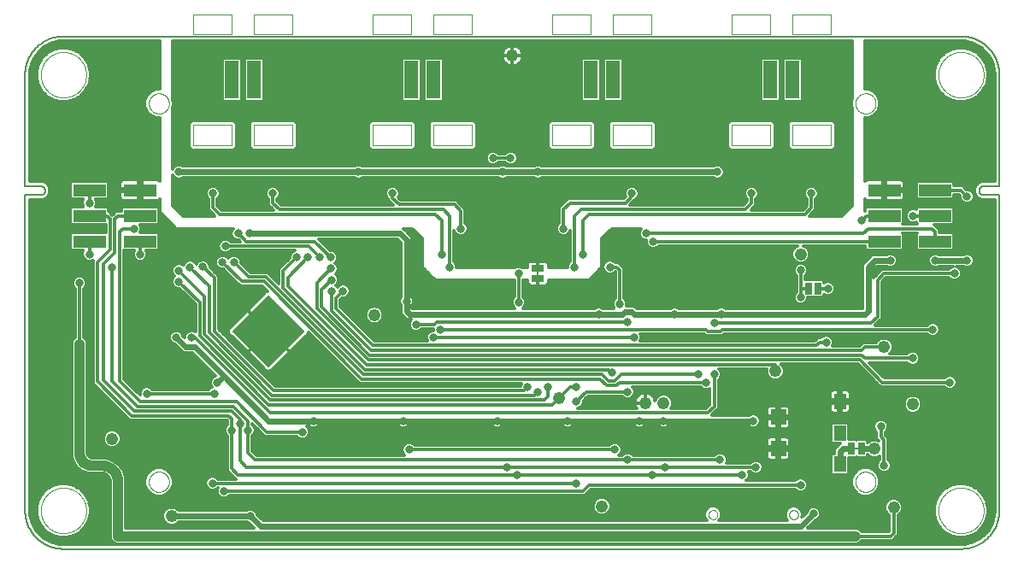
<source format=gbl>
G75*
%MOIN*%
%OFA0B0*%
%FSLAX25Y25*%
%IPPOS*%
%LPD*%
%AMOC8*
5,1,8,0,0,1.08239X$1,22.5*
%
%ADD10C,0.00500*%
%ADD11C,0.00000*%
%ADD12R,0.12598X0.05000*%
%ADD13C,0.00394*%
%ADD14R,0.05512X0.14961*%
%ADD15C,0.02805*%
%ADD16C,0.03543*%
%ADD17C,0.04762*%
%ADD18R,0.04724X0.05906*%
%ADD19R,0.05906X0.05906*%
%ADD20R,0.02500X0.05000*%
%ADD21C,0.00800*%
%ADD22R,0.20000X0.20000*%
%ADD23R,0.05000X0.02500*%
%ADD24C,0.03300*%
%ADD25C,0.01200*%
%ADD26C,0.02400*%
%ADD27C,0.04000*%
D10*
X0177595Y0163933D02*
X0527595Y0163933D01*
X0527957Y0163937D01*
X0528320Y0163951D01*
X0528682Y0163972D01*
X0529043Y0164003D01*
X0529403Y0164042D01*
X0529762Y0164090D01*
X0530120Y0164147D01*
X0530477Y0164212D01*
X0530832Y0164286D01*
X0531185Y0164369D01*
X0531536Y0164460D01*
X0531884Y0164559D01*
X0532230Y0164667D01*
X0532574Y0164783D01*
X0532914Y0164908D01*
X0533251Y0165040D01*
X0533585Y0165181D01*
X0533916Y0165330D01*
X0534243Y0165487D01*
X0534566Y0165651D01*
X0534885Y0165823D01*
X0535199Y0166003D01*
X0535510Y0166191D01*
X0535815Y0166386D01*
X0536116Y0166588D01*
X0536412Y0166798D01*
X0536702Y0167014D01*
X0536988Y0167238D01*
X0537268Y0167468D01*
X0537542Y0167705D01*
X0537810Y0167949D01*
X0538073Y0168199D01*
X0538329Y0168455D01*
X0538579Y0168718D01*
X0538823Y0168986D01*
X0539060Y0169260D01*
X0539290Y0169540D01*
X0539514Y0169826D01*
X0539730Y0170116D01*
X0539940Y0170412D01*
X0540142Y0170713D01*
X0540337Y0171018D01*
X0540525Y0171329D01*
X0540705Y0171643D01*
X0540877Y0171962D01*
X0541041Y0172285D01*
X0541198Y0172612D01*
X0541347Y0172943D01*
X0541488Y0173277D01*
X0541620Y0173614D01*
X0541745Y0173954D01*
X0541861Y0174298D01*
X0541969Y0174644D01*
X0542068Y0174992D01*
X0542159Y0175343D01*
X0542242Y0175696D01*
X0542316Y0176051D01*
X0542381Y0176408D01*
X0542438Y0176766D01*
X0542486Y0177125D01*
X0542525Y0177485D01*
X0542556Y0177846D01*
X0542577Y0178208D01*
X0542591Y0178571D01*
X0542595Y0178933D01*
X0542595Y0302004D01*
X0536493Y0302004D01*
X0536411Y0302006D01*
X0536330Y0302012D01*
X0536248Y0302021D01*
X0536167Y0302034D01*
X0536087Y0302051D01*
X0536008Y0302072D01*
X0535930Y0302096D01*
X0535853Y0302124D01*
X0535777Y0302155D01*
X0535703Y0302190D01*
X0535631Y0302228D01*
X0535560Y0302269D01*
X0535492Y0302314D01*
X0535425Y0302362D01*
X0535361Y0302413D01*
X0535299Y0302466D01*
X0535240Y0302523D01*
X0535183Y0302582D01*
X0535130Y0302644D01*
X0535079Y0302708D01*
X0535031Y0302775D01*
X0534986Y0302843D01*
X0534945Y0302914D01*
X0534907Y0302986D01*
X0534872Y0303060D01*
X0534841Y0303136D01*
X0534813Y0303213D01*
X0534789Y0303291D01*
X0534768Y0303370D01*
X0534751Y0303450D01*
X0534738Y0303531D01*
X0534729Y0303613D01*
X0534723Y0303694D01*
X0534721Y0303776D01*
X0534723Y0303858D01*
X0534729Y0303939D01*
X0534738Y0304021D01*
X0534751Y0304102D01*
X0534768Y0304182D01*
X0534789Y0304261D01*
X0534813Y0304339D01*
X0534841Y0304416D01*
X0534872Y0304492D01*
X0534907Y0304566D01*
X0534945Y0304638D01*
X0534986Y0304709D01*
X0535031Y0304777D01*
X0535079Y0304844D01*
X0535130Y0304908D01*
X0535183Y0304970D01*
X0535240Y0305029D01*
X0535299Y0305086D01*
X0535361Y0305139D01*
X0535425Y0305190D01*
X0535492Y0305238D01*
X0535560Y0305283D01*
X0535631Y0305324D01*
X0535703Y0305362D01*
X0535777Y0305397D01*
X0535853Y0305428D01*
X0535930Y0305456D01*
X0536008Y0305480D01*
X0536087Y0305501D01*
X0536167Y0305518D01*
X0536248Y0305531D01*
X0536330Y0305540D01*
X0536411Y0305546D01*
X0536493Y0305548D01*
X0536493Y0305547D02*
X0542595Y0305547D01*
X0542595Y0348933D01*
X0542591Y0349295D01*
X0542577Y0349658D01*
X0542556Y0350020D01*
X0542525Y0350381D01*
X0542486Y0350741D01*
X0542438Y0351100D01*
X0542381Y0351458D01*
X0542316Y0351815D01*
X0542242Y0352170D01*
X0542159Y0352523D01*
X0542068Y0352874D01*
X0541969Y0353222D01*
X0541861Y0353568D01*
X0541745Y0353912D01*
X0541620Y0354252D01*
X0541488Y0354589D01*
X0541347Y0354923D01*
X0541198Y0355254D01*
X0541041Y0355581D01*
X0540877Y0355904D01*
X0540705Y0356223D01*
X0540525Y0356537D01*
X0540337Y0356848D01*
X0540142Y0357153D01*
X0539940Y0357454D01*
X0539730Y0357750D01*
X0539514Y0358040D01*
X0539290Y0358326D01*
X0539060Y0358606D01*
X0538823Y0358880D01*
X0538579Y0359148D01*
X0538329Y0359411D01*
X0538073Y0359667D01*
X0537810Y0359917D01*
X0537542Y0360161D01*
X0537268Y0360398D01*
X0536988Y0360628D01*
X0536702Y0360852D01*
X0536412Y0361068D01*
X0536116Y0361278D01*
X0535815Y0361480D01*
X0535510Y0361675D01*
X0535199Y0361863D01*
X0534885Y0362043D01*
X0534566Y0362215D01*
X0534243Y0362379D01*
X0533916Y0362536D01*
X0533585Y0362685D01*
X0533251Y0362826D01*
X0532914Y0362958D01*
X0532574Y0363083D01*
X0532230Y0363199D01*
X0531884Y0363307D01*
X0531536Y0363406D01*
X0531185Y0363497D01*
X0530832Y0363580D01*
X0530477Y0363654D01*
X0530120Y0363719D01*
X0529762Y0363776D01*
X0529403Y0363824D01*
X0529043Y0363863D01*
X0528682Y0363894D01*
X0528320Y0363915D01*
X0527957Y0363929D01*
X0527595Y0363933D01*
X0177595Y0363933D01*
X0177233Y0363929D01*
X0176870Y0363915D01*
X0176508Y0363894D01*
X0176147Y0363863D01*
X0175787Y0363824D01*
X0175428Y0363776D01*
X0175070Y0363719D01*
X0174713Y0363654D01*
X0174358Y0363580D01*
X0174005Y0363497D01*
X0173654Y0363406D01*
X0173306Y0363307D01*
X0172960Y0363199D01*
X0172616Y0363083D01*
X0172276Y0362958D01*
X0171939Y0362826D01*
X0171605Y0362685D01*
X0171274Y0362536D01*
X0170947Y0362379D01*
X0170624Y0362215D01*
X0170305Y0362043D01*
X0169991Y0361863D01*
X0169680Y0361675D01*
X0169375Y0361480D01*
X0169074Y0361278D01*
X0168778Y0361068D01*
X0168488Y0360852D01*
X0168202Y0360628D01*
X0167922Y0360398D01*
X0167648Y0360161D01*
X0167380Y0359917D01*
X0167117Y0359667D01*
X0166861Y0359411D01*
X0166611Y0359148D01*
X0166367Y0358880D01*
X0166130Y0358606D01*
X0165900Y0358326D01*
X0165676Y0358040D01*
X0165460Y0357750D01*
X0165250Y0357454D01*
X0165048Y0357153D01*
X0164853Y0356848D01*
X0164665Y0356537D01*
X0164485Y0356223D01*
X0164313Y0355904D01*
X0164149Y0355581D01*
X0163992Y0355254D01*
X0163843Y0354923D01*
X0163702Y0354589D01*
X0163570Y0354252D01*
X0163445Y0353912D01*
X0163329Y0353568D01*
X0163221Y0353222D01*
X0163122Y0352874D01*
X0163031Y0352523D01*
X0162948Y0352170D01*
X0162874Y0351815D01*
X0162809Y0351458D01*
X0162752Y0351100D01*
X0162704Y0350741D01*
X0162665Y0350381D01*
X0162634Y0350020D01*
X0162613Y0349658D01*
X0162599Y0349295D01*
X0162595Y0348933D01*
X0162595Y0305547D01*
X0168698Y0305547D01*
X0168698Y0305548D02*
X0168780Y0305546D01*
X0168861Y0305540D01*
X0168943Y0305531D01*
X0169024Y0305518D01*
X0169104Y0305501D01*
X0169183Y0305480D01*
X0169261Y0305456D01*
X0169338Y0305428D01*
X0169414Y0305397D01*
X0169488Y0305362D01*
X0169560Y0305324D01*
X0169631Y0305283D01*
X0169699Y0305238D01*
X0169766Y0305190D01*
X0169830Y0305139D01*
X0169892Y0305086D01*
X0169951Y0305029D01*
X0170008Y0304970D01*
X0170061Y0304908D01*
X0170112Y0304844D01*
X0170160Y0304777D01*
X0170205Y0304709D01*
X0170246Y0304638D01*
X0170284Y0304566D01*
X0170319Y0304492D01*
X0170350Y0304416D01*
X0170378Y0304339D01*
X0170402Y0304261D01*
X0170423Y0304182D01*
X0170440Y0304102D01*
X0170453Y0304021D01*
X0170462Y0303939D01*
X0170468Y0303858D01*
X0170470Y0303776D01*
X0170468Y0303694D01*
X0170462Y0303613D01*
X0170453Y0303531D01*
X0170440Y0303450D01*
X0170423Y0303370D01*
X0170402Y0303291D01*
X0170378Y0303213D01*
X0170350Y0303136D01*
X0170319Y0303060D01*
X0170284Y0302986D01*
X0170246Y0302914D01*
X0170205Y0302843D01*
X0170160Y0302775D01*
X0170112Y0302708D01*
X0170061Y0302644D01*
X0170008Y0302582D01*
X0169951Y0302523D01*
X0169892Y0302466D01*
X0169830Y0302413D01*
X0169766Y0302362D01*
X0169699Y0302314D01*
X0169631Y0302269D01*
X0169560Y0302228D01*
X0169488Y0302190D01*
X0169414Y0302155D01*
X0169338Y0302124D01*
X0169261Y0302096D01*
X0169183Y0302072D01*
X0169104Y0302051D01*
X0169024Y0302034D01*
X0168943Y0302021D01*
X0168861Y0302012D01*
X0168780Y0302006D01*
X0168698Y0302004D01*
X0162595Y0302004D01*
X0162595Y0178933D01*
X0162599Y0178571D01*
X0162613Y0178208D01*
X0162634Y0177846D01*
X0162665Y0177485D01*
X0162704Y0177125D01*
X0162752Y0176766D01*
X0162809Y0176408D01*
X0162874Y0176051D01*
X0162948Y0175696D01*
X0163031Y0175343D01*
X0163122Y0174992D01*
X0163221Y0174644D01*
X0163329Y0174298D01*
X0163445Y0173954D01*
X0163570Y0173614D01*
X0163702Y0173277D01*
X0163843Y0172943D01*
X0163992Y0172612D01*
X0164149Y0172285D01*
X0164313Y0171962D01*
X0164485Y0171643D01*
X0164665Y0171329D01*
X0164853Y0171018D01*
X0165048Y0170713D01*
X0165250Y0170412D01*
X0165460Y0170116D01*
X0165676Y0169826D01*
X0165900Y0169540D01*
X0166130Y0169260D01*
X0166367Y0168986D01*
X0166611Y0168718D01*
X0166861Y0168455D01*
X0167117Y0168199D01*
X0167380Y0167949D01*
X0167648Y0167705D01*
X0167922Y0167468D01*
X0168202Y0167238D01*
X0168488Y0167014D01*
X0168778Y0166798D01*
X0169074Y0166588D01*
X0169375Y0166386D01*
X0169680Y0166191D01*
X0169991Y0166003D01*
X0170305Y0165823D01*
X0170624Y0165651D01*
X0170947Y0165487D01*
X0171274Y0165330D01*
X0171605Y0165181D01*
X0171939Y0165040D01*
X0172276Y0164908D01*
X0172616Y0164783D01*
X0172960Y0164667D01*
X0173306Y0164559D01*
X0173654Y0164460D01*
X0174005Y0164369D01*
X0174358Y0164286D01*
X0174713Y0164212D01*
X0175070Y0164147D01*
X0175428Y0164090D01*
X0175787Y0164042D01*
X0176147Y0164003D01*
X0176508Y0163972D01*
X0176870Y0163951D01*
X0177233Y0163937D01*
X0177595Y0163933D01*
D11*
X0168737Y0178933D02*
X0168740Y0179150D01*
X0168748Y0179368D01*
X0168761Y0179585D01*
X0168780Y0179801D01*
X0168804Y0180017D01*
X0168833Y0180233D01*
X0168867Y0180447D01*
X0168907Y0180661D01*
X0168952Y0180874D01*
X0169002Y0181085D01*
X0169058Y0181296D01*
X0169118Y0181504D01*
X0169184Y0181712D01*
X0169255Y0181917D01*
X0169331Y0182121D01*
X0169411Y0182323D01*
X0169497Y0182523D01*
X0169587Y0182720D01*
X0169683Y0182916D01*
X0169783Y0183109D01*
X0169888Y0183299D01*
X0169997Y0183487D01*
X0170111Y0183672D01*
X0170230Y0183854D01*
X0170353Y0184034D01*
X0170480Y0184210D01*
X0170612Y0184383D01*
X0170748Y0184552D01*
X0170888Y0184719D01*
X0171032Y0184882D01*
X0171180Y0185041D01*
X0171331Y0185197D01*
X0171487Y0185348D01*
X0171646Y0185496D01*
X0171809Y0185640D01*
X0171976Y0185780D01*
X0172145Y0185916D01*
X0172318Y0186048D01*
X0172494Y0186175D01*
X0172674Y0186298D01*
X0172856Y0186417D01*
X0173041Y0186531D01*
X0173229Y0186640D01*
X0173419Y0186745D01*
X0173612Y0186845D01*
X0173808Y0186941D01*
X0174005Y0187031D01*
X0174205Y0187117D01*
X0174407Y0187197D01*
X0174611Y0187273D01*
X0174816Y0187344D01*
X0175024Y0187410D01*
X0175232Y0187470D01*
X0175443Y0187526D01*
X0175654Y0187576D01*
X0175867Y0187621D01*
X0176081Y0187661D01*
X0176295Y0187695D01*
X0176511Y0187724D01*
X0176727Y0187748D01*
X0176943Y0187767D01*
X0177160Y0187780D01*
X0177378Y0187788D01*
X0177595Y0187791D01*
X0177812Y0187788D01*
X0178030Y0187780D01*
X0178247Y0187767D01*
X0178463Y0187748D01*
X0178679Y0187724D01*
X0178895Y0187695D01*
X0179109Y0187661D01*
X0179323Y0187621D01*
X0179536Y0187576D01*
X0179747Y0187526D01*
X0179958Y0187470D01*
X0180166Y0187410D01*
X0180374Y0187344D01*
X0180579Y0187273D01*
X0180783Y0187197D01*
X0180985Y0187117D01*
X0181185Y0187031D01*
X0181382Y0186941D01*
X0181578Y0186845D01*
X0181771Y0186745D01*
X0181961Y0186640D01*
X0182149Y0186531D01*
X0182334Y0186417D01*
X0182516Y0186298D01*
X0182696Y0186175D01*
X0182872Y0186048D01*
X0183045Y0185916D01*
X0183214Y0185780D01*
X0183381Y0185640D01*
X0183544Y0185496D01*
X0183703Y0185348D01*
X0183859Y0185197D01*
X0184010Y0185041D01*
X0184158Y0184882D01*
X0184302Y0184719D01*
X0184442Y0184552D01*
X0184578Y0184383D01*
X0184710Y0184210D01*
X0184837Y0184034D01*
X0184960Y0183854D01*
X0185079Y0183672D01*
X0185193Y0183487D01*
X0185302Y0183299D01*
X0185407Y0183109D01*
X0185507Y0182916D01*
X0185603Y0182720D01*
X0185693Y0182523D01*
X0185779Y0182323D01*
X0185859Y0182121D01*
X0185935Y0181917D01*
X0186006Y0181712D01*
X0186072Y0181504D01*
X0186132Y0181296D01*
X0186188Y0181085D01*
X0186238Y0180874D01*
X0186283Y0180661D01*
X0186323Y0180447D01*
X0186357Y0180233D01*
X0186386Y0180017D01*
X0186410Y0179801D01*
X0186429Y0179585D01*
X0186442Y0179368D01*
X0186450Y0179150D01*
X0186453Y0178933D01*
X0186450Y0178716D01*
X0186442Y0178498D01*
X0186429Y0178281D01*
X0186410Y0178065D01*
X0186386Y0177849D01*
X0186357Y0177633D01*
X0186323Y0177419D01*
X0186283Y0177205D01*
X0186238Y0176992D01*
X0186188Y0176781D01*
X0186132Y0176570D01*
X0186072Y0176362D01*
X0186006Y0176154D01*
X0185935Y0175949D01*
X0185859Y0175745D01*
X0185779Y0175543D01*
X0185693Y0175343D01*
X0185603Y0175146D01*
X0185507Y0174950D01*
X0185407Y0174757D01*
X0185302Y0174567D01*
X0185193Y0174379D01*
X0185079Y0174194D01*
X0184960Y0174012D01*
X0184837Y0173832D01*
X0184710Y0173656D01*
X0184578Y0173483D01*
X0184442Y0173314D01*
X0184302Y0173147D01*
X0184158Y0172984D01*
X0184010Y0172825D01*
X0183859Y0172669D01*
X0183703Y0172518D01*
X0183544Y0172370D01*
X0183381Y0172226D01*
X0183214Y0172086D01*
X0183045Y0171950D01*
X0182872Y0171818D01*
X0182696Y0171691D01*
X0182516Y0171568D01*
X0182334Y0171449D01*
X0182149Y0171335D01*
X0181961Y0171226D01*
X0181771Y0171121D01*
X0181578Y0171021D01*
X0181382Y0170925D01*
X0181185Y0170835D01*
X0180985Y0170749D01*
X0180783Y0170669D01*
X0180579Y0170593D01*
X0180374Y0170522D01*
X0180166Y0170456D01*
X0179958Y0170396D01*
X0179747Y0170340D01*
X0179536Y0170290D01*
X0179323Y0170245D01*
X0179109Y0170205D01*
X0178895Y0170171D01*
X0178679Y0170142D01*
X0178463Y0170118D01*
X0178247Y0170099D01*
X0178030Y0170086D01*
X0177812Y0170078D01*
X0177595Y0170075D01*
X0177378Y0170078D01*
X0177160Y0170086D01*
X0176943Y0170099D01*
X0176727Y0170118D01*
X0176511Y0170142D01*
X0176295Y0170171D01*
X0176081Y0170205D01*
X0175867Y0170245D01*
X0175654Y0170290D01*
X0175443Y0170340D01*
X0175232Y0170396D01*
X0175024Y0170456D01*
X0174816Y0170522D01*
X0174611Y0170593D01*
X0174407Y0170669D01*
X0174205Y0170749D01*
X0174005Y0170835D01*
X0173808Y0170925D01*
X0173612Y0171021D01*
X0173419Y0171121D01*
X0173229Y0171226D01*
X0173041Y0171335D01*
X0172856Y0171449D01*
X0172674Y0171568D01*
X0172494Y0171691D01*
X0172318Y0171818D01*
X0172145Y0171950D01*
X0171976Y0172086D01*
X0171809Y0172226D01*
X0171646Y0172370D01*
X0171487Y0172518D01*
X0171331Y0172669D01*
X0171180Y0172825D01*
X0171032Y0172984D01*
X0170888Y0173147D01*
X0170748Y0173314D01*
X0170612Y0173483D01*
X0170480Y0173656D01*
X0170353Y0173832D01*
X0170230Y0174012D01*
X0170111Y0174194D01*
X0169997Y0174379D01*
X0169888Y0174567D01*
X0169783Y0174757D01*
X0169683Y0174950D01*
X0169587Y0175146D01*
X0169497Y0175343D01*
X0169411Y0175543D01*
X0169331Y0175745D01*
X0169255Y0175949D01*
X0169184Y0176154D01*
X0169118Y0176362D01*
X0169058Y0176570D01*
X0169002Y0176781D01*
X0168952Y0176992D01*
X0168907Y0177205D01*
X0168867Y0177419D01*
X0168833Y0177633D01*
X0168804Y0177849D01*
X0168780Y0178065D01*
X0168761Y0178281D01*
X0168748Y0178498D01*
X0168740Y0178716D01*
X0168737Y0178933D01*
X0210863Y0190114D02*
X0210865Y0190239D01*
X0210871Y0190364D01*
X0210881Y0190488D01*
X0210895Y0190612D01*
X0210912Y0190736D01*
X0210934Y0190859D01*
X0210960Y0190981D01*
X0210989Y0191103D01*
X0211022Y0191223D01*
X0211060Y0191342D01*
X0211100Y0191461D01*
X0211145Y0191577D01*
X0211193Y0191692D01*
X0211245Y0191806D01*
X0211301Y0191918D01*
X0211360Y0192028D01*
X0211422Y0192136D01*
X0211488Y0192243D01*
X0211557Y0192347D01*
X0211630Y0192448D01*
X0211705Y0192548D01*
X0211784Y0192645D01*
X0211866Y0192739D01*
X0211951Y0192831D01*
X0212038Y0192920D01*
X0212129Y0193006D01*
X0212222Y0193089D01*
X0212318Y0193170D01*
X0212416Y0193247D01*
X0212516Y0193321D01*
X0212619Y0193392D01*
X0212724Y0193459D01*
X0212832Y0193524D01*
X0212941Y0193584D01*
X0213052Y0193642D01*
X0213165Y0193695D01*
X0213279Y0193745D01*
X0213395Y0193792D01*
X0213512Y0193834D01*
X0213631Y0193873D01*
X0213751Y0193909D01*
X0213872Y0193940D01*
X0213994Y0193968D01*
X0214116Y0193991D01*
X0214240Y0194011D01*
X0214364Y0194027D01*
X0214488Y0194039D01*
X0214613Y0194047D01*
X0214738Y0194051D01*
X0214862Y0194051D01*
X0214987Y0194047D01*
X0215112Y0194039D01*
X0215236Y0194027D01*
X0215360Y0194011D01*
X0215484Y0193991D01*
X0215606Y0193968D01*
X0215728Y0193940D01*
X0215849Y0193909D01*
X0215969Y0193873D01*
X0216088Y0193834D01*
X0216205Y0193792D01*
X0216321Y0193745D01*
X0216435Y0193695D01*
X0216548Y0193642D01*
X0216659Y0193584D01*
X0216769Y0193524D01*
X0216876Y0193459D01*
X0216981Y0193392D01*
X0217084Y0193321D01*
X0217184Y0193247D01*
X0217282Y0193170D01*
X0217378Y0193089D01*
X0217471Y0193006D01*
X0217562Y0192920D01*
X0217649Y0192831D01*
X0217734Y0192739D01*
X0217816Y0192645D01*
X0217895Y0192548D01*
X0217970Y0192448D01*
X0218043Y0192347D01*
X0218112Y0192243D01*
X0218178Y0192136D01*
X0218240Y0192028D01*
X0218299Y0191918D01*
X0218355Y0191806D01*
X0218407Y0191692D01*
X0218455Y0191577D01*
X0218500Y0191461D01*
X0218540Y0191342D01*
X0218578Y0191223D01*
X0218611Y0191103D01*
X0218640Y0190981D01*
X0218666Y0190859D01*
X0218688Y0190736D01*
X0218705Y0190612D01*
X0218719Y0190488D01*
X0218729Y0190364D01*
X0218735Y0190239D01*
X0218737Y0190114D01*
X0218735Y0189989D01*
X0218729Y0189864D01*
X0218719Y0189740D01*
X0218705Y0189616D01*
X0218688Y0189492D01*
X0218666Y0189369D01*
X0218640Y0189247D01*
X0218611Y0189125D01*
X0218578Y0189005D01*
X0218540Y0188886D01*
X0218500Y0188767D01*
X0218455Y0188651D01*
X0218407Y0188536D01*
X0218355Y0188422D01*
X0218299Y0188310D01*
X0218240Y0188200D01*
X0218178Y0188092D01*
X0218112Y0187985D01*
X0218043Y0187881D01*
X0217970Y0187780D01*
X0217895Y0187680D01*
X0217816Y0187583D01*
X0217734Y0187489D01*
X0217649Y0187397D01*
X0217562Y0187308D01*
X0217471Y0187222D01*
X0217378Y0187139D01*
X0217282Y0187058D01*
X0217184Y0186981D01*
X0217084Y0186907D01*
X0216981Y0186836D01*
X0216876Y0186769D01*
X0216768Y0186704D01*
X0216659Y0186644D01*
X0216548Y0186586D01*
X0216435Y0186533D01*
X0216321Y0186483D01*
X0216205Y0186436D01*
X0216088Y0186394D01*
X0215969Y0186355D01*
X0215849Y0186319D01*
X0215728Y0186288D01*
X0215606Y0186260D01*
X0215484Y0186237D01*
X0215360Y0186217D01*
X0215236Y0186201D01*
X0215112Y0186189D01*
X0214987Y0186181D01*
X0214862Y0186177D01*
X0214738Y0186177D01*
X0214613Y0186181D01*
X0214488Y0186189D01*
X0214364Y0186201D01*
X0214240Y0186217D01*
X0214116Y0186237D01*
X0213994Y0186260D01*
X0213872Y0186288D01*
X0213751Y0186319D01*
X0213631Y0186355D01*
X0213512Y0186394D01*
X0213395Y0186436D01*
X0213279Y0186483D01*
X0213165Y0186533D01*
X0213052Y0186586D01*
X0212941Y0186644D01*
X0212831Y0186704D01*
X0212724Y0186769D01*
X0212619Y0186836D01*
X0212516Y0186907D01*
X0212416Y0186981D01*
X0212318Y0187058D01*
X0212222Y0187139D01*
X0212129Y0187222D01*
X0212038Y0187308D01*
X0211951Y0187397D01*
X0211866Y0187489D01*
X0211784Y0187583D01*
X0211705Y0187680D01*
X0211630Y0187780D01*
X0211557Y0187881D01*
X0211488Y0187985D01*
X0211422Y0188092D01*
X0211360Y0188200D01*
X0211301Y0188310D01*
X0211245Y0188422D01*
X0211193Y0188536D01*
X0211145Y0188651D01*
X0211100Y0188767D01*
X0211060Y0188886D01*
X0211022Y0189005D01*
X0210989Y0189125D01*
X0210960Y0189247D01*
X0210934Y0189369D01*
X0210912Y0189492D01*
X0210895Y0189616D01*
X0210881Y0189740D01*
X0210871Y0189864D01*
X0210865Y0189989D01*
X0210863Y0190114D01*
X0210863Y0337752D02*
X0210865Y0337877D01*
X0210871Y0338002D01*
X0210881Y0338126D01*
X0210895Y0338250D01*
X0210912Y0338374D01*
X0210934Y0338497D01*
X0210960Y0338619D01*
X0210989Y0338741D01*
X0211022Y0338861D01*
X0211060Y0338980D01*
X0211100Y0339099D01*
X0211145Y0339215D01*
X0211193Y0339330D01*
X0211245Y0339444D01*
X0211301Y0339556D01*
X0211360Y0339666D01*
X0211422Y0339774D01*
X0211488Y0339881D01*
X0211557Y0339985D01*
X0211630Y0340086D01*
X0211705Y0340186D01*
X0211784Y0340283D01*
X0211866Y0340377D01*
X0211951Y0340469D01*
X0212038Y0340558D01*
X0212129Y0340644D01*
X0212222Y0340727D01*
X0212318Y0340808D01*
X0212416Y0340885D01*
X0212516Y0340959D01*
X0212619Y0341030D01*
X0212724Y0341097D01*
X0212832Y0341162D01*
X0212941Y0341222D01*
X0213052Y0341280D01*
X0213165Y0341333D01*
X0213279Y0341383D01*
X0213395Y0341430D01*
X0213512Y0341472D01*
X0213631Y0341511D01*
X0213751Y0341547D01*
X0213872Y0341578D01*
X0213994Y0341606D01*
X0214116Y0341629D01*
X0214240Y0341649D01*
X0214364Y0341665D01*
X0214488Y0341677D01*
X0214613Y0341685D01*
X0214738Y0341689D01*
X0214862Y0341689D01*
X0214987Y0341685D01*
X0215112Y0341677D01*
X0215236Y0341665D01*
X0215360Y0341649D01*
X0215484Y0341629D01*
X0215606Y0341606D01*
X0215728Y0341578D01*
X0215849Y0341547D01*
X0215969Y0341511D01*
X0216088Y0341472D01*
X0216205Y0341430D01*
X0216321Y0341383D01*
X0216435Y0341333D01*
X0216548Y0341280D01*
X0216659Y0341222D01*
X0216769Y0341162D01*
X0216876Y0341097D01*
X0216981Y0341030D01*
X0217084Y0340959D01*
X0217184Y0340885D01*
X0217282Y0340808D01*
X0217378Y0340727D01*
X0217471Y0340644D01*
X0217562Y0340558D01*
X0217649Y0340469D01*
X0217734Y0340377D01*
X0217816Y0340283D01*
X0217895Y0340186D01*
X0217970Y0340086D01*
X0218043Y0339985D01*
X0218112Y0339881D01*
X0218178Y0339774D01*
X0218240Y0339666D01*
X0218299Y0339556D01*
X0218355Y0339444D01*
X0218407Y0339330D01*
X0218455Y0339215D01*
X0218500Y0339099D01*
X0218540Y0338980D01*
X0218578Y0338861D01*
X0218611Y0338741D01*
X0218640Y0338619D01*
X0218666Y0338497D01*
X0218688Y0338374D01*
X0218705Y0338250D01*
X0218719Y0338126D01*
X0218729Y0338002D01*
X0218735Y0337877D01*
X0218737Y0337752D01*
X0218735Y0337627D01*
X0218729Y0337502D01*
X0218719Y0337378D01*
X0218705Y0337254D01*
X0218688Y0337130D01*
X0218666Y0337007D01*
X0218640Y0336885D01*
X0218611Y0336763D01*
X0218578Y0336643D01*
X0218540Y0336524D01*
X0218500Y0336405D01*
X0218455Y0336289D01*
X0218407Y0336174D01*
X0218355Y0336060D01*
X0218299Y0335948D01*
X0218240Y0335838D01*
X0218178Y0335730D01*
X0218112Y0335623D01*
X0218043Y0335519D01*
X0217970Y0335418D01*
X0217895Y0335318D01*
X0217816Y0335221D01*
X0217734Y0335127D01*
X0217649Y0335035D01*
X0217562Y0334946D01*
X0217471Y0334860D01*
X0217378Y0334777D01*
X0217282Y0334696D01*
X0217184Y0334619D01*
X0217084Y0334545D01*
X0216981Y0334474D01*
X0216876Y0334407D01*
X0216768Y0334342D01*
X0216659Y0334282D01*
X0216548Y0334224D01*
X0216435Y0334171D01*
X0216321Y0334121D01*
X0216205Y0334074D01*
X0216088Y0334032D01*
X0215969Y0333993D01*
X0215849Y0333957D01*
X0215728Y0333926D01*
X0215606Y0333898D01*
X0215484Y0333875D01*
X0215360Y0333855D01*
X0215236Y0333839D01*
X0215112Y0333827D01*
X0214987Y0333819D01*
X0214862Y0333815D01*
X0214738Y0333815D01*
X0214613Y0333819D01*
X0214488Y0333827D01*
X0214364Y0333839D01*
X0214240Y0333855D01*
X0214116Y0333875D01*
X0213994Y0333898D01*
X0213872Y0333926D01*
X0213751Y0333957D01*
X0213631Y0333993D01*
X0213512Y0334032D01*
X0213395Y0334074D01*
X0213279Y0334121D01*
X0213165Y0334171D01*
X0213052Y0334224D01*
X0212941Y0334282D01*
X0212831Y0334342D01*
X0212724Y0334407D01*
X0212619Y0334474D01*
X0212516Y0334545D01*
X0212416Y0334619D01*
X0212318Y0334696D01*
X0212222Y0334777D01*
X0212129Y0334860D01*
X0212038Y0334946D01*
X0211951Y0335035D01*
X0211866Y0335127D01*
X0211784Y0335221D01*
X0211705Y0335318D01*
X0211630Y0335418D01*
X0211557Y0335519D01*
X0211488Y0335623D01*
X0211422Y0335730D01*
X0211360Y0335838D01*
X0211301Y0335948D01*
X0211245Y0336060D01*
X0211193Y0336174D01*
X0211145Y0336289D01*
X0211100Y0336405D01*
X0211060Y0336524D01*
X0211022Y0336643D01*
X0210989Y0336763D01*
X0210960Y0336885D01*
X0210934Y0337007D01*
X0210912Y0337130D01*
X0210895Y0337254D01*
X0210881Y0337378D01*
X0210871Y0337502D01*
X0210865Y0337627D01*
X0210863Y0337752D01*
X0168737Y0348933D02*
X0168740Y0349150D01*
X0168748Y0349368D01*
X0168761Y0349585D01*
X0168780Y0349801D01*
X0168804Y0350017D01*
X0168833Y0350233D01*
X0168867Y0350447D01*
X0168907Y0350661D01*
X0168952Y0350874D01*
X0169002Y0351085D01*
X0169058Y0351296D01*
X0169118Y0351504D01*
X0169184Y0351712D01*
X0169255Y0351917D01*
X0169331Y0352121D01*
X0169411Y0352323D01*
X0169497Y0352523D01*
X0169587Y0352720D01*
X0169683Y0352916D01*
X0169783Y0353109D01*
X0169888Y0353299D01*
X0169997Y0353487D01*
X0170111Y0353672D01*
X0170230Y0353854D01*
X0170353Y0354034D01*
X0170480Y0354210D01*
X0170612Y0354383D01*
X0170748Y0354552D01*
X0170888Y0354719D01*
X0171032Y0354882D01*
X0171180Y0355041D01*
X0171331Y0355197D01*
X0171487Y0355348D01*
X0171646Y0355496D01*
X0171809Y0355640D01*
X0171976Y0355780D01*
X0172145Y0355916D01*
X0172318Y0356048D01*
X0172494Y0356175D01*
X0172674Y0356298D01*
X0172856Y0356417D01*
X0173041Y0356531D01*
X0173229Y0356640D01*
X0173419Y0356745D01*
X0173612Y0356845D01*
X0173808Y0356941D01*
X0174005Y0357031D01*
X0174205Y0357117D01*
X0174407Y0357197D01*
X0174611Y0357273D01*
X0174816Y0357344D01*
X0175024Y0357410D01*
X0175232Y0357470D01*
X0175443Y0357526D01*
X0175654Y0357576D01*
X0175867Y0357621D01*
X0176081Y0357661D01*
X0176295Y0357695D01*
X0176511Y0357724D01*
X0176727Y0357748D01*
X0176943Y0357767D01*
X0177160Y0357780D01*
X0177378Y0357788D01*
X0177595Y0357791D01*
X0177812Y0357788D01*
X0178030Y0357780D01*
X0178247Y0357767D01*
X0178463Y0357748D01*
X0178679Y0357724D01*
X0178895Y0357695D01*
X0179109Y0357661D01*
X0179323Y0357621D01*
X0179536Y0357576D01*
X0179747Y0357526D01*
X0179958Y0357470D01*
X0180166Y0357410D01*
X0180374Y0357344D01*
X0180579Y0357273D01*
X0180783Y0357197D01*
X0180985Y0357117D01*
X0181185Y0357031D01*
X0181382Y0356941D01*
X0181578Y0356845D01*
X0181771Y0356745D01*
X0181961Y0356640D01*
X0182149Y0356531D01*
X0182334Y0356417D01*
X0182516Y0356298D01*
X0182696Y0356175D01*
X0182872Y0356048D01*
X0183045Y0355916D01*
X0183214Y0355780D01*
X0183381Y0355640D01*
X0183544Y0355496D01*
X0183703Y0355348D01*
X0183859Y0355197D01*
X0184010Y0355041D01*
X0184158Y0354882D01*
X0184302Y0354719D01*
X0184442Y0354552D01*
X0184578Y0354383D01*
X0184710Y0354210D01*
X0184837Y0354034D01*
X0184960Y0353854D01*
X0185079Y0353672D01*
X0185193Y0353487D01*
X0185302Y0353299D01*
X0185407Y0353109D01*
X0185507Y0352916D01*
X0185603Y0352720D01*
X0185693Y0352523D01*
X0185779Y0352323D01*
X0185859Y0352121D01*
X0185935Y0351917D01*
X0186006Y0351712D01*
X0186072Y0351504D01*
X0186132Y0351296D01*
X0186188Y0351085D01*
X0186238Y0350874D01*
X0186283Y0350661D01*
X0186323Y0350447D01*
X0186357Y0350233D01*
X0186386Y0350017D01*
X0186410Y0349801D01*
X0186429Y0349585D01*
X0186442Y0349368D01*
X0186450Y0349150D01*
X0186453Y0348933D01*
X0186450Y0348716D01*
X0186442Y0348498D01*
X0186429Y0348281D01*
X0186410Y0348065D01*
X0186386Y0347849D01*
X0186357Y0347633D01*
X0186323Y0347419D01*
X0186283Y0347205D01*
X0186238Y0346992D01*
X0186188Y0346781D01*
X0186132Y0346570D01*
X0186072Y0346362D01*
X0186006Y0346154D01*
X0185935Y0345949D01*
X0185859Y0345745D01*
X0185779Y0345543D01*
X0185693Y0345343D01*
X0185603Y0345146D01*
X0185507Y0344950D01*
X0185407Y0344757D01*
X0185302Y0344567D01*
X0185193Y0344379D01*
X0185079Y0344194D01*
X0184960Y0344012D01*
X0184837Y0343832D01*
X0184710Y0343656D01*
X0184578Y0343483D01*
X0184442Y0343314D01*
X0184302Y0343147D01*
X0184158Y0342984D01*
X0184010Y0342825D01*
X0183859Y0342669D01*
X0183703Y0342518D01*
X0183544Y0342370D01*
X0183381Y0342226D01*
X0183214Y0342086D01*
X0183045Y0341950D01*
X0182872Y0341818D01*
X0182696Y0341691D01*
X0182516Y0341568D01*
X0182334Y0341449D01*
X0182149Y0341335D01*
X0181961Y0341226D01*
X0181771Y0341121D01*
X0181578Y0341021D01*
X0181382Y0340925D01*
X0181185Y0340835D01*
X0180985Y0340749D01*
X0180783Y0340669D01*
X0180579Y0340593D01*
X0180374Y0340522D01*
X0180166Y0340456D01*
X0179958Y0340396D01*
X0179747Y0340340D01*
X0179536Y0340290D01*
X0179323Y0340245D01*
X0179109Y0340205D01*
X0178895Y0340171D01*
X0178679Y0340142D01*
X0178463Y0340118D01*
X0178247Y0340099D01*
X0178030Y0340086D01*
X0177812Y0340078D01*
X0177595Y0340075D01*
X0177378Y0340078D01*
X0177160Y0340086D01*
X0176943Y0340099D01*
X0176727Y0340118D01*
X0176511Y0340142D01*
X0176295Y0340171D01*
X0176081Y0340205D01*
X0175867Y0340245D01*
X0175654Y0340290D01*
X0175443Y0340340D01*
X0175232Y0340396D01*
X0175024Y0340456D01*
X0174816Y0340522D01*
X0174611Y0340593D01*
X0174407Y0340669D01*
X0174205Y0340749D01*
X0174005Y0340835D01*
X0173808Y0340925D01*
X0173612Y0341021D01*
X0173419Y0341121D01*
X0173229Y0341226D01*
X0173041Y0341335D01*
X0172856Y0341449D01*
X0172674Y0341568D01*
X0172494Y0341691D01*
X0172318Y0341818D01*
X0172145Y0341950D01*
X0171976Y0342086D01*
X0171809Y0342226D01*
X0171646Y0342370D01*
X0171487Y0342518D01*
X0171331Y0342669D01*
X0171180Y0342825D01*
X0171032Y0342984D01*
X0170888Y0343147D01*
X0170748Y0343314D01*
X0170612Y0343483D01*
X0170480Y0343656D01*
X0170353Y0343832D01*
X0170230Y0344012D01*
X0170111Y0344194D01*
X0169997Y0344379D01*
X0169888Y0344567D01*
X0169783Y0344757D01*
X0169683Y0344950D01*
X0169587Y0345146D01*
X0169497Y0345343D01*
X0169411Y0345543D01*
X0169331Y0345745D01*
X0169255Y0345949D01*
X0169184Y0346154D01*
X0169118Y0346362D01*
X0169058Y0346570D01*
X0169002Y0346781D01*
X0168952Y0346992D01*
X0168907Y0347205D01*
X0168867Y0347419D01*
X0168833Y0347633D01*
X0168804Y0347849D01*
X0168780Y0348065D01*
X0168761Y0348281D01*
X0168748Y0348498D01*
X0168740Y0348716D01*
X0168737Y0348933D01*
X0429109Y0177291D02*
X0429111Y0177374D01*
X0429117Y0177457D01*
X0429127Y0177540D01*
X0429141Y0177622D01*
X0429158Y0177704D01*
X0429180Y0177784D01*
X0429205Y0177863D01*
X0429234Y0177941D01*
X0429267Y0178018D01*
X0429304Y0178093D01*
X0429343Y0178166D01*
X0429387Y0178237D01*
X0429433Y0178306D01*
X0429483Y0178373D01*
X0429536Y0178437D01*
X0429592Y0178499D01*
X0429651Y0178558D01*
X0429713Y0178614D01*
X0429777Y0178667D01*
X0429844Y0178717D01*
X0429913Y0178763D01*
X0429984Y0178807D01*
X0430057Y0178846D01*
X0430132Y0178883D01*
X0430209Y0178916D01*
X0430287Y0178945D01*
X0430366Y0178970D01*
X0430446Y0178992D01*
X0430528Y0179009D01*
X0430610Y0179023D01*
X0430693Y0179033D01*
X0430776Y0179039D01*
X0430859Y0179041D01*
X0430942Y0179039D01*
X0431025Y0179033D01*
X0431108Y0179023D01*
X0431190Y0179009D01*
X0431272Y0178992D01*
X0431352Y0178970D01*
X0431431Y0178945D01*
X0431509Y0178916D01*
X0431586Y0178883D01*
X0431661Y0178846D01*
X0431734Y0178807D01*
X0431805Y0178763D01*
X0431874Y0178717D01*
X0431941Y0178667D01*
X0432005Y0178614D01*
X0432067Y0178558D01*
X0432126Y0178499D01*
X0432182Y0178437D01*
X0432235Y0178373D01*
X0432285Y0178306D01*
X0432331Y0178237D01*
X0432375Y0178166D01*
X0432414Y0178093D01*
X0432451Y0178018D01*
X0432484Y0177941D01*
X0432513Y0177863D01*
X0432538Y0177784D01*
X0432560Y0177704D01*
X0432577Y0177622D01*
X0432591Y0177540D01*
X0432601Y0177457D01*
X0432607Y0177374D01*
X0432609Y0177291D01*
X0432607Y0177208D01*
X0432601Y0177125D01*
X0432591Y0177042D01*
X0432577Y0176960D01*
X0432560Y0176878D01*
X0432538Y0176798D01*
X0432513Y0176719D01*
X0432484Y0176641D01*
X0432451Y0176564D01*
X0432414Y0176489D01*
X0432375Y0176416D01*
X0432331Y0176345D01*
X0432285Y0176276D01*
X0432235Y0176209D01*
X0432182Y0176145D01*
X0432126Y0176083D01*
X0432067Y0176024D01*
X0432005Y0175968D01*
X0431941Y0175915D01*
X0431874Y0175865D01*
X0431805Y0175819D01*
X0431734Y0175775D01*
X0431661Y0175736D01*
X0431586Y0175699D01*
X0431509Y0175666D01*
X0431431Y0175637D01*
X0431352Y0175612D01*
X0431272Y0175590D01*
X0431190Y0175573D01*
X0431108Y0175559D01*
X0431025Y0175549D01*
X0430942Y0175543D01*
X0430859Y0175541D01*
X0430776Y0175543D01*
X0430693Y0175549D01*
X0430610Y0175559D01*
X0430528Y0175573D01*
X0430446Y0175590D01*
X0430366Y0175612D01*
X0430287Y0175637D01*
X0430209Y0175666D01*
X0430132Y0175699D01*
X0430057Y0175736D01*
X0429984Y0175775D01*
X0429913Y0175819D01*
X0429844Y0175865D01*
X0429777Y0175915D01*
X0429713Y0175968D01*
X0429651Y0176024D01*
X0429592Y0176083D01*
X0429536Y0176145D01*
X0429483Y0176209D01*
X0429433Y0176276D01*
X0429387Y0176345D01*
X0429343Y0176416D01*
X0429304Y0176489D01*
X0429267Y0176564D01*
X0429234Y0176641D01*
X0429205Y0176719D01*
X0429180Y0176798D01*
X0429158Y0176878D01*
X0429141Y0176960D01*
X0429127Y0177042D01*
X0429117Y0177125D01*
X0429111Y0177208D01*
X0429109Y0177291D01*
X0460605Y0177291D02*
X0460607Y0177374D01*
X0460613Y0177457D01*
X0460623Y0177540D01*
X0460637Y0177622D01*
X0460654Y0177704D01*
X0460676Y0177784D01*
X0460701Y0177863D01*
X0460730Y0177941D01*
X0460763Y0178018D01*
X0460800Y0178093D01*
X0460839Y0178166D01*
X0460883Y0178237D01*
X0460929Y0178306D01*
X0460979Y0178373D01*
X0461032Y0178437D01*
X0461088Y0178499D01*
X0461147Y0178558D01*
X0461209Y0178614D01*
X0461273Y0178667D01*
X0461340Y0178717D01*
X0461409Y0178763D01*
X0461480Y0178807D01*
X0461553Y0178846D01*
X0461628Y0178883D01*
X0461705Y0178916D01*
X0461783Y0178945D01*
X0461862Y0178970D01*
X0461942Y0178992D01*
X0462024Y0179009D01*
X0462106Y0179023D01*
X0462189Y0179033D01*
X0462272Y0179039D01*
X0462355Y0179041D01*
X0462438Y0179039D01*
X0462521Y0179033D01*
X0462604Y0179023D01*
X0462686Y0179009D01*
X0462768Y0178992D01*
X0462848Y0178970D01*
X0462927Y0178945D01*
X0463005Y0178916D01*
X0463082Y0178883D01*
X0463157Y0178846D01*
X0463230Y0178807D01*
X0463301Y0178763D01*
X0463370Y0178717D01*
X0463437Y0178667D01*
X0463501Y0178614D01*
X0463563Y0178558D01*
X0463622Y0178499D01*
X0463678Y0178437D01*
X0463731Y0178373D01*
X0463781Y0178306D01*
X0463827Y0178237D01*
X0463871Y0178166D01*
X0463910Y0178093D01*
X0463947Y0178018D01*
X0463980Y0177941D01*
X0464009Y0177863D01*
X0464034Y0177784D01*
X0464056Y0177704D01*
X0464073Y0177622D01*
X0464087Y0177540D01*
X0464097Y0177457D01*
X0464103Y0177374D01*
X0464105Y0177291D01*
X0464103Y0177208D01*
X0464097Y0177125D01*
X0464087Y0177042D01*
X0464073Y0176960D01*
X0464056Y0176878D01*
X0464034Y0176798D01*
X0464009Y0176719D01*
X0463980Y0176641D01*
X0463947Y0176564D01*
X0463910Y0176489D01*
X0463871Y0176416D01*
X0463827Y0176345D01*
X0463781Y0176276D01*
X0463731Y0176209D01*
X0463678Y0176145D01*
X0463622Y0176083D01*
X0463563Y0176024D01*
X0463501Y0175968D01*
X0463437Y0175915D01*
X0463370Y0175865D01*
X0463301Y0175819D01*
X0463230Y0175775D01*
X0463157Y0175736D01*
X0463082Y0175699D01*
X0463005Y0175666D01*
X0462927Y0175637D01*
X0462848Y0175612D01*
X0462768Y0175590D01*
X0462686Y0175573D01*
X0462604Y0175559D01*
X0462521Y0175549D01*
X0462438Y0175543D01*
X0462355Y0175541D01*
X0462272Y0175543D01*
X0462189Y0175549D01*
X0462106Y0175559D01*
X0462024Y0175573D01*
X0461942Y0175590D01*
X0461862Y0175612D01*
X0461783Y0175637D01*
X0461705Y0175666D01*
X0461628Y0175699D01*
X0461553Y0175736D01*
X0461480Y0175775D01*
X0461409Y0175819D01*
X0461340Y0175865D01*
X0461273Y0175915D01*
X0461209Y0175968D01*
X0461147Y0176024D01*
X0461088Y0176083D01*
X0461032Y0176145D01*
X0460979Y0176209D01*
X0460929Y0176276D01*
X0460883Y0176345D01*
X0460839Y0176416D01*
X0460800Y0176489D01*
X0460763Y0176564D01*
X0460730Y0176641D01*
X0460701Y0176719D01*
X0460676Y0176798D01*
X0460654Y0176878D01*
X0460637Y0176960D01*
X0460623Y0177042D01*
X0460613Y0177125D01*
X0460607Y0177208D01*
X0460605Y0177291D01*
X0486453Y0190114D02*
X0486455Y0190239D01*
X0486461Y0190364D01*
X0486471Y0190488D01*
X0486485Y0190612D01*
X0486502Y0190736D01*
X0486524Y0190859D01*
X0486550Y0190981D01*
X0486579Y0191103D01*
X0486612Y0191223D01*
X0486650Y0191342D01*
X0486690Y0191461D01*
X0486735Y0191577D01*
X0486783Y0191692D01*
X0486835Y0191806D01*
X0486891Y0191918D01*
X0486950Y0192028D01*
X0487012Y0192136D01*
X0487078Y0192243D01*
X0487147Y0192347D01*
X0487220Y0192448D01*
X0487295Y0192548D01*
X0487374Y0192645D01*
X0487456Y0192739D01*
X0487541Y0192831D01*
X0487628Y0192920D01*
X0487719Y0193006D01*
X0487812Y0193089D01*
X0487908Y0193170D01*
X0488006Y0193247D01*
X0488106Y0193321D01*
X0488209Y0193392D01*
X0488314Y0193459D01*
X0488422Y0193524D01*
X0488531Y0193584D01*
X0488642Y0193642D01*
X0488755Y0193695D01*
X0488869Y0193745D01*
X0488985Y0193792D01*
X0489102Y0193834D01*
X0489221Y0193873D01*
X0489341Y0193909D01*
X0489462Y0193940D01*
X0489584Y0193968D01*
X0489706Y0193991D01*
X0489830Y0194011D01*
X0489954Y0194027D01*
X0490078Y0194039D01*
X0490203Y0194047D01*
X0490328Y0194051D01*
X0490452Y0194051D01*
X0490577Y0194047D01*
X0490702Y0194039D01*
X0490826Y0194027D01*
X0490950Y0194011D01*
X0491074Y0193991D01*
X0491196Y0193968D01*
X0491318Y0193940D01*
X0491439Y0193909D01*
X0491559Y0193873D01*
X0491678Y0193834D01*
X0491795Y0193792D01*
X0491911Y0193745D01*
X0492025Y0193695D01*
X0492138Y0193642D01*
X0492249Y0193584D01*
X0492359Y0193524D01*
X0492466Y0193459D01*
X0492571Y0193392D01*
X0492674Y0193321D01*
X0492774Y0193247D01*
X0492872Y0193170D01*
X0492968Y0193089D01*
X0493061Y0193006D01*
X0493152Y0192920D01*
X0493239Y0192831D01*
X0493324Y0192739D01*
X0493406Y0192645D01*
X0493485Y0192548D01*
X0493560Y0192448D01*
X0493633Y0192347D01*
X0493702Y0192243D01*
X0493768Y0192136D01*
X0493830Y0192028D01*
X0493889Y0191918D01*
X0493945Y0191806D01*
X0493997Y0191692D01*
X0494045Y0191577D01*
X0494090Y0191461D01*
X0494130Y0191342D01*
X0494168Y0191223D01*
X0494201Y0191103D01*
X0494230Y0190981D01*
X0494256Y0190859D01*
X0494278Y0190736D01*
X0494295Y0190612D01*
X0494309Y0190488D01*
X0494319Y0190364D01*
X0494325Y0190239D01*
X0494327Y0190114D01*
X0494325Y0189989D01*
X0494319Y0189864D01*
X0494309Y0189740D01*
X0494295Y0189616D01*
X0494278Y0189492D01*
X0494256Y0189369D01*
X0494230Y0189247D01*
X0494201Y0189125D01*
X0494168Y0189005D01*
X0494130Y0188886D01*
X0494090Y0188767D01*
X0494045Y0188651D01*
X0493997Y0188536D01*
X0493945Y0188422D01*
X0493889Y0188310D01*
X0493830Y0188200D01*
X0493768Y0188092D01*
X0493702Y0187985D01*
X0493633Y0187881D01*
X0493560Y0187780D01*
X0493485Y0187680D01*
X0493406Y0187583D01*
X0493324Y0187489D01*
X0493239Y0187397D01*
X0493152Y0187308D01*
X0493061Y0187222D01*
X0492968Y0187139D01*
X0492872Y0187058D01*
X0492774Y0186981D01*
X0492674Y0186907D01*
X0492571Y0186836D01*
X0492466Y0186769D01*
X0492358Y0186704D01*
X0492249Y0186644D01*
X0492138Y0186586D01*
X0492025Y0186533D01*
X0491911Y0186483D01*
X0491795Y0186436D01*
X0491678Y0186394D01*
X0491559Y0186355D01*
X0491439Y0186319D01*
X0491318Y0186288D01*
X0491196Y0186260D01*
X0491074Y0186237D01*
X0490950Y0186217D01*
X0490826Y0186201D01*
X0490702Y0186189D01*
X0490577Y0186181D01*
X0490452Y0186177D01*
X0490328Y0186177D01*
X0490203Y0186181D01*
X0490078Y0186189D01*
X0489954Y0186201D01*
X0489830Y0186217D01*
X0489706Y0186237D01*
X0489584Y0186260D01*
X0489462Y0186288D01*
X0489341Y0186319D01*
X0489221Y0186355D01*
X0489102Y0186394D01*
X0488985Y0186436D01*
X0488869Y0186483D01*
X0488755Y0186533D01*
X0488642Y0186586D01*
X0488531Y0186644D01*
X0488421Y0186704D01*
X0488314Y0186769D01*
X0488209Y0186836D01*
X0488106Y0186907D01*
X0488006Y0186981D01*
X0487908Y0187058D01*
X0487812Y0187139D01*
X0487719Y0187222D01*
X0487628Y0187308D01*
X0487541Y0187397D01*
X0487456Y0187489D01*
X0487374Y0187583D01*
X0487295Y0187680D01*
X0487220Y0187780D01*
X0487147Y0187881D01*
X0487078Y0187985D01*
X0487012Y0188092D01*
X0486950Y0188200D01*
X0486891Y0188310D01*
X0486835Y0188422D01*
X0486783Y0188536D01*
X0486735Y0188651D01*
X0486690Y0188767D01*
X0486650Y0188886D01*
X0486612Y0189005D01*
X0486579Y0189125D01*
X0486550Y0189247D01*
X0486524Y0189369D01*
X0486502Y0189492D01*
X0486485Y0189616D01*
X0486471Y0189740D01*
X0486461Y0189864D01*
X0486455Y0189989D01*
X0486453Y0190114D01*
X0518737Y0178933D02*
X0518740Y0179150D01*
X0518748Y0179368D01*
X0518761Y0179585D01*
X0518780Y0179801D01*
X0518804Y0180017D01*
X0518833Y0180233D01*
X0518867Y0180447D01*
X0518907Y0180661D01*
X0518952Y0180874D01*
X0519002Y0181085D01*
X0519058Y0181296D01*
X0519118Y0181504D01*
X0519184Y0181712D01*
X0519255Y0181917D01*
X0519331Y0182121D01*
X0519411Y0182323D01*
X0519497Y0182523D01*
X0519587Y0182720D01*
X0519683Y0182916D01*
X0519783Y0183109D01*
X0519888Y0183299D01*
X0519997Y0183487D01*
X0520111Y0183672D01*
X0520230Y0183854D01*
X0520353Y0184034D01*
X0520480Y0184210D01*
X0520612Y0184383D01*
X0520748Y0184552D01*
X0520888Y0184719D01*
X0521032Y0184882D01*
X0521180Y0185041D01*
X0521331Y0185197D01*
X0521487Y0185348D01*
X0521646Y0185496D01*
X0521809Y0185640D01*
X0521976Y0185780D01*
X0522145Y0185916D01*
X0522318Y0186048D01*
X0522494Y0186175D01*
X0522674Y0186298D01*
X0522856Y0186417D01*
X0523041Y0186531D01*
X0523229Y0186640D01*
X0523419Y0186745D01*
X0523612Y0186845D01*
X0523808Y0186941D01*
X0524005Y0187031D01*
X0524205Y0187117D01*
X0524407Y0187197D01*
X0524611Y0187273D01*
X0524816Y0187344D01*
X0525024Y0187410D01*
X0525232Y0187470D01*
X0525443Y0187526D01*
X0525654Y0187576D01*
X0525867Y0187621D01*
X0526081Y0187661D01*
X0526295Y0187695D01*
X0526511Y0187724D01*
X0526727Y0187748D01*
X0526943Y0187767D01*
X0527160Y0187780D01*
X0527378Y0187788D01*
X0527595Y0187791D01*
X0527812Y0187788D01*
X0528030Y0187780D01*
X0528247Y0187767D01*
X0528463Y0187748D01*
X0528679Y0187724D01*
X0528895Y0187695D01*
X0529109Y0187661D01*
X0529323Y0187621D01*
X0529536Y0187576D01*
X0529747Y0187526D01*
X0529958Y0187470D01*
X0530166Y0187410D01*
X0530374Y0187344D01*
X0530579Y0187273D01*
X0530783Y0187197D01*
X0530985Y0187117D01*
X0531185Y0187031D01*
X0531382Y0186941D01*
X0531578Y0186845D01*
X0531771Y0186745D01*
X0531961Y0186640D01*
X0532149Y0186531D01*
X0532334Y0186417D01*
X0532516Y0186298D01*
X0532696Y0186175D01*
X0532872Y0186048D01*
X0533045Y0185916D01*
X0533214Y0185780D01*
X0533381Y0185640D01*
X0533544Y0185496D01*
X0533703Y0185348D01*
X0533859Y0185197D01*
X0534010Y0185041D01*
X0534158Y0184882D01*
X0534302Y0184719D01*
X0534442Y0184552D01*
X0534578Y0184383D01*
X0534710Y0184210D01*
X0534837Y0184034D01*
X0534960Y0183854D01*
X0535079Y0183672D01*
X0535193Y0183487D01*
X0535302Y0183299D01*
X0535407Y0183109D01*
X0535507Y0182916D01*
X0535603Y0182720D01*
X0535693Y0182523D01*
X0535779Y0182323D01*
X0535859Y0182121D01*
X0535935Y0181917D01*
X0536006Y0181712D01*
X0536072Y0181504D01*
X0536132Y0181296D01*
X0536188Y0181085D01*
X0536238Y0180874D01*
X0536283Y0180661D01*
X0536323Y0180447D01*
X0536357Y0180233D01*
X0536386Y0180017D01*
X0536410Y0179801D01*
X0536429Y0179585D01*
X0536442Y0179368D01*
X0536450Y0179150D01*
X0536453Y0178933D01*
X0536450Y0178716D01*
X0536442Y0178498D01*
X0536429Y0178281D01*
X0536410Y0178065D01*
X0536386Y0177849D01*
X0536357Y0177633D01*
X0536323Y0177419D01*
X0536283Y0177205D01*
X0536238Y0176992D01*
X0536188Y0176781D01*
X0536132Y0176570D01*
X0536072Y0176362D01*
X0536006Y0176154D01*
X0535935Y0175949D01*
X0535859Y0175745D01*
X0535779Y0175543D01*
X0535693Y0175343D01*
X0535603Y0175146D01*
X0535507Y0174950D01*
X0535407Y0174757D01*
X0535302Y0174567D01*
X0535193Y0174379D01*
X0535079Y0174194D01*
X0534960Y0174012D01*
X0534837Y0173832D01*
X0534710Y0173656D01*
X0534578Y0173483D01*
X0534442Y0173314D01*
X0534302Y0173147D01*
X0534158Y0172984D01*
X0534010Y0172825D01*
X0533859Y0172669D01*
X0533703Y0172518D01*
X0533544Y0172370D01*
X0533381Y0172226D01*
X0533214Y0172086D01*
X0533045Y0171950D01*
X0532872Y0171818D01*
X0532696Y0171691D01*
X0532516Y0171568D01*
X0532334Y0171449D01*
X0532149Y0171335D01*
X0531961Y0171226D01*
X0531771Y0171121D01*
X0531578Y0171021D01*
X0531382Y0170925D01*
X0531185Y0170835D01*
X0530985Y0170749D01*
X0530783Y0170669D01*
X0530579Y0170593D01*
X0530374Y0170522D01*
X0530166Y0170456D01*
X0529958Y0170396D01*
X0529747Y0170340D01*
X0529536Y0170290D01*
X0529323Y0170245D01*
X0529109Y0170205D01*
X0528895Y0170171D01*
X0528679Y0170142D01*
X0528463Y0170118D01*
X0528247Y0170099D01*
X0528030Y0170086D01*
X0527812Y0170078D01*
X0527595Y0170075D01*
X0527378Y0170078D01*
X0527160Y0170086D01*
X0526943Y0170099D01*
X0526727Y0170118D01*
X0526511Y0170142D01*
X0526295Y0170171D01*
X0526081Y0170205D01*
X0525867Y0170245D01*
X0525654Y0170290D01*
X0525443Y0170340D01*
X0525232Y0170396D01*
X0525024Y0170456D01*
X0524816Y0170522D01*
X0524611Y0170593D01*
X0524407Y0170669D01*
X0524205Y0170749D01*
X0524005Y0170835D01*
X0523808Y0170925D01*
X0523612Y0171021D01*
X0523419Y0171121D01*
X0523229Y0171226D01*
X0523041Y0171335D01*
X0522856Y0171449D01*
X0522674Y0171568D01*
X0522494Y0171691D01*
X0522318Y0171818D01*
X0522145Y0171950D01*
X0521976Y0172086D01*
X0521809Y0172226D01*
X0521646Y0172370D01*
X0521487Y0172518D01*
X0521331Y0172669D01*
X0521180Y0172825D01*
X0521032Y0172984D01*
X0520888Y0173147D01*
X0520748Y0173314D01*
X0520612Y0173483D01*
X0520480Y0173656D01*
X0520353Y0173832D01*
X0520230Y0174012D01*
X0520111Y0174194D01*
X0519997Y0174379D01*
X0519888Y0174567D01*
X0519783Y0174757D01*
X0519683Y0174950D01*
X0519587Y0175146D01*
X0519497Y0175343D01*
X0519411Y0175543D01*
X0519331Y0175745D01*
X0519255Y0175949D01*
X0519184Y0176154D01*
X0519118Y0176362D01*
X0519058Y0176570D01*
X0519002Y0176781D01*
X0518952Y0176992D01*
X0518907Y0177205D01*
X0518867Y0177419D01*
X0518833Y0177633D01*
X0518804Y0177849D01*
X0518780Y0178065D01*
X0518761Y0178281D01*
X0518748Y0178498D01*
X0518740Y0178716D01*
X0518737Y0178933D01*
X0486453Y0337752D02*
X0486455Y0337877D01*
X0486461Y0338002D01*
X0486471Y0338126D01*
X0486485Y0338250D01*
X0486502Y0338374D01*
X0486524Y0338497D01*
X0486550Y0338619D01*
X0486579Y0338741D01*
X0486612Y0338861D01*
X0486650Y0338980D01*
X0486690Y0339099D01*
X0486735Y0339215D01*
X0486783Y0339330D01*
X0486835Y0339444D01*
X0486891Y0339556D01*
X0486950Y0339666D01*
X0487012Y0339774D01*
X0487078Y0339881D01*
X0487147Y0339985D01*
X0487220Y0340086D01*
X0487295Y0340186D01*
X0487374Y0340283D01*
X0487456Y0340377D01*
X0487541Y0340469D01*
X0487628Y0340558D01*
X0487719Y0340644D01*
X0487812Y0340727D01*
X0487908Y0340808D01*
X0488006Y0340885D01*
X0488106Y0340959D01*
X0488209Y0341030D01*
X0488314Y0341097D01*
X0488422Y0341162D01*
X0488531Y0341222D01*
X0488642Y0341280D01*
X0488755Y0341333D01*
X0488869Y0341383D01*
X0488985Y0341430D01*
X0489102Y0341472D01*
X0489221Y0341511D01*
X0489341Y0341547D01*
X0489462Y0341578D01*
X0489584Y0341606D01*
X0489706Y0341629D01*
X0489830Y0341649D01*
X0489954Y0341665D01*
X0490078Y0341677D01*
X0490203Y0341685D01*
X0490328Y0341689D01*
X0490452Y0341689D01*
X0490577Y0341685D01*
X0490702Y0341677D01*
X0490826Y0341665D01*
X0490950Y0341649D01*
X0491074Y0341629D01*
X0491196Y0341606D01*
X0491318Y0341578D01*
X0491439Y0341547D01*
X0491559Y0341511D01*
X0491678Y0341472D01*
X0491795Y0341430D01*
X0491911Y0341383D01*
X0492025Y0341333D01*
X0492138Y0341280D01*
X0492249Y0341222D01*
X0492359Y0341162D01*
X0492466Y0341097D01*
X0492571Y0341030D01*
X0492674Y0340959D01*
X0492774Y0340885D01*
X0492872Y0340808D01*
X0492968Y0340727D01*
X0493061Y0340644D01*
X0493152Y0340558D01*
X0493239Y0340469D01*
X0493324Y0340377D01*
X0493406Y0340283D01*
X0493485Y0340186D01*
X0493560Y0340086D01*
X0493633Y0339985D01*
X0493702Y0339881D01*
X0493768Y0339774D01*
X0493830Y0339666D01*
X0493889Y0339556D01*
X0493945Y0339444D01*
X0493997Y0339330D01*
X0494045Y0339215D01*
X0494090Y0339099D01*
X0494130Y0338980D01*
X0494168Y0338861D01*
X0494201Y0338741D01*
X0494230Y0338619D01*
X0494256Y0338497D01*
X0494278Y0338374D01*
X0494295Y0338250D01*
X0494309Y0338126D01*
X0494319Y0338002D01*
X0494325Y0337877D01*
X0494327Y0337752D01*
X0494325Y0337627D01*
X0494319Y0337502D01*
X0494309Y0337378D01*
X0494295Y0337254D01*
X0494278Y0337130D01*
X0494256Y0337007D01*
X0494230Y0336885D01*
X0494201Y0336763D01*
X0494168Y0336643D01*
X0494130Y0336524D01*
X0494090Y0336405D01*
X0494045Y0336289D01*
X0493997Y0336174D01*
X0493945Y0336060D01*
X0493889Y0335948D01*
X0493830Y0335838D01*
X0493768Y0335730D01*
X0493702Y0335623D01*
X0493633Y0335519D01*
X0493560Y0335418D01*
X0493485Y0335318D01*
X0493406Y0335221D01*
X0493324Y0335127D01*
X0493239Y0335035D01*
X0493152Y0334946D01*
X0493061Y0334860D01*
X0492968Y0334777D01*
X0492872Y0334696D01*
X0492774Y0334619D01*
X0492674Y0334545D01*
X0492571Y0334474D01*
X0492466Y0334407D01*
X0492358Y0334342D01*
X0492249Y0334282D01*
X0492138Y0334224D01*
X0492025Y0334171D01*
X0491911Y0334121D01*
X0491795Y0334074D01*
X0491678Y0334032D01*
X0491559Y0333993D01*
X0491439Y0333957D01*
X0491318Y0333926D01*
X0491196Y0333898D01*
X0491074Y0333875D01*
X0490950Y0333855D01*
X0490826Y0333839D01*
X0490702Y0333827D01*
X0490577Y0333819D01*
X0490452Y0333815D01*
X0490328Y0333815D01*
X0490203Y0333819D01*
X0490078Y0333827D01*
X0489954Y0333839D01*
X0489830Y0333855D01*
X0489706Y0333875D01*
X0489584Y0333898D01*
X0489462Y0333926D01*
X0489341Y0333957D01*
X0489221Y0333993D01*
X0489102Y0334032D01*
X0488985Y0334074D01*
X0488869Y0334121D01*
X0488755Y0334171D01*
X0488642Y0334224D01*
X0488531Y0334282D01*
X0488421Y0334342D01*
X0488314Y0334407D01*
X0488209Y0334474D01*
X0488106Y0334545D01*
X0488006Y0334619D01*
X0487908Y0334696D01*
X0487812Y0334777D01*
X0487719Y0334860D01*
X0487628Y0334946D01*
X0487541Y0335035D01*
X0487456Y0335127D01*
X0487374Y0335221D01*
X0487295Y0335318D01*
X0487220Y0335418D01*
X0487147Y0335519D01*
X0487078Y0335623D01*
X0487012Y0335730D01*
X0486950Y0335838D01*
X0486891Y0335948D01*
X0486835Y0336060D01*
X0486783Y0336174D01*
X0486735Y0336289D01*
X0486690Y0336405D01*
X0486650Y0336524D01*
X0486612Y0336643D01*
X0486579Y0336763D01*
X0486550Y0336885D01*
X0486524Y0337007D01*
X0486502Y0337130D01*
X0486485Y0337254D01*
X0486471Y0337378D01*
X0486461Y0337502D01*
X0486455Y0337627D01*
X0486453Y0337752D01*
X0518737Y0348933D02*
X0518740Y0349150D01*
X0518748Y0349368D01*
X0518761Y0349585D01*
X0518780Y0349801D01*
X0518804Y0350017D01*
X0518833Y0350233D01*
X0518867Y0350447D01*
X0518907Y0350661D01*
X0518952Y0350874D01*
X0519002Y0351085D01*
X0519058Y0351296D01*
X0519118Y0351504D01*
X0519184Y0351712D01*
X0519255Y0351917D01*
X0519331Y0352121D01*
X0519411Y0352323D01*
X0519497Y0352523D01*
X0519587Y0352720D01*
X0519683Y0352916D01*
X0519783Y0353109D01*
X0519888Y0353299D01*
X0519997Y0353487D01*
X0520111Y0353672D01*
X0520230Y0353854D01*
X0520353Y0354034D01*
X0520480Y0354210D01*
X0520612Y0354383D01*
X0520748Y0354552D01*
X0520888Y0354719D01*
X0521032Y0354882D01*
X0521180Y0355041D01*
X0521331Y0355197D01*
X0521487Y0355348D01*
X0521646Y0355496D01*
X0521809Y0355640D01*
X0521976Y0355780D01*
X0522145Y0355916D01*
X0522318Y0356048D01*
X0522494Y0356175D01*
X0522674Y0356298D01*
X0522856Y0356417D01*
X0523041Y0356531D01*
X0523229Y0356640D01*
X0523419Y0356745D01*
X0523612Y0356845D01*
X0523808Y0356941D01*
X0524005Y0357031D01*
X0524205Y0357117D01*
X0524407Y0357197D01*
X0524611Y0357273D01*
X0524816Y0357344D01*
X0525024Y0357410D01*
X0525232Y0357470D01*
X0525443Y0357526D01*
X0525654Y0357576D01*
X0525867Y0357621D01*
X0526081Y0357661D01*
X0526295Y0357695D01*
X0526511Y0357724D01*
X0526727Y0357748D01*
X0526943Y0357767D01*
X0527160Y0357780D01*
X0527378Y0357788D01*
X0527595Y0357791D01*
X0527812Y0357788D01*
X0528030Y0357780D01*
X0528247Y0357767D01*
X0528463Y0357748D01*
X0528679Y0357724D01*
X0528895Y0357695D01*
X0529109Y0357661D01*
X0529323Y0357621D01*
X0529536Y0357576D01*
X0529747Y0357526D01*
X0529958Y0357470D01*
X0530166Y0357410D01*
X0530374Y0357344D01*
X0530579Y0357273D01*
X0530783Y0357197D01*
X0530985Y0357117D01*
X0531185Y0357031D01*
X0531382Y0356941D01*
X0531578Y0356845D01*
X0531771Y0356745D01*
X0531961Y0356640D01*
X0532149Y0356531D01*
X0532334Y0356417D01*
X0532516Y0356298D01*
X0532696Y0356175D01*
X0532872Y0356048D01*
X0533045Y0355916D01*
X0533214Y0355780D01*
X0533381Y0355640D01*
X0533544Y0355496D01*
X0533703Y0355348D01*
X0533859Y0355197D01*
X0534010Y0355041D01*
X0534158Y0354882D01*
X0534302Y0354719D01*
X0534442Y0354552D01*
X0534578Y0354383D01*
X0534710Y0354210D01*
X0534837Y0354034D01*
X0534960Y0353854D01*
X0535079Y0353672D01*
X0535193Y0353487D01*
X0535302Y0353299D01*
X0535407Y0353109D01*
X0535507Y0352916D01*
X0535603Y0352720D01*
X0535693Y0352523D01*
X0535779Y0352323D01*
X0535859Y0352121D01*
X0535935Y0351917D01*
X0536006Y0351712D01*
X0536072Y0351504D01*
X0536132Y0351296D01*
X0536188Y0351085D01*
X0536238Y0350874D01*
X0536283Y0350661D01*
X0536323Y0350447D01*
X0536357Y0350233D01*
X0536386Y0350017D01*
X0536410Y0349801D01*
X0536429Y0349585D01*
X0536442Y0349368D01*
X0536450Y0349150D01*
X0536453Y0348933D01*
X0536450Y0348716D01*
X0536442Y0348498D01*
X0536429Y0348281D01*
X0536410Y0348065D01*
X0536386Y0347849D01*
X0536357Y0347633D01*
X0536323Y0347419D01*
X0536283Y0347205D01*
X0536238Y0346992D01*
X0536188Y0346781D01*
X0536132Y0346570D01*
X0536072Y0346362D01*
X0536006Y0346154D01*
X0535935Y0345949D01*
X0535859Y0345745D01*
X0535779Y0345543D01*
X0535693Y0345343D01*
X0535603Y0345146D01*
X0535507Y0344950D01*
X0535407Y0344757D01*
X0535302Y0344567D01*
X0535193Y0344379D01*
X0535079Y0344194D01*
X0534960Y0344012D01*
X0534837Y0343832D01*
X0534710Y0343656D01*
X0534578Y0343483D01*
X0534442Y0343314D01*
X0534302Y0343147D01*
X0534158Y0342984D01*
X0534010Y0342825D01*
X0533859Y0342669D01*
X0533703Y0342518D01*
X0533544Y0342370D01*
X0533381Y0342226D01*
X0533214Y0342086D01*
X0533045Y0341950D01*
X0532872Y0341818D01*
X0532696Y0341691D01*
X0532516Y0341568D01*
X0532334Y0341449D01*
X0532149Y0341335D01*
X0531961Y0341226D01*
X0531771Y0341121D01*
X0531578Y0341021D01*
X0531382Y0340925D01*
X0531185Y0340835D01*
X0530985Y0340749D01*
X0530783Y0340669D01*
X0530579Y0340593D01*
X0530374Y0340522D01*
X0530166Y0340456D01*
X0529958Y0340396D01*
X0529747Y0340340D01*
X0529536Y0340290D01*
X0529323Y0340245D01*
X0529109Y0340205D01*
X0528895Y0340171D01*
X0528679Y0340142D01*
X0528463Y0340118D01*
X0528247Y0340099D01*
X0528030Y0340086D01*
X0527812Y0340078D01*
X0527595Y0340075D01*
X0527378Y0340078D01*
X0527160Y0340086D01*
X0526943Y0340099D01*
X0526727Y0340118D01*
X0526511Y0340142D01*
X0526295Y0340171D01*
X0526081Y0340205D01*
X0525867Y0340245D01*
X0525654Y0340290D01*
X0525443Y0340340D01*
X0525232Y0340396D01*
X0525024Y0340456D01*
X0524816Y0340522D01*
X0524611Y0340593D01*
X0524407Y0340669D01*
X0524205Y0340749D01*
X0524005Y0340835D01*
X0523808Y0340925D01*
X0523612Y0341021D01*
X0523419Y0341121D01*
X0523229Y0341226D01*
X0523041Y0341335D01*
X0522856Y0341449D01*
X0522674Y0341568D01*
X0522494Y0341691D01*
X0522318Y0341818D01*
X0522145Y0341950D01*
X0521976Y0342086D01*
X0521809Y0342226D01*
X0521646Y0342370D01*
X0521487Y0342518D01*
X0521331Y0342669D01*
X0521180Y0342825D01*
X0521032Y0342984D01*
X0520888Y0343147D01*
X0520748Y0343314D01*
X0520612Y0343483D01*
X0520480Y0343656D01*
X0520353Y0343832D01*
X0520230Y0344012D01*
X0520111Y0344194D01*
X0519997Y0344379D01*
X0519888Y0344567D01*
X0519783Y0344757D01*
X0519683Y0344950D01*
X0519587Y0345146D01*
X0519497Y0345343D01*
X0519411Y0345543D01*
X0519331Y0345745D01*
X0519255Y0345949D01*
X0519184Y0346154D01*
X0519118Y0346362D01*
X0519058Y0346570D01*
X0519002Y0346781D01*
X0518952Y0346992D01*
X0518907Y0347205D01*
X0518867Y0347419D01*
X0518833Y0347633D01*
X0518804Y0347849D01*
X0518780Y0348065D01*
X0518761Y0348281D01*
X0518748Y0348498D01*
X0518740Y0348716D01*
X0518737Y0348933D01*
D12*
X0517516Y0303933D03*
X0517516Y0293933D03*
X0517516Y0283933D03*
X0497674Y0283933D03*
X0497674Y0293933D03*
X0497674Y0303933D03*
X0207516Y0303933D03*
X0207516Y0293933D03*
X0207516Y0283933D03*
X0187674Y0283933D03*
X0187674Y0293933D03*
X0187674Y0303933D03*
D13*
X0228304Y0321413D02*
X0243264Y0321413D01*
X0243264Y0329287D01*
X0228304Y0329287D01*
X0228304Y0321413D01*
X0251926Y0321413D02*
X0266886Y0321413D01*
X0266886Y0329287D01*
X0251926Y0329287D01*
X0251926Y0321413D01*
X0250745Y0341098D02*
X0253107Y0341098D01*
X0253107Y0352909D01*
X0250745Y0352909D01*
X0250745Y0341098D01*
X0244446Y0341098D02*
X0244446Y0352909D01*
X0242083Y0352909D01*
X0242083Y0341098D01*
X0244446Y0341098D01*
X0243264Y0364720D02*
X0228304Y0364720D01*
X0228304Y0372594D01*
X0243264Y0372594D01*
X0243264Y0364720D01*
X0251926Y0364720D02*
X0266886Y0364720D01*
X0266886Y0372594D01*
X0251926Y0372594D01*
X0251926Y0364720D01*
X0298304Y0364720D02*
X0313264Y0364720D01*
X0313264Y0372594D01*
X0298304Y0372594D01*
X0298304Y0364720D01*
X0312083Y0352909D02*
X0312083Y0341098D01*
X0314446Y0341098D01*
X0314446Y0352909D01*
X0312083Y0352909D01*
X0320745Y0352909D02*
X0320745Y0341098D01*
X0323107Y0341098D01*
X0323107Y0352909D01*
X0320745Y0352909D01*
X0321926Y0364720D02*
X0336886Y0364720D01*
X0336886Y0372594D01*
X0321926Y0372594D01*
X0321926Y0364720D01*
X0368304Y0364720D02*
X0383264Y0364720D01*
X0383264Y0372594D01*
X0368304Y0372594D01*
X0368304Y0364720D01*
X0382083Y0352909D02*
X0382083Y0341098D01*
X0384446Y0341098D01*
X0384446Y0352909D01*
X0382083Y0352909D01*
X0390745Y0352909D02*
X0390745Y0341098D01*
X0393107Y0341098D01*
X0393107Y0352909D01*
X0390745Y0352909D01*
X0391926Y0364720D02*
X0406886Y0364720D01*
X0406886Y0372594D01*
X0391926Y0372594D01*
X0391926Y0364720D01*
X0391926Y0329287D02*
X0391926Y0321413D01*
X0406886Y0321413D01*
X0406886Y0329287D01*
X0391926Y0329287D01*
X0383264Y0329287D02*
X0368304Y0329287D01*
X0368304Y0321413D01*
X0383264Y0321413D01*
X0383264Y0329287D01*
X0336886Y0329287D02*
X0336886Y0321413D01*
X0321926Y0321413D01*
X0321926Y0329287D01*
X0336886Y0329287D01*
X0313264Y0329287D02*
X0313264Y0321413D01*
X0298304Y0321413D01*
X0298304Y0329287D01*
X0313264Y0329287D01*
X0438304Y0329287D02*
X0438304Y0321413D01*
X0453264Y0321413D01*
X0453264Y0329287D01*
X0438304Y0329287D01*
X0452083Y0341098D02*
X0454446Y0341098D01*
X0454446Y0352909D01*
X0452083Y0352909D01*
X0452083Y0341098D01*
X0460745Y0341098D02*
X0460745Y0352909D01*
X0463107Y0352909D01*
X0463107Y0341098D01*
X0460745Y0341098D01*
X0461926Y0329287D02*
X0461926Y0321413D01*
X0476886Y0321413D01*
X0476886Y0329287D01*
X0461926Y0329287D01*
X0461926Y0364720D02*
X0476886Y0364720D01*
X0476886Y0372594D01*
X0461926Y0372594D01*
X0461926Y0364720D01*
X0453264Y0364720D02*
X0453264Y0372594D01*
X0438304Y0372594D01*
X0438304Y0364720D01*
X0453264Y0364720D01*
D14*
X0453264Y0347004D03*
X0461926Y0347004D03*
X0391926Y0347004D03*
X0383264Y0347004D03*
X0321926Y0347004D03*
X0313264Y0347004D03*
X0251926Y0347004D03*
X0243264Y0347004D03*
D15*
X0177757Y0246834D02*
X0177757Y0244718D01*
X0177757Y0246834D02*
X0178693Y0246834D01*
X0178693Y0244718D01*
X0177757Y0244718D01*
X0177757Y0227149D02*
X0177757Y0225033D01*
X0177757Y0227149D02*
X0178693Y0227149D01*
X0178693Y0225033D01*
X0177757Y0225033D01*
D16*
X0166315Y0222154D02*
X0166315Y0222154D01*
X0168875Y0222154D01*
X0168875Y0222154D01*
X0166315Y0222154D01*
X0166315Y0249713D02*
X0166315Y0249713D01*
X0168875Y0249713D01*
X0168875Y0249713D01*
X0166315Y0249713D01*
D17*
X0196567Y0206933D03*
X0219763Y0176765D03*
X0298845Y0255183D03*
X0370720Y0222683D03*
X0404470Y0220808D03*
X0411658Y0220808D03*
X0455268Y0233308D03*
X0497595Y0242683D03*
X0508835Y0220433D03*
X0493845Y0203087D03*
X0501345Y0180183D03*
X0387595Y0180573D03*
X0465095Y0278933D03*
X0352595Y0356433D03*
D18*
X0480390Y0221413D03*
X0480390Y0209209D03*
X0480390Y0197004D03*
D19*
X0456375Y0203106D03*
X0456375Y0215311D03*
D20*
X0484970Y0203087D03*
X0488970Y0203087D03*
X0471867Y0265587D03*
X0468323Y0265587D03*
D21*
X0485470Y0203087D02*
X0488470Y0203087D01*
X0362595Y0269933D02*
X0362595Y0272933D01*
D22*
G36*
X0271737Y0248933D02*
X0257595Y0234791D01*
X0243453Y0248933D01*
X0257595Y0263075D01*
X0271737Y0248933D01*
G37*
D23*
X0362595Y0269433D03*
X0362595Y0273433D03*
D24*
X0355095Y0271433D03*
X0355095Y0260183D03*
X0370345Y0262308D03*
X0376970Y0273933D03*
X0380095Y0278933D03*
X0390720Y0273933D03*
X0397220Y0286058D03*
X0404795Y0287058D03*
X0407595Y0283933D03*
X0399249Y0302683D03*
X0387595Y0306433D03*
X0372595Y0288933D03*
X0362595Y0293933D03*
X0362595Y0303933D03*
X0362595Y0311030D03*
X0351970Y0316433D03*
X0348845Y0311030D03*
X0345095Y0316433D03*
X0352595Y0328933D03*
X0317595Y0306433D03*
X0305942Y0302683D03*
X0292595Y0303933D03*
X0292595Y0311030D03*
X0292595Y0316433D03*
X0282595Y0323933D03*
X0282595Y0333933D03*
X0282595Y0343933D03*
X0282595Y0353933D03*
X0247595Y0358933D03*
X0207595Y0350058D03*
X0200095Y0357558D03*
X0192595Y0350058D03*
X0200095Y0342558D03*
X0192595Y0335058D03*
X0200095Y0330058D03*
X0207595Y0335058D03*
X0207595Y0322558D03*
X0195095Y0321433D03*
X0178595Y0320933D03*
X0187674Y0298933D03*
X0205095Y0288933D03*
X0207516Y0278933D03*
X0215095Y0277558D03*
X0215095Y0270058D03*
X0222595Y0268150D03*
X0222595Y0272604D03*
X0226970Y0273933D03*
X0231970Y0274012D03*
X0235095Y0277683D03*
X0239629Y0275808D03*
X0244083Y0275808D03*
X0240720Y0282058D03*
X0245720Y0287058D03*
X0250095Y0287058D03*
X0257595Y0277683D03*
X0268528Y0277683D03*
X0272982Y0277683D03*
X0277437Y0277683D03*
X0281891Y0277683D03*
X0281970Y0273308D03*
X0282129Y0268933D03*
X0282129Y0264558D03*
X0286583Y0264558D03*
X0292595Y0256433D03*
X0305970Y0267933D03*
X0300970Y0275433D03*
X0295970Y0282933D03*
X0290970Y0275433D03*
X0285970Y0282933D03*
X0305970Y0282933D03*
X0315970Y0282933D03*
X0325095Y0278933D03*
X0328220Y0273933D03*
X0315970Y0267933D03*
X0311345Y0260587D03*
X0315095Y0251433D03*
X0313845Y0247058D03*
X0321970Y0246433D03*
X0324470Y0249558D03*
X0358501Y0227058D03*
X0362438Y0225183D03*
X0366375Y0227058D03*
X0377595Y0227058D03*
X0377595Y0221433D03*
X0374249Y0213933D03*
X0392595Y0202683D03*
X0397595Y0198808D03*
X0407220Y0192808D03*
X0412220Y0195808D03*
X0425720Y0205058D03*
X0433615Y0198808D03*
X0438220Y0205058D03*
X0446345Y0205058D03*
X0447595Y0195808D03*
X0442276Y0192808D03*
X0440095Y0183808D03*
X0440095Y0177558D03*
X0452595Y0177558D03*
X0452595Y0183808D03*
X0456345Y0193183D03*
X0465095Y0188933D03*
X0465095Y0183808D03*
X0470095Y0177683D03*
X0486345Y0168933D03*
X0477595Y0188808D03*
X0475095Y0203808D03*
X0496345Y0211748D03*
X0500095Y0221308D03*
X0515095Y0221308D03*
X0523249Y0228933D03*
X0508835Y0238308D03*
X0516595Y0249558D03*
X0525095Y0258933D03*
X0536970Y0250058D03*
X0536970Y0238808D03*
X0536970Y0227558D03*
X0526595Y0206933D03*
X0526345Y0192558D03*
X0513845Y0192683D03*
X0513845Y0182558D03*
X0497595Y0196433D03*
X0474470Y0225058D03*
X0474470Y0232558D03*
X0475095Y0244602D03*
X0480095Y0260058D03*
X0486345Y0260058D03*
X0475720Y0265587D03*
X0465095Y0262058D03*
X0460095Y0260058D03*
X0450095Y0260058D03*
X0440095Y0260058D03*
X0434158Y0255587D03*
X0431345Y0252058D03*
X0420095Y0260058D03*
X0415942Y0255587D03*
X0399720Y0259808D03*
X0394470Y0259558D03*
X0389720Y0259808D03*
X0386345Y0255587D03*
X0397595Y0252371D03*
X0400095Y0246433D03*
X0391345Y0232683D03*
X0397595Y0225183D03*
X0402220Y0213933D03*
X0411658Y0213933D03*
X0428220Y0228933D03*
X0425095Y0232058D03*
X0431345Y0232058D03*
X0446607Y0213933D03*
X0427595Y0183808D03*
X0377595Y0181308D03*
X0372595Y0176308D03*
X0367595Y0181308D03*
X0362595Y0176308D03*
X0357595Y0181308D03*
X0352595Y0176308D03*
X0347595Y0181308D03*
X0342595Y0176308D03*
X0337595Y0181308D03*
X0332595Y0176308D03*
X0327595Y0181308D03*
X0322595Y0176308D03*
X0300095Y0181308D03*
X0292595Y0176308D03*
X0270095Y0176308D03*
X0262595Y0181308D03*
X0250388Y0176765D03*
X0240095Y0181433D03*
X0240184Y0186433D03*
X0235720Y0189558D03*
X0222595Y0183933D03*
X0207595Y0183933D03*
X0198845Y0168933D03*
X0178595Y0206933D03*
X0178595Y0216433D03*
X0183845Y0224558D03*
X0197595Y0216308D03*
X0207595Y0212558D03*
X0210095Y0224558D03*
X0222595Y0212558D03*
X0237595Y0212558D03*
X0243095Y0210183D03*
X0246345Y0212683D03*
X0249595Y0210183D03*
X0236345Y0224558D03*
X0237595Y0228933D03*
X0227595Y0246433D03*
X0221567Y0246433D03*
X0215095Y0246308D03*
X0207595Y0246308D03*
X0183845Y0243933D03*
X0178595Y0254558D03*
X0178595Y0263933D03*
X0183845Y0267683D03*
X0187674Y0278933D03*
X0196345Y0273933D03*
X0222595Y0303933D03*
X0222595Y0311030D03*
X0235942Y0302683D03*
X0247595Y0306433D03*
X0259249Y0302683D03*
X0272595Y0303933D03*
X0282595Y0303933D03*
X0272595Y0316433D03*
X0332595Y0288933D03*
X0342595Y0293933D03*
X0412595Y0303933D03*
X0422595Y0303933D03*
X0432595Y0303933D03*
X0432595Y0311030D03*
X0432595Y0316433D03*
X0422595Y0323933D03*
X0422595Y0333933D03*
X0422595Y0343933D03*
X0422595Y0353933D03*
X0387595Y0358933D03*
X0412595Y0316433D03*
X0445942Y0302683D03*
X0457595Y0306433D03*
X0469249Y0302683D03*
X0482595Y0303933D03*
X0488845Y0292058D03*
X0486345Y0278808D03*
X0480095Y0278808D03*
X0465095Y0272683D03*
X0441345Y0278808D03*
X0433845Y0278808D03*
X0497595Y0320058D03*
X0505095Y0327558D03*
X0497595Y0335058D03*
X0505095Y0342558D03*
X0497595Y0350058D03*
X0505095Y0357558D03*
X0512595Y0350058D03*
X0512595Y0335058D03*
X0510095Y0321433D03*
X0526595Y0320933D03*
X0529942Y0301433D03*
X0508845Y0293933D03*
X0500095Y0276433D03*
X0510095Y0266433D03*
X0517595Y0276433D03*
X0525095Y0271433D03*
X0529942Y0276433D03*
X0457595Y0358933D03*
X0317595Y0358933D03*
X0310095Y0213933D03*
X0302595Y0208808D03*
X0312345Y0202683D03*
X0292595Y0203808D03*
X0281345Y0208183D03*
X0275095Y0213933D03*
X0270845Y0209558D03*
X0270095Y0203808D03*
X0346690Y0213933D03*
X0350627Y0195808D03*
X0354564Y0192808D03*
X0377595Y0189558D03*
D25*
X0235720Y0189558D01*
X0233772Y0191499D02*
X0220220Y0191499D01*
X0220337Y0191216D02*
X0219494Y0193251D01*
X0217936Y0194808D01*
X0215901Y0195651D01*
X0213698Y0195651D01*
X0211663Y0194808D01*
X0210106Y0193251D01*
X0209263Y0191216D01*
X0209263Y0189013D01*
X0210106Y0186978D01*
X0211663Y0185420D01*
X0213698Y0184577D01*
X0215901Y0184577D01*
X0217936Y0185420D01*
X0219494Y0186978D01*
X0220337Y0189013D01*
X0220337Y0191216D01*
X0220337Y0190300D02*
X0233051Y0190300D01*
X0232970Y0190105D02*
X0232970Y0189011D01*
X0233389Y0188000D01*
X0234162Y0187227D01*
X0235173Y0186808D01*
X0236267Y0186808D01*
X0237278Y0187227D01*
X0237718Y0187667D01*
X0237434Y0186980D01*
X0237434Y0185886D01*
X0237852Y0184875D01*
X0238626Y0184102D01*
X0239637Y0183683D01*
X0240731Y0183683D01*
X0241741Y0184102D01*
X0242373Y0184733D01*
X0380799Y0184733D01*
X0383299Y0187233D01*
X0462906Y0187233D01*
X0463537Y0186602D01*
X0464548Y0186183D01*
X0465642Y0186183D01*
X0466653Y0186602D01*
X0467426Y0187375D01*
X0467845Y0188386D01*
X0467845Y0189480D01*
X0467426Y0190491D01*
X0466653Y0191264D01*
X0465642Y0191683D01*
X0464548Y0191683D01*
X0463537Y0191264D01*
X0462906Y0190633D01*
X0443990Y0190633D01*
X0444608Y0191250D01*
X0445026Y0192261D01*
X0445026Y0193355D01*
X0444714Y0194108D01*
X0445406Y0194108D01*
X0446037Y0193477D01*
X0447048Y0193058D01*
X0448142Y0193058D01*
X0449153Y0193477D01*
X0449926Y0194250D01*
X0450345Y0195261D01*
X0450345Y0196355D01*
X0449926Y0197366D01*
X0449153Y0198139D01*
X0448142Y0198558D01*
X0447048Y0198558D01*
X0446037Y0198139D01*
X0445406Y0197508D01*
X0436053Y0197508D01*
X0436365Y0198261D01*
X0436365Y0199355D01*
X0435946Y0200366D01*
X0435173Y0201139D01*
X0434162Y0201558D01*
X0433068Y0201558D01*
X0432057Y0201139D01*
X0431426Y0200508D01*
X0399784Y0200508D01*
X0399153Y0201139D01*
X0398142Y0201558D01*
X0397048Y0201558D01*
X0396037Y0201139D01*
X0395406Y0200508D01*
X0394309Y0200508D01*
X0394926Y0201125D01*
X0395345Y0202136D01*
X0395345Y0203230D01*
X0394926Y0204241D01*
X0394153Y0205014D01*
X0393142Y0205433D01*
X0392048Y0205433D01*
X0391037Y0205014D01*
X0390406Y0204383D01*
X0314534Y0204383D01*
X0313903Y0205014D01*
X0312892Y0205433D01*
X0311798Y0205433D01*
X0310787Y0205014D01*
X0310014Y0204241D01*
X0309595Y0203230D01*
X0309595Y0202136D01*
X0310014Y0201125D01*
X0310631Y0200508D01*
X0252799Y0200508D01*
X0251295Y0202012D01*
X0251295Y0207994D01*
X0251926Y0208625D01*
X0252345Y0209636D01*
X0252345Y0210730D01*
X0251926Y0211741D01*
X0251295Y0212372D01*
X0251295Y0212829D01*
X0256266Y0207858D01*
X0268656Y0207858D01*
X0269287Y0207227D01*
X0270298Y0206808D01*
X0271392Y0206808D01*
X0272403Y0207227D01*
X0273176Y0208000D01*
X0273595Y0209011D01*
X0273595Y0210105D01*
X0273176Y0211116D01*
X0272659Y0211633D01*
X0273506Y0211633D01*
X0273537Y0211602D01*
X0274548Y0211183D01*
X0275642Y0211183D01*
X0276653Y0211602D01*
X0276684Y0211633D01*
X0308506Y0211633D01*
X0308537Y0211602D01*
X0309548Y0211183D01*
X0310642Y0211183D01*
X0311653Y0211602D01*
X0311684Y0211633D01*
X0345101Y0211633D01*
X0345132Y0211602D01*
X0346143Y0211183D01*
X0347237Y0211183D01*
X0348247Y0211602D01*
X0348279Y0211633D01*
X0372660Y0211633D01*
X0372691Y0211602D01*
X0373702Y0211183D01*
X0374796Y0211183D01*
X0375806Y0211602D01*
X0375838Y0211633D01*
X0400631Y0211633D01*
X0400662Y0211602D01*
X0401673Y0211183D01*
X0402767Y0211183D01*
X0403778Y0211602D01*
X0403809Y0211633D01*
X0410069Y0211633D01*
X0410100Y0211602D01*
X0411111Y0211183D01*
X0412205Y0211183D01*
X0413215Y0211602D01*
X0413247Y0211633D01*
X0445018Y0211633D01*
X0445049Y0211602D01*
X0446060Y0211183D01*
X0447154Y0211183D01*
X0448165Y0211602D01*
X0448938Y0212375D01*
X0449357Y0213386D01*
X0449357Y0214480D01*
X0448938Y0215491D01*
X0448165Y0216264D01*
X0447154Y0216683D01*
X0446060Y0216683D01*
X0445049Y0216264D01*
X0445018Y0216233D01*
X0430424Y0216233D01*
X0430545Y0216354D01*
X0433045Y0218854D01*
X0433045Y0229869D01*
X0433676Y0230500D01*
X0434095Y0231511D01*
X0434095Y0232605D01*
X0433676Y0233616D01*
X0433184Y0234108D01*
X0451832Y0234108D01*
X0451787Y0234001D01*
X0451787Y0232616D01*
X0452317Y0231336D01*
X0453296Y0230357D01*
X0454576Y0229827D01*
X0455961Y0229827D01*
X0457240Y0230357D01*
X0458219Y0231336D01*
X0458749Y0232616D01*
X0458749Y0234001D01*
X0458219Y0235280D01*
X0457516Y0235983D01*
X0487516Y0235983D01*
X0495270Y0228229D01*
X0496266Y0227233D01*
X0521060Y0227233D01*
X0521691Y0226602D01*
X0522702Y0226183D01*
X0523796Y0226183D01*
X0524806Y0226602D01*
X0525580Y0227375D01*
X0525999Y0228386D01*
X0525999Y0229480D01*
X0525580Y0230491D01*
X0524806Y0231264D01*
X0523796Y0231683D01*
X0522702Y0231683D01*
X0521691Y0231264D01*
X0521060Y0230633D01*
X0497674Y0230633D01*
X0491699Y0236608D01*
X0506646Y0236608D01*
X0507278Y0235977D01*
X0508288Y0235558D01*
X0509382Y0235558D01*
X0510393Y0235977D01*
X0511167Y0236750D01*
X0511585Y0237761D01*
X0511585Y0238855D01*
X0511167Y0239866D01*
X0510393Y0240639D01*
X0509382Y0241058D01*
X0508288Y0241058D01*
X0507278Y0240639D01*
X0506646Y0240008D01*
X0499843Y0240008D01*
X0500546Y0240711D01*
X0501076Y0241991D01*
X0501076Y0243376D01*
X0500546Y0244655D01*
X0499567Y0245634D01*
X0498288Y0246164D01*
X0496903Y0246164D01*
X0495623Y0245634D01*
X0494644Y0244655D01*
X0494531Y0244383D01*
X0489391Y0244383D01*
X0488395Y0243387D01*
X0488141Y0243133D01*
X0477463Y0243133D01*
X0477845Y0244055D01*
X0477845Y0245149D01*
X0477426Y0246160D01*
X0476653Y0246934D01*
X0475642Y0247352D01*
X0474548Y0247352D01*
X0473537Y0246934D01*
X0472906Y0246302D01*
X0471891Y0246302D01*
X0470597Y0245008D01*
X0402481Y0245008D01*
X0402845Y0245886D01*
X0402845Y0246980D01*
X0402481Y0247858D01*
X0427516Y0247858D01*
X0428141Y0247233D01*
X0434549Y0247233D01*
X0435174Y0247858D01*
X0514406Y0247858D01*
X0515037Y0247227D01*
X0516048Y0246808D01*
X0517142Y0246808D01*
X0518153Y0247227D01*
X0518926Y0248000D01*
X0519345Y0249011D01*
X0519345Y0250105D01*
X0518926Y0251116D01*
X0518153Y0251889D01*
X0517142Y0252308D01*
X0516048Y0252308D01*
X0515037Y0251889D01*
X0514406Y0251258D01*
X0494199Y0251258D01*
X0494295Y0251354D01*
X0496795Y0253854D01*
X0496795Y0268229D01*
X0498299Y0269733D01*
X0522906Y0269733D01*
X0523537Y0269102D01*
X0524548Y0268683D01*
X0525642Y0268683D01*
X0526653Y0269102D01*
X0527426Y0269875D01*
X0527845Y0270886D01*
X0527845Y0271980D01*
X0527426Y0272991D01*
X0526653Y0273764D01*
X0525763Y0274133D01*
X0528353Y0274133D01*
X0528384Y0274102D01*
X0529395Y0273683D01*
X0530489Y0273683D01*
X0531499Y0274102D01*
X0532273Y0274875D01*
X0532692Y0275886D01*
X0532692Y0276980D01*
X0532273Y0277991D01*
X0531499Y0278764D01*
X0530489Y0279183D01*
X0529395Y0279183D01*
X0528384Y0278764D01*
X0528353Y0278733D01*
X0519184Y0278733D01*
X0519153Y0278764D01*
X0518142Y0279183D01*
X0517048Y0279183D01*
X0516037Y0278764D01*
X0515264Y0277991D01*
X0514845Y0276980D01*
X0514845Y0275886D01*
X0515264Y0274875D01*
X0516037Y0274102D01*
X0517048Y0273683D01*
X0518142Y0273683D01*
X0519153Y0274102D01*
X0519184Y0274133D01*
X0524427Y0274133D01*
X0523537Y0273764D01*
X0522906Y0273133D01*
X0496891Y0273133D01*
X0494391Y0270633D01*
X0493645Y0269887D01*
X0493645Y0272980D01*
X0494798Y0274133D01*
X0498506Y0274133D01*
X0498537Y0274102D01*
X0499548Y0273683D01*
X0500642Y0273683D01*
X0501653Y0274102D01*
X0502426Y0274875D01*
X0502845Y0275886D01*
X0502845Y0276980D01*
X0502426Y0277991D01*
X0501653Y0278764D01*
X0500642Y0279183D01*
X0499548Y0279183D01*
X0498537Y0278764D01*
X0498506Y0278733D01*
X0492892Y0278733D01*
X0490392Y0276233D01*
X0489045Y0274886D01*
X0489045Y0257887D01*
X0435747Y0257887D01*
X0435715Y0257918D01*
X0434705Y0258337D01*
X0433611Y0258337D01*
X0432600Y0257918D01*
X0432569Y0257887D01*
X0417531Y0257887D01*
X0417499Y0257918D01*
X0416489Y0258337D01*
X0415395Y0258337D01*
X0414384Y0257918D01*
X0414353Y0257887D01*
X0401048Y0257887D01*
X0400201Y0258733D01*
X0397105Y0258733D01*
X0397220Y0259011D01*
X0397220Y0260105D01*
X0396801Y0261116D01*
X0396170Y0261747D01*
X0396170Y0273387D01*
X0395174Y0274383D01*
X0393924Y0275633D01*
X0392909Y0275633D01*
X0392278Y0276264D01*
X0391267Y0276683D01*
X0390173Y0276683D01*
X0389162Y0276264D01*
X0388389Y0275491D01*
X0387970Y0274480D01*
X0387970Y0273386D01*
X0388389Y0272375D01*
X0389162Y0271602D01*
X0390173Y0271183D01*
X0391267Y0271183D01*
X0392278Y0271602D01*
X0392713Y0272036D01*
X0392770Y0271979D01*
X0392770Y0261747D01*
X0392139Y0261116D01*
X0391720Y0260105D01*
X0391720Y0259011D01*
X0392139Y0258000D01*
X0392253Y0257887D01*
X0387934Y0257887D01*
X0387903Y0257918D01*
X0386892Y0258337D01*
X0385798Y0258337D01*
X0384787Y0257918D01*
X0384756Y0257887D01*
X0356688Y0257887D01*
X0357426Y0258625D01*
X0357845Y0259636D01*
X0357845Y0260730D01*
X0357426Y0261741D01*
X0356795Y0262372D01*
X0356795Y0268933D01*
X0358495Y0268933D01*
X0358495Y0267972D01*
X0358604Y0267565D01*
X0358815Y0267201D01*
X0359113Y0266903D01*
X0359478Y0266692D01*
X0359884Y0266583D01*
X0362570Y0266583D01*
X0362570Y0268433D01*
X0362620Y0268433D01*
X0362620Y0266583D01*
X0365306Y0266583D01*
X0365713Y0266692D01*
X0366078Y0266903D01*
X0366375Y0267201D01*
X0366586Y0267565D01*
X0366695Y0267972D01*
X0366695Y0268933D01*
X0382595Y0268933D01*
X0387595Y0273933D01*
X0387595Y0284996D01*
X0391532Y0288933D01*
X0402781Y0288933D01*
X0402464Y0288616D01*
X0402045Y0287605D01*
X0402045Y0286511D01*
X0402464Y0285500D01*
X0403237Y0284727D01*
X0404248Y0284308D01*
X0404845Y0284308D01*
X0404845Y0283386D01*
X0405264Y0282375D01*
X0406037Y0281602D01*
X0407048Y0281183D01*
X0408142Y0281183D01*
X0409153Y0281602D01*
X0409784Y0282233D01*
X0463966Y0282233D01*
X0463123Y0281884D01*
X0462144Y0280905D01*
X0461614Y0279626D01*
X0461614Y0278241D01*
X0462144Y0276961D01*
X0463123Y0275982D01*
X0464403Y0275452D01*
X0465788Y0275452D01*
X0467067Y0275982D01*
X0468046Y0276961D01*
X0468576Y0278241D01*
X0468576Y0279626D01*
X0468046Y0280905D01*
X0467067Y0281884D01*
X0466225Y0282233D01*
X0490275Y0282233D01*
X0490275Y0280977D01*
X0490919Y0280333D01*
X0504429Y0280333D01*
X0505073Y0280977D01*
X0505073Y0286889D01*
X0504729Y0287233D01*
X0510462Y0287233D01*
X0510117Y0286889D01*
X0510117Y0280977D01*
X0510762Y0280333D01*
X0524271Y0280333D01*
X0524916Y0280977D01*
X0524916Y0286889D01*
X0524271Y0287533D01*
X0519216Y0287533D01*
X0519216Y0288387D01*
X0517966Y0289637D01*
X0517271Y0290333D01*
X0524271Y0290333D01*
X0524916Y0290977D01*
X0524916Y0296889D01*
X0524271Y0297533D01*
X0510762Y0297533D01*
X0510117Y0296889D01*
X0510117Y0296383D01*
X0509392Y0296683D01*
X0508298Y0296683D01*
X0507287Y0296264D01*
X0506514Y0295491D01*
X0506095Y0294480D01*
X0506095Y0293386D01*
X0506514Y0292375D01*
X0507287Y0291602D01*
X0508298Y0291183D01*
X0509392Y0291183D01*
X0510117Y0291483D01*
X0510117Y0290977D01*
X0510462Y0290633D01*
X0504729Y0290633D01*
X0505073Y0290977D01*
X0505073Y0296889D01*
X0504429Y0297533D01*
X0490919Y0297533D01*
X0490275Y0296889D01*
X0490275Y0295633D01*
X0490095Y0295633D01*
X0490095Y0300450D01*
X0490392Y0300153D01*
X0490757Y0299942D01*
X0491164Y0299833D01*
X0497074Y0299833D01*
X0497074Y0303333D01*
X0498274Y0303333D01*
X0498274Y0304533D01*
X0505573Y0304533D01*
X0505573Y0306644D01*
X0505464Y0307051D01*
X0505253Y0307415D01*
X0504956Y0307713D01*
X0504591Y0307924D01*
X0504184Y0308033D01*
X0498274Y0308033D01*
X0498274Y0304533D01*
X0497074Y0304533D01*
X0497074Y0308033D01*
X0491164Y0308033D01*
X0490757Y0307924D01*
X0490392Y0307713D01*
X0490095Y0307416D01*
X0490095Y0332215D01*
X0491492Y0332215D01*
X0493527Y0333058D01*
X0495084Y0334616D01*
X0495927Y0336651D01*
X0495927Y0338853D01*
X0495084Y0340888D01*
X0493527Y0342446D01*
X0491492Y0343289D01*
X0490095Y0343289D01*
X0490095Y0362083D01*
X0527595Y0362083D01*
X0529312Y0361971D01*
X0532627Y0361082D01*
X0535600Y0359366D01*
X0538028Y0356938D01*
X0539744Y0353965D01*
X0540633Y0350649D01*
X0540745Y0348933D01*
X0540745Y0307397D01*
X0535522Y0307397D01*
X0533842Y0306427D01*
X0533842Y0306427D01*
X0533842Y0306427D01*
X0532871Y0304746D01*
X0532871Y0302805D01*
X0533842Y0301124D01*
X0535522Y0300154D01*
X0540745Y0300154D01*
X0540745Y0178933D01*
X0540633Y0177217D01*
X0539744Y0173901D01*
X0538028Y0170928D01*
X0535600Y0168500D01*
X0532627Y0166784D01*
X0529312Y0165896D01*
X0527595Y0165783D01*
X0177595Y0165783D01*
X0175879Y0165896D01*
X0172563Y0166784D01*
X0169590Y0168500D01*
X0167163Y0170928D01*
X0165446Y0173901D01*
X0164558Y0177217D01*
X0164445Y0178933D01*
X0164445Y0300154D01*
X0169668Y0300154D01*
X0171349Y0301124D01*
X0171349Y0301124D01*
X0171349Y0301124D01*
X0172319Y0302805D01*
X0172319Y0304746D01*
X0171349Y0306427D01*
X0171349Y0306427D01*
X0171349Y0306427D01*
X0169668Y0307397D01*
X0164445Y0307397D01*
X0164445Y0348933D01*
X0164558Y0350649D01*
X0165446Y0353965D01*
X0167163Y0356938D01*
X0169590Y0359366D01*
X0172563Y0361082D01*
X0175879Y0361971D01*
X0177595Y0362083D01*
X0215095Y0362083D01*
X0215095Y0343289D01*
X0213698Y0343289D01*
X0211663Y0342446D01*
X0210106Y0340888D01*
X0209263Y0338853D01*
X0209263Y0336651D01*
X0210106Y0334616D01*
X0211663Y0333058D01*
X0213698Y0332215D01*
X0215095Y0332215D01*
X0215095Y0307416D01*
X0214798Y0307713D01*
X0214433Y0307924D01*
X0214026Y0308033D01*
X0208116Y0308033D01*
X0208116Y0304533D01*
X0206916Y0304533D01*
X0206916Y0303333D01*
X0199617Y0303333D01*
X0199617Y0301222D01*
X0199726Y0300815D01*
X0199937Y0300451D01*
X0200235Y0300153D01*
X0200600Y0299942D01*
X0201007Y0299833D01*
X0206916Y0299833D01*
X0206916Y0303333D01*
X0208116Y0303333D01*
X0208116Y0299833D01*
X0214026Y0299833D01*
X0214433Y0299942D01*
X0214798Y0300153D01*
X0215095Y0300450D01*
X0215095Y0295433D01*
X0221595Y0288933D01*
X0243706Y0288933D01*
X0243389Y0288616D01*
X0242970Y0287605D01*
X0242970Y0286511D01*
X0243389Y0285500D01*
X0244162Y0284727D01*
X0245173Y0284308D01*
X0246066Y0284308D01*
X0246616Y0283758D01*
X0242909Y0283758D01*
X0242278Y0284389D01*
X0241267Y0284808D01*
X0240173Y0284808D01*
X0239162Y0284389D01*
X0238389Y0283616D01*
X0237970Y0282605D01*
X0237970Y0281511D01*
X0238389Y0280500D01*
X0239162Y0279727D01*
X0240173Y0279308D01*
X0241267Y0279308D01*
X0242278Y0279727D01*
X0242909Y0280358D01*
X0267800Y0280358D01*
X0266971Y0280014D01*
X0266197Y0279241D01*
X0265778Y0278230D01*
X0265778Y0277337D01*
X0261520Y0273079D01*
X0261520Y0267412D01*
X0258045Y0270887D01*
X0257049Y0271883D01*
X0250412Y0271883D01*
X0246833Y0275462D01*
X0246833Y0276355D01*
X0246414Y0277366D01*
X0245641Y0278139D01*
X0244630Y0278558D01*
X0243536Y0278558D01*
X0242525Y0278139D01*
X0241856Y0277470D01*
X0241186Y0278139D01*
X0240176Y0278558D01*
X0239082Y0278558D01*
X0238071Y0278139D01*
X0237297Y0277366D01*
X0236879Y0276355D01*
X0236879Y0275261D01*
X0237297Y0274250D01*
X0238071Y0273477D01*
X0239082Y0273058D01*
X0239974Y0273058D01*
X0245429Y0267604D01*
X0246424Y0266608D01*
X0255016Y0266608D01*
X0257041Y0264583D01*
X0256978Y0264566D01*
X0256613Y0264355D01*
X0249393Y0257136D01*
X0257595Y0248933D01*
X0257595Y0248933D01*
X0249393Y0240731D01*
X0242173Y0247951D01*
X0241962Y0248315D01*
X0241853Y0248722D01*
X0241853Y0249144D01*
X0241962Y0249551D01*
X0242173Y0249915D01*
X0249393Y0257135D01*
X0257595Y0248933D01*
X0249393Y0240731D01*
X0256613Y0233511D01*
X0256978Y0233300D01*
X0257384Y0233191D01*
X0257806Y0233191D01*
X0258213Y0233300D01*
X0258578Y0233511D01*
X0265798Y0240731D01*
X0273018Y0247951D01*
X0273228Y0248315D01*
X0273245Y0248379D01*
X0292145Y0229479D01*
X0293141Y0228483D01*
X0356114Y0228483D01*
X0355751Y0227605D01*
X0355751Y0227508D01*
X0260174Y0227508D01*
X0238045Y0249637D01*
X0238045Y0270341D01*
X0234720Y0273666D01*
X0234720Y0274559D01*
X0234301Y0275570D01*
X0233528Y0276344D01*
X0232517Y0276762D01*
X0231423Y0276762D01*
X0230412Y0276344D01*
X0229639Y0275570D01*
X0229454Y0275123D01*
X0229301Y0275491D01*
X0228528Y0276264D01*
X0227517Y0276683D01*
X0226423Y0276683D01*
X0225412Y0276264D01*
X0224639Y0275491D01*
X0224334Y0274754D01*
X0224153Y0274935D01*
X0223142Y0275354D01*
X0222048Y0275354D01*
X0221037Y0274935D01*
X0220264Y0274162D01*
X0219845Y0273151D01*
X0219845Y0272057D01*
X0220264Y0271046D01*
X0220933Y0270377D01*
X0220264Y0269707D01*
X0219845Y0268697D01*
X0219845Y0267603D01*
X0220264Y0266592D01*
X0221037Y0265818D01*
X0222048Y0265400D01*
X0222941Y0265400D01*
X0229020Y0259320D01*
X0229020Y0248819D01*
X0228142Y0249183D01*
X0227048Y0249183D01*
X0226037Y0248764D01*
X0225264Y0247991D01*
X0224845Y0246980D01*
X0224845Y0246407D01*
X0224317Y0246936D01*
X0224317Y0246980D01*
X0223898Y0247991D01*
X0223124Y0248764D01*
X0222114Y0249183D01*
X0221020Y0249183D01*
X0220009Y0248764D01*
X0219235Y0247991D01*
X0218817Y0246980D01*
X0218817Y0245886D01*
X0219235Y0244875D01*
X0220009Y0244102D01*
X0221020Y0243683D01*
X0221064Y0243683D01*
X0223017Y0241730D01*
X0224364Y0240383D01*
X0227892Y0240383D01*
X0236726Y0231550D01*
X0236037Y0231264D01*
X0235264Y0230491D01*
X0234845Y0229480D01*
X0234845Y0228386D01*
X0235264Y0227375D01*
X0235468Y0227171D01*
X0234787Y0226889D01*
X0234156Y0226258D01*
X0212284Y0226258D01*
X0211653Y0226889D01*
X0210642Y0227308D01*
X0209548Y0227308D01*
X0208537Y0226889D01*
X0207764Y0226116D01*
X0207345Y0225105D01*
X0207345Y0224087D01*
X0201170Y0230262D01*
X0201170Y0280333D01*
X0205120Y0280333D01*
X0204766Y0279480D01*
X0204766Y0278386D01*
X0205185Y0277375D01*
X0205959Y0276602D01*
X0206969Y0276183D01*
X0208063Y0276183D01*
X0209074Y0276602D01*
X0209848Y0277375D01*
X0210266Y0278386D01*
X0210266Y0279480D01*
X0209913Y0280333D01*
X0214271Y0280333D01*
X0214916Y0280977D01*
X0214916Y0286889D01*
X0214271Y0287533D01*
X0207492Y0287533D01*
X0207845Y0288386D01*
X0207845Y0289480D01*
X0207492Y0290333D01*
X0214271Y0290333D01*
X0214916Y0290977D01*
X0214916Y0296889D01*
X0214271Y0297533D01*
X0200762Y0297533D01*
X0200117Y0296889D01*
X0200117Y0295633D01*
X0198141Y0295633D01*
X0196891Y0294383D01*
X0196658Y0294150D01*
X0196424Y0294383D01*
X0195174Y0295633D01*
X0195073Y0295633D01*
X0195073Y0296889D01*
X0194429Y0297533D01*
X0190071Y0297533D01*
X0190424Y0298386D01*
X0190424Y0299480D01*
X0190071Y0300333D01*
X0194429Y0300333D01*
X0195073Y0300977D01*
X0195073Y0306889D01*
X0194429Y0307533D01*
X0180919Y0307533D01*
X0180275Y0306889D01*
X0180275Y0300977D01*
X0180919Y0300333D01*
X0185277Y0300333D01*
X0184924Y0299480D01*
X0184924Y0298386D01*
X0185277Y0297533D01*
X0180919Y0297533D01*
X0180275Y0296889D01*
X0180275Y0290977D01*
X0180919Y0290333D01*
X0194020Y0290333D01*
X0194020Y0287533D01*
X0180919Y0287533D01*
X0180275Y0286889D01*
X0180275Y0280977D01*
X0180919Y0280333D01*
X0185277Y0280333D01*
X0184924Y0279480D01*
X0184924Y0278386D01*
X0185343Y0277375D01*
X0186116Y0276602D01*
X0187127Y0276183D01*
X0188221Y0276183D01*
X0189023Y0276515D01*
X0189020Y0276512D01*
X0189020Y0228604D01*
X0202520Y0215104D01*
X0203516Y0214108D01*
X0241266Y0214108D01*
X0241395Y0213979D01*
X0241395Y0212372D01*
X0240764Y0211741D01*
X0240345Y0210730D01*
X0240345Y0209636D01*
X0240764Y0208625D01*
X0241395Y0207994D01*
X0241395Y0194604D01*
X0243895Y0192104D01*
X0244741Y0191258D01*
X0237909Y0191258D01*
X0237278Y0191889D01*
X0236267Y0192308D01*
X0235173Y0192308D01*
X0234162Y0191889D01*
X0233389Y0191116D01*
X0232970Y0190105D01*
X0232970Y0189102D02*
X0220337Y0189102D01*
X0219877Y0187903D02*
X0233486Y0187903D01*
X0237434Y0186705D02*
X0219221Y0186705D01*
X0218022Y0185506D02*
X0237591Y0185506D01*
X0238420Y0184308D02*
X0201945Y0184308D01*
X0201945Y0185506D02*
X0211577Y0185506D01*
X0210379Y0186705D02*
X0201945Y0186705D01*
X0201945Y0187903D02*
X0209722Y0187903D01*
X0209263Y0189102D02*
X0201945Y0189102D01*
X0201945Y0190300D02*
X0209263Y0190300D01*
X0209380Y0191499D02*
X0201945Y0191499D01*
X0201945Y0191664D02*
X0201030Y0194481D01*
X0199289Y0196877D01*
X0196893Y0198618D01*
X0194076Y0199533D01*
X0188845Y0199533D01*
X0188474Y0199570D01*
X0187790Y0199853D01*
X0187265Y0200377D01*
X0186982Y0201062D01*
X0186945Y0201433D01*
X0186945Y0244550D01*
X0186473Y0245689D01*
X0185601Y0246561D01*
X0185545Y0246584D01*
X0185545Y0265494D01*
X0186176Y0266125D01*
X0186595Y0267136D01*
X0186595Y0268230D01*
X0186176Y0269241D01*
X0185403Y0270014D01*
X0184392Y0270433D01*
X0183298Y0270433D01*
X0182287Y0270014D01*
X0181514Y0269241D01*
X0181095Y0268230D01*
X0181095Y0267136D01*
X0181514Y0266125D01*
X0182145Y0265494D01*
X0182145Y0246584D01*
X0182089Y0246561D01*
X0181217Y0245689D01*
X0180745Y0244550D01*
X0180745Y0201772D01*
X0180745Y0200816D01*
X0180745Y0199822D01*
X0181978Y0196845D01*
X0181978Y0196845D01*
X0184257Y0194566D01*
X0187234Y0193333D01*
X0192595Y0193333D01*
X0193088Y0193294D01*
X0194025Y0192990D01*
X0194823Y0192410D01*
X0195402Y0191613D01*
X0195706Y0190676D01*
X0195745Y0190183D01*
X0195745Y0168316D01*
X0196217Y0167177D01*
X0197089Y0166305D01*
X0198229Y0165833D01*
X0486962Y0165833D01*
X0488101Y0166305D01*
X0488973Y0167177D01*
X0488996Y0167233D01*
X0500799Y0167233D01*
X0501795Y0168229D01*
X0503045Y0169479D01*
X0503045Y0177119D01*
X0503317Y0177232D01*
X0504296Y0178211D01*
X0504826Y0179491D01*
X0504826Y0180876D01*
X0504296Y0182155D01*
X0503317Y0183134D01*
X0502038Y0183664D01*
X0500653Y0183664D01*
X0499373Y0183134D01*
X0498394Y0182155D01*
X0497864Y0180876D01*
X0497864Y0179491D01*
X0498394Y0178211D01*
X0499373Y0177232D01*
X0499645Y0177119D01*
X0499645Y0170887D01*
X0499391Y0170633D01*
X0488996Y0170633D01*
X0488973Y0170689D01*
X0488101Y0171561D01*
X0486962Y0172033D01*
X0467698Y0172033D01*
X0470598Y0174933D01*
X0470642Y0174933D01*
X0471653Y0175352D01*
X0472426Y0176125D01*
X0472845Y0177136D01*
X0472845Y0178230D01*
X0472426Y0179241D01*
X0471653Y0180014D01*
X0470642Y0180433D01*
X0469548Y0180433D01*
X0468537Y0180014D01*
X0467764Y0179241D01*
X0467345Y0178230D01*
X0467345Y0178186D01*
X0465649Y0176489D01*
X0465705Y0176625D01*
X0465705Y0177958D01*
X0465195Y0179189D01*
X0464253Y0180131D01*
X0463021Y0180641D01*
X0461689Y0180641D01*
X0460457Y0180131D01*
X0459515Y0179189D01*
X0459005Y0177958D01*
X0459005Y0176625D01*
X0459515Y0175394D01*
X0459926Y0174983D01*
X0433288Y0174983D01*
X0433699Y0175394D01*
X0434209Y0176625D01*
X0434209Y0177958D01*
X0433699Y0179189D01*
X0432757Y0180131D01*
X0431525Y0180641D01*
X0430193Y0180641D01*
X0428961Y0180131D01*
X0428019Y0179189D01*
X0427509Y0177958D01*
X0427509Y0176625D01*
X0428019Y0175394D01*
X0428430Y0174983D01*
X0255423Y0174983D01*
X0253138Y0177268D01*
X0253138Y0177312D01*
X0252719Y0178323D01*
X0251946Y0179097D01*
X0250935Y0179515D01*
X0249841Y0179515D01*
X0248830Y0179097D01*
X0248799Y0179065D01*
X0222386Y0179065D01*
X0221735Y0179716D01*
X0220455Y0180246D01*
X0219071Y0180246D01*
X0217791Y0179716D01*
X0216812Y0178737D01*
X0216282Y0177458D01*
X0216282Y0176073D01*
X0216812Y0174793D01*
X0217791Y0173814D01*
X0219071Y0173284D01*
X0220455Y0173284D01*
X0221735Y0173814D01*
X0222386Y0174465D01*
X0248799Y0174465D01*
X0248830Y0174434D01*
X0249841Y0174015D01*
X0249885Y0174015D01*
X0251867Y0172033D01*
X0201945Y0172033D01*
X0201945Y0191664D01*
X0201609Y0192697D02*
X0209877Y0192697D01*
X0210751Y0193896D02*
X0201220Y0193896D01*
X0201030Y0194481D02*
X0201030Y0194481D01*
X0200584Y0195094D02*
X0212354Y0195094D01*
X0217245Y0195094D02*
X0241395Y0195094D01*
X0241395Y0196293D02*
X0199713Y0196293D01*
X0199289Y0196877D02*
X0199289Y0196877D01*
X0199289Y0196877D01*
X0198443Y0197491D02*
X0241395Y0197491D01*
X0241395Y0198690D02*
X0196671Y0198690D01*
X0196893Y0198618D02*
X0196893Y0198618D01*
X0197259Y0203452D02*
X0198538Y0203982D01*
X0199518Y0204961D01*
X0200048Y0206241D01*
X0200048Y0207626D01*
X0199518Y0208905D01*
X0198538Y0209884D01*
X0197259Y0210414D01*
X0195874Y0210414D01*
X0194595Y0209884D01*
X0193615Y0208905D01*
X0193085Y0207626D01*
X0193085Y0206241D01*
X0193615Y0204961D01*
X0194595Y0203982D01*
X0195874Y0203452D01*
X0197259Y0203452D01*
X0197336Y0203484D02*
X0241395Y0203484D01*
X0241395Y0204682D02*
X0199239Y0204682D01*
X0199899Y0205881D02*
X0241395Y0205881D01*
X0241395Y0207079D02*
X0200048Y0207079D01*
X0199777Y0208278D02*
X0241111Y0208278D01*
X0240411Y0209477D02*
X0198946Y0209477D01*
X0194187Y0209477D02*
X0186945Y0209477D01*
X0186945Y0210675D02*
X0240345Y0210675D01*
X0240897Y0211874D02*
X0186945Y0211874D01*
X0186945Y0213072D02*
X0241395Y0213072D01*
X0243095Y0214683D02*
X0243095Y0210183D01*
X0243095Y0195308D01*
X0245595Y0192808D01*
X0354564Y0192808D01*
X0407220Y0192808D01*
X0442276Y0192808D01*
X0444802Y0193896D02*
X0445618Y0193896D01*
X0445026Y0192697D02*
X0485467Y0192697D01*
X0485696Y0193251D02*
X0484853Y0191216D01*
X0484853Y0189013D01*
X0485696Y0186978D01*
X0487254Y0185420D01*
X0489289Y0184577D01*
X0491492Y0184577D01*
X0493527Y0185420D01*
X0495084Y0186978D01*
X0495927Y0189013D01*
X0495927Y0191216D01*
X0495084Y0193251D01*
X0493527Y0194808D01*
X0491492Y0195651D01*
X0489289Y0195651D01*
X0487254Y0194808D01*
X0485696Y0193251D01*
X0486342Y0193896D02*
X0483853Y0193896D01*
X0483853Y0193596D02*
X0483853Y0199487D01*
X0486676Y0199487D01*
X0486970Y0199781D01*
X0487264Y0199487D01*
X0490676Y0199487D01*
X0491320Y0200131D01*
X0491320Y0200689D01*
X0491873Y0200135D01*
X0493153Y0199606D01*
X0494538Y0199606D01*
X0495817Y0200135D01*
X0495895Y0200214D01*
X0495895Y0198622D01*
X0495264Y0197991D01*
X0494845Y0196980D01*
X0494845Y0195886D01*
X0495264Y0194875D01*
X0496037Y0194102D01*
X0497048Y0193683D01*
X0498142Y0193683D01*
X0499153Y0194102D01*
X0499926Y0194875D01*
X0500345Y0195886D01*
X0500345Y0196980D01*
X0499926Y0197991D01*
X0499295Y0198622D01*
X0499295Y0207137D01*
X0498299Y0208133D01*
X0498045Y0208387D01*
X0498045Y0209559D01*
X0498676Y0210190D01*
X0499095Y0211201D01*
X0499095Y0212295D01*
X0498676Y0213306D01*
X0497903Y0214079D01*
X0496892Y0214498D01*
X0495798Y0214498D01*
X0494787Y0214079D01*
X0494014Y0213306D01*
X0493595Y0212295D01*
X0493595Y0211201D01*
X0494014Y0210190D01*
X0494645Y0209559D01*
X0494645Y0206979D01*
X0495423Y0206201D01*
X0494538Y0206568D01*
X0493153Y0206568D01*
X0491873Y0206038D01*
X0491320Y0205485D01*
X0491320Y0206042D01*
X0490676Y0206687D01*
X0487264Y0206687D01*
X0486970Y0206392D01*
X0486676Y0206687D01*
X0483853Y0206687D01*
X0483853Y0212617D01*
X0483208Y0213261D01*
X0477573Y0213261D01*
X0476928Y0212617D01*
X0476928Y0205800D01*
X0477573Y0205156D01*
X0480457Y0205156D01*
X0479438Y0204137D01*
X0478090Y0202789D01*
X0478090Y0201057D01*
X0477573Y0201057D01*
X0476928Y0200412D01*
X0476928Y0193596D01*
X0477573Y0192951D01*
X0483208Y0192951D01*
X0483853Y0193596D01*
X0483853Y0195094D02*
X0487945Y0195094D01*
X0483853Y0196293D02*
X0494845Y0196293D01*
X0495057Y0197491D02*
X0483853Y0197491D01*
X0483853Y0198690D02*
X0495895Y0198690D01*
X0495895Y0199888D02*
X0495221Y0199888D01*
X0492470Y0199888D02*
X0491078Y0199888D01*
X0492836Y0195094D02*
X0495173Y0195094D01*
X0494439Y0193896D02*
X0496534Y0193896D01*
X0495314Y0192697D02*
X0540745Y0192697D01*
X0540745Y0191499D02*
X0495810Y0191499D01*
X0495927Y0190300D02*
X0540745Y0190300D01*
X0540745Y0189102D02*
X0530053Y0189102D01*
X0528972Y0189391D02*
X0526218Y0189391D01*
X0523558Y0188679D01*
X0521174Y0187302D01*
X0519226Y0185355D01*
X0517850Y0182970D01*
X0517137Y0180310D01*
X0517137Y0177556D01*
X0517850Y0174896D01*
X0519226Y0172512D01*
X0521174Y0170564D01*
X0523558Y0169188D01*
X0526218Y0168475D01*
X0528972Y0168475D01*
X0531632Y0169188D01*
X0534017Y0170564D01*
X0535964Y0172512D01*
X0537341Y0174896D01*
X0538053Y0177556D01*
X0538053Y0180310D01*
X0537341Y0182970D01*
X0535964Y0185355D01*
X0534017Y0187302D01*
X0531632Y0188679D01*
X0528972Y0189391D01*
X0525138Y0189102D02*
X0495927Y0189102D01*
X0495468Y0187903D02*
X0522216Y0187903D01*
X0520577Y0186705D02*
X0494812Y0186705D01*
X0493613Y0185506D02*
X0519378Y0185506D01*
X0518622Y0184308D02*
X0241947Y0184308D01*
X0240184Y0186433D02*
X0380095Y0186433D01*
X0382595Y0188933D01*
X0465095Y0188933D01*
X0467645Y0187903D02*
X0485313Y0187903D01*
X0484853Y0189102D02*
X0467845Y0189102D01*
X0467505Y0190300D02*
X0484853Y0190300D01*
X0484971Y0191499D02*
X0466087Y0191499D01*
X0464103Y0191499D02*
X0444710Y0191499D01*
X0447595Y0195808D02*
X0412220Y0195808D01*
X0350627Y0195808D01*
X0248845Y0195808D01*
X0246345Y0198308D01*
X0246345Y0212683D01*
X0246345Y0214558D01*
X0243220Y0217683D01*
X0205220Y0217683D01*
X0193220Y0229683D01*
X0193220Y0275183D01*
X0197595Y0279558D01*
X0197595Y0292683D01*
X0198845Y0293933D01*
X0207516Y0293933D01*
X0207722Y0289777D02*
X0220751Y0289777D01*
X0219553Y0290975D02*
X0214913Y0290975D01*
X0214916Y0292174D02*
X0218354Y0292174D01*
X0217156Y0293372D02*
X0214916Y0293372D01*
X0214916Y0294571D02*
X0215957Y0294571D01*
X0215095Y0295769D02*
X0214916Y0295769D01*
X0214836Y0296968D02*
X0215095Y0296968D01*
X0215095Y0298166D02*
X0190333Y0298166D01*
X0190424Y0299365D02*
X0215095Y0299365D01*
X0220095Y0299365D02*
X0234242Y0299365D01*
X0234242Y0300494D02*
X0234242Y0296354D01*
X0236662Y0293933D01*
X0224032Y0293933D01*
X0220095Y0297870D01*
X0220095Y0309879D01*
X0220264Y0309472D01*
X0221037Y0308698D01*
X0222048Y0308280D01*
X0223142Y0308280D01*
X0224153Y0308698D01*
X0224184Y0308730D01*
X0291006Y0308730D01*
X0291037Y0308698D01*
X0292048Y0308280D01*
X0293142Y0308280D01*
X0294153Y0308698D01*
X0294184Y0308730D01*
X0347256Y0308730D01*
X0347287Y0308698D01*
X0348298Y0308280D01*
X0349392Y0308280D01*
X0350403Y0308698D01*
X0350434Y0308730D01*
X0361006Y0308730D01*
X0361037Y0308698D01*
X0362048Y0308280D01*
X0363142Y0308280D01*
X0364153Y0308698D01*
X0364184Y0308730D01*
X0431006Y0308730D01*
X0431037Y0308698D01*
X0432048Y0308280D01*
X0433142Y0308280D01*
X0434153Y0308698D01*
X0434926Y0309472D01*
X0435345Y0310483D01*
X0435345Y0311577D01*
X0434926Y0312587D01*
X0434153Y0313361D01*
X0433142Y0313780D01*
X0432048Y0313780D01*
X0431037Y0313361D01*
X0431006Y0313330D01*
X0364184Y0313330D01*
X0364153Y0313361D01*
X0363142Y0313780D01*
X0362048Y0313780D01*
X0361037Y0313361D01*
X0361006Y0313330D01*
X0350434Y0313330D01*
X0350403Y0313361D01*
X0349392Y0313780D01*
X0348298Y0313780D01*
X0347287Y0313361D01*
X0347256Y0313330D01*
X0294184Y0313330D01*
X0294153Y0313361D01*
X0293142Y0313780D01*
X0292048Y0313780D01*
X0291037Y0313361D01*
X0291006Y0313330D01*
X0224184Y0313330D01*
X0224153Y0313361D01*
X0223142Y0313780D01*
X0222048Y0313780D01*
X0221037Y0313361D01*
X0220264Y0312587D01*
X0220095Y0312180D01*
X0220095Y0336067D01*
X0220337Y0336651D01*
X0220337Y0338853D01*
X0220095Y0339437D01*
X0220095Y0362083D01*
X0485095Y0362083D01*
X0485095Y0339437D01*
X0484853Y0338853D01*
X0484853Y0336651D01*
X0485095Y0336067D01*
X0485095Y0297870D01*
X0481158Y0293933D01*
X0468528Y0293933D01*
X0470949Y0296354D01*
X0470949Y0300494D01*
X0471580Y0301125D01*
X0471999Y0302136D01*
X0471999Y0303230D01*
X0471580Y0304241D01*
X0470806Y0305014D01*
X0469796Y0305433D01*
X0468702Y0305433D01*
X0467691Y0305014D01*
X0466917Y0304241D01*
X0466499Y0303230D01*
X0466499Y0302136D01*
X0466917Y0301125D01*
X0467549Y0300494D01*
X0467549Y0297762D01*
X0466045Y0296258D01*
X0445671Y0296258D01*
X0446646Y0297233D01*
X0447642Y0298229D01*
X0447642Y0300494D01*
X0448273Y0301125D01*
X0448692Y0302136D01*
X0448692Y0303230D01*
X0448273Y0304241D01*
X0447499Y0305014D01*
X0446489Y0305433D01*
X0445395Y0305433D01*
X0444384Y0305014D01*
X0443610Y0304241D01*
X0443192Y0303230D01*
X0443192Y0302136D01*
X0443610Y0301125D01*
X0444242Y0300494D01*
X0444242Y0299637D01*
X0442737Y0298133D01*
X0398353Y0298133D01*
X0398449Y0298229D01*
X0399953Y0299733D01*
X0400405Y0300186D01*
X0400806Y0300352D01*
X0401580Y0301125D01*
X0401999Y0302136D01*
X0401999Y0303230D01*
X0401580Y0304241D01*
X0400806Y0305014D01*
X0399796Y0305433D01*
X0398702Y0305433D01*
X0397691Y0305014D01*
X0396917Y0304241D01*
X0396499Y0303230D01*
X0396499Y0302136D01*
X0396806Y0301394D01*
X0396045Y0300633D01*
X0374391Y0300633D01*
X0371891Y0298133D01*
X0370895Y0297137D01*
X0370895Y0291122D01*
X0370264Y0290491D01*
X0369845Y0289480D01*
X0369845Y0288386D01*
X0370264Y0287375D01*
X0371037Y0286602D01*
X0372048Y0286183D01*
X0373142Y0286183D01*
X0374153Y0286602D01*
X0374926Y0287375D01*
X0375270Y0288205D01*
X0375270Y0276122D01*
X0374639Y0275491D01*
X0374220Y0274480D01*
X0374220Y0273933D01*
X0366695Y0273933D01*
X0366695Y0274894D01*
X0366586Y0275301D01*
X0366375Y0275665D01*
X0366078Y0275963D01*
X0365713Y0276174D01*
X0365306Y0276283D01*
X0362620Y0276283D01*
X0362620Y0274433D01*
X0362570Y0274433D01*
X0362570Y0276283D01*
X0359884Y0276283D01*
X0359478Y0276174D01*
X0359113Y0275963D01*
X0358815Y0275665D01*
X0358604Y0275301D01*
X0358495Y0274894D01*
X0358495Y0273933D01*
X0356246Y0273933D01*
X0355642Y0274183D01*
X0354548Y0274183D01*
X0353945Y0273933D01*
X0330970Y0273933D01*
X0330970Y0274480D01*
X0330551Y0275491D01*
X0329920Y0276122D01*
X0329920Y0288205D01*
X0330264Y0287375D01*
X0331037Y0286602D01*
X0332048Y0286183D01*
X0333142Y0286183D01*
X0334153Y0286602D01*
X0334926Y0287375D01*
X0335345Y0288386D01*
X0335345Y0289480D01*
X0334926Y0290491D01*
X0334295Y0291122D01*
X0334295Y0296512D01*
X0333299Y0297508D01*
X0330799Y0300008D01*
X0309146Y0300008D01*
X0308151Y0301003D01*
X0308273Y0301125D01*
X0308692Y0302136D01*
X0308692Y0303230D01*
X0308273Y0304241D01*
X0307499Y0305014D01*
X0306489Y0305433D01*
X0305395Y0305433D01*
X0304384Y0305014D01*
X0303610Y0304241D01*
X0303192Y0303230D01*
X0303192Y0302136D01*
X0303610Y0301125D01*
X0304242Y0300494D01*
X0304242Y0300104D01*
X0306212Y0298133D01*
X0262453Y0298133D01*
X0260949Y0299637D01*
X0260949Y0300494D01*
X0261580Y0301125D01*
X0261999Y0302136D01*
X0261999Y0303230D01*
X0261580Y0304241D01*
X0260806Y0305014D01*
X0259796Y0305433D01*
X0258702Y0305433D01*
X0257691Y0305014D01*
X0256917Y0304241D01*
X0256499Y0303230D01*
X0256499Y0302136D01*
X0256917Y0301125D01*
X0257549Y0300494D01*
X0257549Y0298229D01*
X0259520Y0296258D01*
X0239146Y0296258D01*
X0237642Y0297762D01*
X0237642Y0300494D01*
X0238273Y0301125D01*
X0238692Y0302136D01*
X0238692Y0303230D01*
X0238273Y0304241D01*
X0237499Y0305014D01*
X0236489Y0305433D01*
X0235395Y0305433D01*
X0234384Y0305014D01*
X0233610Y0304241D01*
X0233192Y0303230D01*
X0233192Y0302136D01*
X0233610Y0301125D01*
X0234242Y0300494D01*
X0234172Y0300563D02*
X0220095Y0300563D01*
X0220095Y0301762D02*
X0233347Y0301762D01*
X0233192Y0302960D02*
X0220095Y0302960D01*
X0220095Y0304159D02*
X0233576Y0304159D01*
X0235212Y0305357D02*
X0220095Y0305357D01*
X0220095Y0306556D02*
X0485095Y0306556D01*
X0485095Y0307754D02*
X0220095Y0307754D01*
X0220095Y0308953D02*
X0220783Y0308953D01*
X0220248Y0312548D02*
X0220095Y0312548D01*
X0220095Y0313747D02*
X0221970Y0313747D01*
X0223221Y0313747D02*
X0291970Y0313747D01*
X0293221Y0313747D02*
X0344394Y0313747D01*
X0344548Y0313683D02*
X0345642Y0313683D01*
X0346653Y0314102D01*
X0347284Y0314733D01*
X0349781Y0314733D01*
X0350412Y0314102D01*
X0351423Y0313683D01*
X0352517Y0313683D01*
X0353528Y0314102D01*
X0354301Y0314875D01*
X0354720Y0315886D01*
X0354720Y0316980D01*
X0354301Y0317991D01*
X0353528Y0318764D01*
X0352517Y0319183D01*
X0351423Y0319183D01*
X0350412Y0318764D01*
X0349781Y0318133D01*
X0347284Y0318133D01*
X0346653Y0318764D01*
X0345642Y0319183D01*
X0344548Y0319183D01*
X0343537Y0318764D01*
X0342764Y0317991D01*
X0342345Y0316980D01*
X0342345Y0315886D01*
X0342764Y0314875D01*
X0343537Y0314102D01*
X0344548Y0313683D01*
X0345796Y0313747D02*
X0348220Y0313747D01*
X0349471Y0313747D02*
X0351269Y0313747D01*
X0352671Y0313747D02*
X0361970Y0313747D01*
X0363221Y0313747D02*
X0431970Y0313747D01*
X0433221Y0313747D02*
X0485095Y0313747D01*
X0485095Y0314945D02*
X0354331Y0314945D01*
X0354720Y0316144D02*
X0485095Y0316144D01*
X0485095Y0317343D02*
X0354570Y0317343D01*
X0353751Y0318541D02*
X0485095Y0318541D01*
X0485095Y0319740D02*
X0477754Y0319740D01*
X0477631Y0319617D02*
X0478683Y0320669D01*
X0478683Y0322158D01*
X0478683Y0328543D01*
X0478683Y0330032D01*
X0477631Y0331084D01*
X0461182Y0331084D01*
X0460129Y0330032D01*
X0460129Y0320669D01*
X0461182Y0319617D01*
X0477631Y0319617D01*
X0478683Y0320938D02*
X0485095Y0320938D01*
X0485095Y0322137D02*
X0478683Y0322137D01*
X0478683Y0323335D02*
X0485095Y0323335D01*
X0485095Y0324534D02*
X0478683Y0324534D01*
X0478683Y0325732D02*
X0485095Y0325732D01*
X0485095Y0326931D02*
X0478683Y0326931D01*
X0478683Y0328129D02*
X0485095Y0328129D01*
X0485095Y0329328D02*
X0478683Y0329328D01*
X0478189Y0330526D02*
X0485095Y0330526D01*
X0485095Y0331725D02*
X0220095Y0331725D01*
X0220095Y0332923D02*
X0485095Y0332923D01*
X0485095Y0334122D02*
X0220095Y0334122D01*
X0220095Y0335320D02*
X0485095Y0335320D01*
X0484908Y0336519D02*
X0220282Y0336519D01*
X0220337Y0337717D02*
X0484853Y0337717D01*
X0484879Y0338916D02*
X0465629Y0338916D01*
X0465782Y0339068D02*
X0465782Y0354940D01*
X0465137Y0355584D01*
X0458714Y0355584D01*
X0458070Y0354940D01*
X0458070Y0339068D01*
X0458714Y0338424D01*
X0465137Y0338424D01*
X0465782Y0339068D01*
X0465782Y0340114D02*
X0485095Y0340114D01*
X0485095Y0341313D02*
X0465782Y0341313D01*
X0465782Y0342511D02*
X0485095Y0342511D01*
X0485095Y0343710D02*
X0465782Y0343710D01*
X0465782Y0344908D02*
X0485095Y0344908D01*
X0485095Y0346107D02*
X0465782Y0346107D01*
X0465782Y0347305D02*
X0485095Y0347305D01*
X0485095Y0348504D02*
X0465782Y0348504D01*
X0465782Y0349702D02*
X0485095Y0349702D01*
X0485095Y0350901D02*
X0465782Y0350901D01*
X0465782Y0352099D02*
X0485095Y0352099D01*
X0485095Y0353298D02*
X0465782Y0353298D01*
X0465782Y0354496D02*
X0485095Y0354496D01*
X0485095Y0355695D02*
X0356507Y0355695D01*
X0356576Y0356041D02*
X0356576Y0356433D01*
X0352595Y0356433D01*
X0348614Y0356433D01*
X0348614Y0356041D01*
X0348767Y0355272D01*
X0349067Y0354547D01*
X0349503Y0353895D01*
X0350057Y0353341D01*
X0350709Y0352905D01*
X0351434Y0352605D01*
X0352203Y0352452D01*
X0352595Y0352452D01*
X0352595Y0356433D01*
X0352595Y0356433D01*
X0352595Y0356433D01*
X0348614Y0356433D01*
X0348614Y0356825D01*
X0348767Y0357594D01*
X0349067Y0358319D01*
X0349503Y0358971D01*
X0350057Y0359525D01*
X0350709Y0359961D01*
X0351434Y0360261D01*
X0352203Y0360414D01*
X0352595Y0360414D01*
X0352595Y0356433D01*
X0352595Y0352452D01*
X0352987Y0352452D01*
X0353756Y0352605D01*
X0354481Y0352905D01*
X0355133Y0353341D01*
X0355687Y0353895D01*
X0356123Y0354547D01*
X0356423Y0355272D01*
X0356576Y0356041D01*
X0356576Y0356433D02*
X0356576Y0356825D01*
X0356423Y0357594D01*
X0356123Y0358319D01*
X0355687Y0358971D01*
X0355133Y0359525D01*
X0354481Y0359961D01*
X0353756Y0360261D01*
X0352987Y0360414D01*
X0352595Y0360414D01*
X0352595Y0356433D01*
X0352595Y0356433D01*
X0352595Y0356433D01*
X0356576Y0356433D01*
X0356563Y0356893D02*
X0485095Y0356893D01*
X0485095Y0358092D02*
X0356217Y0358092D01*
X0355368Y0359290D02*
X0485095Y0359290D01*
X0485095Y0360489D02*
X0220095Y0360489D01*
X0220095Y0361687D02*
X0485095Y0361687D01*
X0490095Y0361687D02*
X0530368Y0361687D01*
X0529349Y0359290D02*
X0535676Y0359290D01*
X0536874Y0358092D02*
X0532648Y0358092D01*
X0531632Y0358679D02*
X0528972Y0359391D01*
X0526218Y0359391D01*
X0523558Y0358679D01*
X0521174Y0357302D01*
X0519226Y0355355D01*
X0517850Y0352970D01*
X0517137Y0350310D01*
X0517137Y0347556D01*
X0517850Y0344896D01*
X0519226Y0342512D01*
X0521174Y0340564D01*
X0523558Y0339188D01*
X0526218Y0338475D01*
X0528972Y0338475D01*
X0531632Y0339188D01*
X0534017Y0340564D01*
X0535964Y0342512D01*
X0537341Y0344896D01*
X0538053Y0347556D01*
X0538053Y0350310D01*
X0537341Y0352970D01*
X0535964Y0355355D01*
X0534017Y0357302D01*
X0531632Y0358679D01*
X0533655Y0360489D02*
X0490095Y0360489D01*
X0490095Y0359290D02*
X0525842Y0359290D01*
X0522542Y0358092D02*
X0490095Y0358092D01*
X0490095Y0356893D02*
X0520765Y0356893D01*
X0519567Y0355695D02*
X0490095Y0355695D01*
X0490095Y0354496D02*
X0518731Y0354496D01*
X0518039Y0353298D02*
X0490095Y0353298D01*
X0490095Y0352099D02*
X0517616Y0352099D01*
X0517295Y0350901D02*
X0490095Y0350901D01*
X0490095Y0349702D02*
X0517137Y0349702D01*
X0517137Y0348504D02*
X0490095Y0348504D01*
X0490095Y0347305D02*
X0517204Y0347305D01*
X0517525Y0346107D02*
X0490095Y0346107D01*
X0490095Y0344908D02*
X0517846Y0344908D01*
X0518535Y0343710D02*
X0490095Y0343710D01*
X0493369Y0342511D02*
X0519227Y0342511D01*
X0520425Y0341313D02*
X0494660Y0341313D01*
X0495405Y0340114D02*
X0521953Y0340114D01*
X0524573Y0338916D02*
X0495902Y0338916D01*
X0495927Y0337717D02*
X0540745Y0337717D01*
X0540745Y0336519D02*
X0495873Y0336519D01*
X0495376Y0335320D02*
X0540745Y0335320D01*
X0540745Y0334122D02*
X0494591Y0334122D01*
X0493202Y0332923D02*
X0540745Y0332923D01*
X0540745Y0331725D02*
X0490095Y0331725D01*
X0490095Y0330526D02*
X0540745Y0330526D01*
X0540745Y0329328D02*
X0490095Y0329328D01*
X0490095Y0328129D02*
X0540745Y0328129D01*
X0540745Y0326931D02*
X0490095Y0326931D01*
X0490095Y0325732D02*
X0540745Y0325732D01*
X0540745Y0324534D02*
X0490095Y0324534D01*
X0490095Y0323335D02*
X0540745Y0323335D01*
X0540745Y0322137D02*
X0490095Y0322137D01*
X0490095Y0320938D02*
X0540745Y0320938D01*
X0540745Y0319740D02*
X0490095Y0319740D01*
X0490095Y0318541D02*
X0540745Y0318541D01*
X0540745Y0317343D02*
X0490095Y0317343D01*
X0490095Y0316144D02*
X0540745Y0316144D01*
X0540745Y0314945D02*
X0490095Y0314945D01*
X0490095Y0313747D02*
X0540745Y0313747D01*
X0540745Y0312548D02*
X0490095Y0312548D01*
X0490095Y0311350D02*
X0540745Y0311350D01*
X0540745Y0310151D02*
X0490095Y0310151D01*
X0490095Y0308953D02*
X0540745Y0308953D01*
X0540745Y0307754D02*
X0504884Y0307754D01*
X0505573Y0306556D02*
X0510117Y0306556D01*
X0510117Y0306889D02*
X0510117Y0300977D01*
X0510762Y0300333D01*
X0524271Y0300333D01*
X0524916Y0300977D01*
X0524916Y0302233D01*
X0526737Y0302233D01*
X0527192Y0301779D01*
X0527192Y0300886D01*
X0527610Y0299875D01*
X0528384Y0299102D01*
X0529395Y0298683D01*
X0530489Y0298683D01*
X0531499Y0299102D01*
X0532273Y0299875D01*
X0532692Y0300886D01*
X0532692Y0301980D01*
X0532273Y0302991D01*
X0531499Y0303764D01*
X0530489Y0304183D01*
X0529596Y0304183D01*
X0529295Y0304484D01*
X0529295Y0304637D01*
X0528299Y0305633D01*
X0524916Y0305633D01*
X0524916Y0306889D01*
X0524271Y0307533D01*
X0510762Y0307533D01*
X0510117Y0306889D01*
X0510117Y0305357D02*
X0505573Y0305357D01*
X0505573Y0303333D02*
X0498274Y0303333D01*
X0498274Y0299833D01*
X0504184Y0299833D01*
X0504591Y0299942D01*
X0504956Y0300153D01*
X0505253Y0300451D01*
X0505464Y0300815D01*
X0505573Y0301222D01*
X0505573Y0303333D01*
X0505573Y0302960D02*
X0510117Y0302960D01*
X0510117Y0301762D02*
X0505573Y0301762D01*
X0505318Y0300563D02*
X0510531Y0300563D01*
X0510196Y0296968D02*
X0504994Y0296968D01*
X0505073Y0295769D02*
X0506792Y0295769D01*
X0506133Y0294571D02*
X0505073Y0294571D01*
X0505073Y0293372D02*
X0506101Y0293372D01*
X0506715Y0292174D02*
X0505073Y0292174D01*
X0505071Y0290975D02*
X0510119Y0290975D01*
X0508845Y0293933D02*
X0517516Y0293933D01*
X0517827Y0289777D02*
X0540745Y0289777D01*
X0540745Y0290975D02*
X0524913Y0290975D01*
X0524916Y0292174D02*
X0540745Y0292174D01*
X0540745Y0293372D02*
X0524916Y0293372D01*
X0524916Y0294571D02*
X0540745Y0294571D01*
X0540745Y0295769D02*
X0524916Y0295769D01*
X0524836Y0296968D02*
X0540745Y0296968D01*
X0540745Y0298166D02*
X0490095Y0298166D01*
X0490095Y0296968D02*
X0490354Y0296968D01*
X0490275Y0295769D02*
X0490095Y0295769D01*
X0490720Y0293933D02*
X0497674Y0293933D01*
X0497074Y0300563D02*
X0498274Y0300563D01*
X0498274Y0301762D02*
X0497074Y0301762D01*
X0497074Y0302960D02*
X0498274Y0302960D01*
X0498274Y0304159D02*
X0510117Y0304159D01*
X0517516Y0303933D02*
X0527595Y0303933D01*
X0527595Y0303780D01*
X0529942Y0301433D01*
X0531762Y0299365D02*
X0540745Y0299365D01*
X0534813Y0300563D02*
X0532558Y0300563D01*
X0532692Y0301762D02*
X0533473Y0301762D01*
X0533842Y0301124D02*
X0533842Y0301124D01*
X0533842Y0301124D01*
X0532871Y0302960D02*
X0532286Y0302960D01*
X0532871Y0304159D02*
X0530547Y0304159D01*
X0528575Y0305357D02*
X0533224Y0305357D01*
X0534065Y0306556D02*
X0524916Y0306556D01*
X0524916Y0301762D02*
X0527192Y0301762D01*
X0527325Y0300563D02*
X0524502Y0300563D01*
X0528121Y0299365D02*
X0490095Y0299365D01*
X0485095Y0299365D02*
X0470949Y0299365D01*
X0470949Y0298166D02*
X0485095Y0298166D01*
X0484193Y0296968D02*
X0470949Y0296968D01*
X0470364Y0295769D02*
X0482994Y0295769D01*
X0481796Y0294571D02*
X0469166Y0294571D01*
X0466749Y0294558D02*
X0469249Y0297058D01*
X0469249Y0302683D01*
X0471844Y0301762D02*
X0485095Y0301762D01*
X0485095Y0302960D02*
X0471999Y0302960D01*
X0471614Y0304159D02*
X0485095Y0304159D01*
X0485095Y0305357D02*
X0469978Y0305357D01*
X0468519Y0305357D02*
X0446671Y0305357D01*
X0445212Y0305357D02*
X0399978Y0305357D01*
X0398519Y0305357D02*
X0306671Y0305357D01*
X0305212Y0305357D02*
X0259978Y0305357D01*
X0258519Y0305357D02*
X0236671Y0305357D01*
X0238307Y0304159D02*
X0256883Y0304159D01*
X0256499Y0302960D02*
X0238692Y0302960D01*
X0238537Y0301762D02*
X0256654Y0301762D01*
X0257479Y0300563D02*
X0237711Y0300563D01*
X0237642Y0299365D02*
X0257549Y0299365D01*
X0257611Y0298166D02*
X0237642Y0298166D01*
X0238436Y0296968D02*
X0258810Y0296968D01*
X0259249Y0298933D02*
X0261749Y0296433D01*
X0325720Y0296433D01*
X0328220Y0293933D01*
X0328220Y0273933D01*
X0330970Y0274196D02*
X0358495Y0274196D01*
X0358658Y0275395D02*
X0330591Y0275395D01*
X0329920Y0276593D02*
X0375270Y0276593D01*
X0375270Y0277792D02*
X0329920Y0277792D01*
X0329920Y0278990D02*
X0375270Y0278990D01*
X0375270Y0280189D02*
X0329920Y0280189D01*
X0329920Y0281387D02*
X0375270Y0281387D01*
X0375270Y0282586D02*
X0329920Y0282586D01*
X0329920Y0283784D02*
X0375270Y0283784D01*
X0375270Y0284983D02*
X0329920Y0284983D01*
X0329920Y0286181D02*
X0375270Y0286181D01*
X0375270Y0287380D02*
X0374928Y0287380D01*
X0372595Y0288933D02*
X0372595Y0296433D01*
X0375095Y0298933D01*
X0396749Y0298933D01*
X0399249Y0301433D01*
X0399249Y0302683D01*
X0401844Y0301762D02*
X0443347Y0301762D01*
X0443192Y0302960D02*
X0401999Y0302960D01*
X0401614Y0304159D02*
X0443576Y0304159D01*
X0445942Y0302683D02*
X0445942Y0298933D01*
X0443442Y0296433D01*
X0379470Y0296433D01*
X0376970Y0293933D01*
X0376970Y0273933D01*
X0374220Y0274196D02*
X0366695Y0274196D01*
X0366532Y0275395D02*
X0374599Y0275395D01*
X0380095Y0278933D02*
X0380095Y0292058D01*
X0382595Y0294558D01*
X0466749Y0294558D01*
X0466754Y0296968D02*
X0446380Y0296968D01*
X0447579Y0298166D02*
X0467549Y0298166D01*
X0467549Y0299365D02*
X0447642Y0299365D01*
X0447711Y0300563D02*
X0467479Y0300563D01*
X0466654Y0301762D02*
X0448537Y0301762D01*
X0448692Y0302960D02*
X0466499Y0302960D01*
X0466883Y0304159D02*
X0448307Y0304159D01*
X0444172Y0300563D02*
X0401018Y0300563D01*
X0399953Y0299733D02*
X0399953Y0299733D01*
X0399585Y0299365D02*
X0443969Y0299365D01*
X0442771Y0298166D02*
X0398386Y0298166D01*
X0398449Y0298229D02*
X0398449Y0298229D01*
X0396654Y0301762D02*
X0308537Y0301762D01*
X0308590Y0300563D02*
X0374321Y0300563D01*
X0373123Y0299365D02*
X0331443Y0299365D01*
X0332641Y0298166D02*
X0371924Y0298166D01*
X0370895Y0296968D02*
X0333840Y0296968D01*
X0334295Y0295769D02*
X0370895Y0295769D01*
X0370895Y0294571D02*
X0334295Y0294571D01*
X0334295Y0293372D02*
X0370895Y0293372D01*
X0370895Y0292174D02*
X0334295Y0292174D01*
X0334442Y0290975D02*
X0370748Y0290975D01*
X0369968Y0289777D02*
X0335222Y0289777D01*
X0335345Y0288578D02*
X0369845Y0288578D01*
X0370262Y0287380D02*
X0334928Y0287380D01*
X0332595Y0288933D02*
X0332595Y0295808D01*
X0330095Y0298308D01*
X0308442Y0298308D01*
X0305942Y0300808D01*
X0305942Y0302683D01*
X0303347Y0301762D02*
X0261844Y0301762D01*
X0261999Y0302960D02*
X0303192Y0302960D01*
X0303576Y0304159D02*
X0261614Y0304159D01*
X0259249Y0302683D02*
X0259249Y0298933D01*
X0261221Y0299365D02*
X0304981Y0299365D01*
X0304172Y0300563D02*
X0261018Y0300563D01*
X0262420Y0298166D02*
X0306179Y0298166D01*
X0308692Y0302960D02*
X0396499Y0302960D01*
X0396883Y0304159D02*
X0308307Y0304159D01*
X0322595Y0294558D02*
X0325095Y0292058D01*
X0325095Y0278933D01*
X0317595Y0278990D02*
X0313645Y0278990D01*
X0313645Y0277792D02*
X0317595Y0277792D01*
X0317595Y0276593D02*
X0313645Y0276593D01*
X0313645Y0275395D02*
X0317595Y0275395D01*
X0317595Y0274196D02*
X0313645Y0274196D01*
X0313645Y0272998D02*
X0318531Y0272998D01*
X0317595Y0273933D02*
X0322595Y0268933D01*
X0353395Y0268933D01*
X0353395Y0262372D01*
X0352764Y0261741D01*
X0352345Y0260730D01*
X0352345Y0259636D01*
X0352764Y0258625D01*
X0353503Y0257887D01*
X0313645Y0257887D01*
X0313645Y0258998D01*
X0313676Y0259029D01*
X0314095Y0260040D01*
X0314095Y0261134D01*
X0313676Y0262144D01*
X0313645Y0262176D01*
X0313645Y0285511D01*
X0311145Y0288011D01*
X0310223Y0288933D01*
X0313658Y0288933D01*
X0317595Y0284996D01*
X0317595Y0273933D01*
X0319729Y0271799D02*
X0313645Y0271799D01*
X0313645Y0270601D02*
X0320928Y0270601D01*
X0322126Y0269402D02*
X0313645Y0269402D01*
X0313645Y0268204D02*
X0353395Y0268204D01*
X0353395Y0267005D02*
X0313645Y0267005D01*
X0313645Y0265807D02*
X0353395Y0265807D01*
X0353395Y0264608D02*
X0313645Y0264608D01*
X0313645Y0263410D02*
X0353395Y0263410D01*
X0353234Y0262211D02*
X0313645Y0262211D01*
X0314095Y0261012D02*
X0352462Y0261012D01*
X0352345Y0259814D02*
X0314002Y0259814D01*
X0313645Y0258615D02*
X0352774Y0258615D01*
X0355095Y0260183D02*
X0355095Y0271433D01*
X0356795Y0268204D02*
X0358495Y0268204D01*
X0359010Y0267005D02*
X0356795Y0267005D01*
X0356795Y0265807D02*
X0392770Y0265807D01*
X0392770Y0267005D02*
X0366180Y0267005D01*
X0366695Y0268204D02*
X0392770Y0268204D01*
X0392770Y0269402D02*
X0383064Y0269402D01*
X0384263Y0270601D02*
X0392770Y0270601D01*
X0392770Y0271799D02*
X0392475Y0271799D01*
X0394470Y0272683D02*
X0394470Y0259558D01*
X0391884Y0258615D02*
X0357417Y0258615D01*
X0357845Y0259814D02*
X0391720Y0259814D01*
X0392096Y0261012D02*
X0357728Y0261012D01*
X0356956Y0262211D02*
X0392770Y0262211D01*
X0392770Y0263410D02*
X0356795Y0263410D01*
X0356795Y0264608D02*
X0392770Y0264608D01*
X0396170Y0264608D02*
X0463395Y0264608D01*
X0463395Y0264247D02*
X0462764Y0263616D01*
X0462345Y0262605D01*
X0462345Y0261511D01*
X0462764Y0260500D01*
X0463537Y0259727D01*
X0464548Y0259308D01*
X0465642Y0259308D01*
X0466653Y0259727D01*
X0467426Y0260500D01*
X0467845Y0261511D01*
X0467845Y0261987D01*
X0470029Y0261987D01*
X0470095Y0262053D01*
X0470161Y0261987D01*
X0473572Y0261987D01*
X0474217Y0262631D01*
X0474217Y0263233D01*
X0475173Y0262837D01*
X0476267Y0262837D01*
X0477278Y0263255D01*
X0478051Y0264029D01*
X0478470Y0265040D01*
X0478470Y0266134D01*
X0478051Y0267144D01*
X0477278Y0267918D01*
X0476267Y0268337D01*
X0475173Y0268337D01*
X0474217Y0267940D01*
X0474217Y0268542D01*
X0473572Y0269187D01*
X0470161Y0269187D01*
X0470095Y0269121D01*
X0470029Y0269187D01*
X0466795Y0269187D01*
X0466795Y0270494D01*
X0467426Y0271125D01*
X0467845Y0272136D01*
X0467845Y0273230D01*
X0467426Y0274241D01*
X0466653Y0275014D01*
X0465642Y0275433D01*
X0464548Y0275433D01*
X0463537Y0275014D01*
X0462764Y0274241D01*
X0462345Y0273230D01*
X0462345Y0272136D01*
X0462764Y0271125D01*
X0463395Y0270494D01*
X0463395Y0264247D01*
X0462678Y0263410D02*
X0396170Y0263410D01*
X0396170Y0262211D02*
X0462345Y0262211D01*
X0462552Y0261012D02*
X0396844Y0261012D01*
X0397220Y0259814D02*
X0463450Y0259814D01*
X0465095Y0262058D02*
X0465095Y0265587D01*
X0468323Y0265587D01*
X0465095Y0265587D02*
X0465095Y0272683D01*
X0462485Y0271799D02*
X0396170Y0271799D01*
X0396170Y0270601D02*
X0463289Y0270601D01*
X0463395Y0269402D02*
X0396170Y0269402D01*
X0396170Y0268204D02*
X0463395Y0268204D01*
X0463395Y0267005D02*
X0396170Y0267005D01*
X0396170Y0265807D02*
X0463395Y0265807D01*
X0466795Y0269402D02*
X0489045Y0269402D01*
X0489045Y0268204D02*
X0476588Y0268204D01*
X0474852Y0268204D02*
X0474217Y0268204D01*
X0475720Y0265587D02*
X0471867Y0265587D01*
X0473797Y0262211D02*
X0489045Y0262211D01*
X0489045Y0263410D02*
X0477432Y0263410D01*
X0478291Y0264608D02*
X0489045Y0264608D01*
X0489045Y0265807D02*
X0478470Y0265807D01*
X0478109Y0267005D02*
X0489045Y0267005D01*
X0489045Y0270601D02*
X0466902Y0270601D01*
X0467706Y0271799D02*
X0489045Y0271799D01*
X0489045Y0272998D02*
X0467845Y0272998D01*
X0467445Y0274196D02*
X0489045Y0274196D01*
X0489554Y0275395D02*
X0465735Y0275395D01*
X0464455Y0275395D02*
X0394163Y0275395D01*
X0395361Y0274196D02*
X0462745Y0274196D01*
X0462345Y0272998D02*
X0396170Y0272998D01*
X0394470Y0272683D02*
X0393220Y0273933D01*
X0390720Y0273933D01*
X0388131Y0272998D02*
X0386660Y0272998D01*
X0387595Y0274196D02*
X0387970Y0274196D01*
X0387595Y0275395D02*
X0388349Y0275395D01*
X0387595Y0276593D02*
X0389956Y0276593D01*
X0391484Y0276593D02*
X0462512Y0276593D01*
X0461800Y0277792D02*
X0387595Y0277792D01*
X0387595Y0278990D02*
X0461614Y0278990D01*
X0461847Y0280189D02*
X0387595Y0280189D01*
X0387595Y0281387D02*
X0406555Y0281387D01*
X0405177Y0282586D02*
X0387595Y0282586D01*
X0387595Y0283784D02*
X0404845Y0283784D01*
X0402981Y0284983D02*
X0387595Y0284983D01*
X0388780Y0286181D02*
X0402182Y0286181D01*
X0402045Y0287380D02*
X0389979Y0287380D01*
X0391177Y0288578D02*
X0402448Y0288578D01*
X0404795Y0287058D02*
X0489470Y0287058D01*
X0491345Y0288933D01*
X0516266Y0288933D01*
X0517516Y0287683D01*
X0517516Y0283933D01*
X0519025Y0288578D02*
X0540745Y0288578D01*
X0540745Y0287380D02*
X0524425Y0287380D01*
X0524916Y0286181D02*
X0540745Y0286181D01*
X0540745Y0284983D02*
X0524916Y0284983D01*
X0524916Y0283784D02*
X0540745Y0283784D01*
X0540745Y0282586D02*
X0524916Y0282586D01*
X0524916Y0281387D02*
X0540745Y0281387D01*
X0540745Y0280189D02*
X0468343Y0280189D01*
X0468576Y0278990D02*
X0499082Y0278990D01*
X0501108Y0278990D02*
X0516582Y0278990D01*
X0515181Y0277792D02*
X0502509Y0277792D01*
X0502845Y0276593D02*
X0514845Y0276593D01*
X0515049Y0275395D02*
X0502642Y0275395D01*
X0501747Y0274196D02*
X0515943Y0274196D01*
X0518608Y0278990D02*
X0528929Y0278990D01*
X0530954Y0278990D02*
X0540745Y0278990D01*
X0540745Y0277792D02*
X0532355Y0277792D01*
X0532692Y0276593D02*
X0540745Y0276593D01*
X0540745Y0275395D02*
X0532488Y0275395D01*
X0531594Y0274196D02*
X0540745Y0274196D01*
X0540745Y0272998D02*
X0527420Y0272998D01*
X0527845Y0271799D02*
X0540745Y0271799D01*
X0540745Y0270601D02*
X0527727Y0270601D01*
X0526953Y0269402D02*
X0540745Y0269402D01*
X0540745Y0268204D02*
X0496795Y0268204D01*
X0496795Y0267005D02*
X0540745Y0267005D01*
X0540745Y0265807D02*
X0496795Y0265807D01*
X0496795Y0264608D02*
X0540745Y0264608D01*
X0540745Y0263410D02*
X0496795Y0263410D01*
X0496795Y0262211D02*
X0540745Y0262211D01*
X0540745Y0261012D02*
X0496795Y0261012D01*
X0496795Y0259814D02*
X0540745Y0259814D01*
X0540745Y0258615D02*
X0496795Y0258615D01*
X0496795Y0257417D02*
X0540745Y0257417D01*
X0540745Y0256218D02*
X0496795Y0256218D01*
X0496795Y0255020D02*
X0540745Y0255020D01*
X0540745Y0253821D02*
X0496763Y0253821D01*
X0495564Y0252623D02*
X0540745Y0252623D01*
X0540745Y0251424D02*
X0518618Y0251424D01*
X0519295Y0250226D02*
X0540745Y0250226D01*
X0540745Y0249027D02*
X0519345Y0249027D01*
X0518755Y0247829D02*
X0540745Y0247829D01*
X0540745Y0246630D02*
X0476956Y0246630D01*
X0477728Y0245432D02*
X0495421Y0245432D01*
X0497595Y0242683D02*
X0490095Y0242683D01*
X0488845Y0241433D01*
X0297595Y0241433D01*
X0282129Y0256900D01*
X0282129Y0264558D01*
X0283830Y0266746D02*
X0284460Y0267375D01*
X0284879Y0268386D01*
X0284879Y0269480D01*
X0284460Y0270491D01*
X0283751Y0271200D01*
X0284301Y0271750D01*
X0284720Y0272761D01*
X0284720Y0273855D01*
X0284301Y0274866D01*
X0283632Y0275535D01*
X0284222Y0276125D01*
X0284641Y0277136D01*
X0284641Y0278230D01*
X0284222Y0279241D01*
X0283449Y0280014D01*
X0282438Y0280433D01*
X0281545Y0280433D01*
X0277220Y0284758D01*
X0307892Y0284758D01*
X0309045Y0283605D01*
X0309045Y0262176D01*
X0309014Y0262144D01*
X0308595Y0261134D01*
X0308595Y0260040D01*
X0309014Y0259029D01*
X0309045Y0258998D01*
X0309045Y0255884D01*
X0310392Y0254537D01*
X0311642Y0253287D01*
X0313060Y0253287D01*
X0312764Y0252991D01*
X0312345Y0251980D01*
X0312345Y0250886D01*
X0312764Y0249875D01*
X0313537Y0249102D01*
X0314548Y0248683D01*
X0315642Y0248683D01*
X0316653Y0249102D01*
X0317284Y0249733D01*
X0321720Y0249733D01*
X0321720Y0249183D01*
X0321423Y0249183D01*
X0320412Y0248764D01*
X0319639Y0247991D01*
X0319220Y0246980D01*
X0319220Y0245886D01*
X0319584Y0245008D01*
X0298924Y0245008D01*
X0285545Y0258387D01*
X0285545Y0261116D01*
X0286237Y0261808D01*
X0287130Y0261808D01*
X0288141Y0262227D01*
X0288914Y0263000D01*
X0289333Y0264011D01*
X0289333Y0265105D01*
X0288914Y0266116D01*
X0288141Y0266889D01*
X0287130Y0267308D01*
X0286036Y0267308D01*
X0285025Y0266889D01*
X0284356Y0266220D01*
X0283830Y0266746D01*
X0284090Y0267005D02*
X0285304Y0267005D01*
X0284803Y0268204D02*
X0309045Y0268204D01*
X0309045Y0269402D02*
X0284879Y0269402D01*
X0284350Y0270601D02*
X0309045Y0270601D01*
X0309045Y0271799D02*
X0284322Y0271799D01*
X0284720Y0272998D02*
X0309045Y0272998D01*
X0309045Y0274196D02*
X0284579Y0274196D01*
X0283773Y0275395D02*
X0309045Y0275395D01*
X0309045Y0276593D02*
X0284416Y0276593D01*
X0284641Y0277792D02*
X0309045Y0277792D01*
X0309045Y0278990D02*
X0284326Y0278990D01*
X0283028Y0280189D02*
X0309045Y0280189D01*
X0309045Y0281387D02*
X0280591Y0281387D01*
X0279392Y0282586D02*
X0309045Y0282586D01*
X0308866Y0283784D02*
X0278194Y0283784D01*
X0275641Y0283933D02*
X0281891Y0277683D01*
X0281970Y0273308D02*
X0276345Y0267683D01*
X0276345Y0257683D01*
X0296345Y0237683D01*
X0488220Y0237683D01*
X0496970Y0228933D01*
X0523249Y0228933D01*
X0525845Y0229851D02*
X0540745Y0229851D01*
X0540745Y0228653D02*
X0525999Y0228653D01*
X0525613Y0227454D02*
X0540745Y0227454D01*
X0540745Y0226256D02*
X0523971Y0226256D01*
X0522526Y0226256D02*
X0433045Y0226256D01*
X0433045Y0227454D02*
X0496045Y0227454D01*
X0494846Y0228653D02*
X0433045Y0228653D01*
X0433045Y0229851D02*
X0454517Y0229851D01*
X0456019Y0229851D02*
X0493648Y0229851D01*
X0492449Y0231050D02*
X0457933Y0231050D01*
X0458597Y0232248D02*
X0491251Y0232248D01*
X0490052Y0233447D02*
X0458749Y0233447D01*
X0458482Y0234645D02*
X0488854Y0234645D01*
X0487655Y0235844D02*
X0457656Y0235844D01*
X0455268Y0235808D02*
X0455268Y0233308D01*
X0455268Y0235808D02*
X0295720Y0235808D01*
X0265095Y0266433D01*
X0265095Y0269796D01*
X0272982Y0277683D01*
X0273062Y0282058D02*
X0277437Y0277683D01*
X0273062Y0282058D02*
X0240720Y0282058D01*
X0238700Y0280189D02*
X0209973Y0280189D01*
X0210266Y0278990D02*
X0266093Y0278990D01*
X0265778Y0277792D02*
X0245988Y0277792D01*
X0246734Y0276593D02*
X0265034Y0276593D01*
X0263836Y0275395D02*
X0246900Y0275395D01*
X0248099Y0274196D02*
X0262637Y0274196D01*
X0261520Y0272998D02*
X0249297Y0272998D01*
X0249708Y0270183D02*
X0244083Y0275808D01*
X0242177Y0277792D02*
X0241534Y0277792D01*
X0242740Y0280189D02*
X0267391Y0280189D01*
X0268528Y0277683D02*
X0263220Y0272375D01*
X0263220Y0265808D01*
X0295095Y0233933D01*
X0390095Y0233933D01*
X0391345Y0232683D01*
X0390095Y0229558D02*
X0392595Y0229558D01*
X0395095Y0232058D01*
X0425095Y0232058D01*
X0428220Y0228933D02*
X0394470Y0228933D01*
X0393220Y0227683D01*
X0389470Y0227683D01*
X0386970Y0230183D01*
X0293845Y0230183D01*
X0255720Y0268308D01*
X0247129Y0268308D01*
X0239629Y0275808D01*
X0237723Y0277792D02*
X0210020Y0277792D01*
X0209053Y0276593D02*
X0226206Y0276593D01*
X0227734Y0276593D02*
X0231015Y0276593D01*
X0229566Y0275395D02*
X0229341Y0275395D01*
X0226970Y0273933D02*
X0234470Y0266433D01*
X0234470Y0248308D01*
X0258845Y0223933D01*
X0361188Y0223933D01*
X0362438Y0225183D01*
X0365125Y0222058D02*
X0258220Y0222058D01*
X0232595Y0247683D01*
X0232595Y0262604D01*
X0222595Y0272604D01*
X0220709Y0270601D02*
X0201170Y0270601D01*
X0201170Y0271799D02*
X0219952Y0271799D01*
X0219845Y0272998D02*
X0201170Y0272998D01*
X0201170Y0274196D02*
X0220298Y0274196D01*
X0224599Y0275395D02*
X0201170Y0275395D01*
X0201170Y0276593D02*
X0205979Y0276593D01*
X0205013Y0277792D02*
X0201170Y0277792D01*
X0201170Y0278990D02*
X0204766Y0278990D01*
X0205060Y0280189D02*
X0201170Y0280189D01*
X0195720Y0280808D02*
X0190720Y0275808D01*
X0190720Y0229308D01*
X0204220Y0215808D01*
X0241970Y0215808D01*
X0243095Y0214683D01*
X0243970Y0219558D02*
X0249595Y0213933D01*
X0249595Y0210183D01*
X0249595Y0201308D01*
X0252095Y0198808D01*
X0397595Y0198808D01*
X0433615Y0198808D01*
X0436144Y0199888D02*
X0451837Y0199888D01*
X0451822Y0199943D02*
X0451931Y0199536D01*
X0452142Y0199171D01*
X0452439Y0198873D01*
X0452804Y0198663D01*
X0453211Y0198554D01*
X0455775Y0198554D01*
X0455775Y0202506D01*
X0456975Y0202506D01*
X0456975Y0203706D01*
X0460927Y0203706D01*
X0460927Y0206270D01*
X0460818Y0206677D01*
X0460608Y0207041D01*
X0460310Y0207339D01*
X0459945Y0207550D01*
X0459538Y0207659D01*
X0456975Y0207659D01*
X0456975Y0203706D01*
X0455775Y0203706D01*
X0455775Y0207659D01*
X0453211Y0207659D01*
X0452804Y0207550D01*
X0452439Y0207339D01*
X0452142Y0207041D01*
X0451931Y0206677D01*
X0451822Y0206270D01*
X0451822Y0203706D01*
X0455775Y0203706D01*
X0455775Y0202506D01*
X0451822Y0202506D01*
X0451822Y0199943D01*
X0451822Y0201087D02*
X0435225Y0201087D01*
X0436365Y0198690D02*
X0452757Y0198690D01*
X0455775Y0198690D02*
X0456975Y0198690D01*
X0456975Y0198554D02*
X0459538Y0198554D01*
X0459945Y0198663D01*
X0460310Y0198873D01*
X0460608Y0199171D01*
X0460818Y0199536D01*
X0460927Y0199943D01*
X0460927Y0202506D01*
X0456975Y0202506D01*
X0456975Y0198554D01*
X0456975Y0199888D02*
X0455775Y0199888D01*
X0455775Y0201087D02*
X0456975Y0201087D01*
X0456975Y0202285D02*
X0455775Y0202285D01*
X0455775Y0203484D02*
X0395240Y0203484D01*
X0395345Y0202285D02*
X0451822Y0202285D01*
X0451822Y0204682D02*
X0394485Y0204682D01*
X0392595Y0202683D02*
X0312345Y0202683D01*
X0310455Y0204682D02*
X0251295Y0204682D01*
X0251295Y0203484D02*
X0309700Y0203484D01*
X0309595Y0202285D02*
X0251295Y0202285D01*
X0252220Y0201087D02*
X0310052Y0201087D01*
X0314235Y0204682D02*
X0390705Y0204682D01*
X0394888Y0201087D02*
X0395985Y0201087D01*
X0399205Y0201087D02*
X0432005Y0201087D01*
X0449801Y0197491D02*
X0476928Y0197491D01*
X0476928Y0196293D02*
X0450345Y0196293D01*
X0450276Y0195094D02*
X0476928Y0195094D01*
X0476928Y0193896D02*
X0449572Y0193896D01*
X0459992Y0198690D02*
X0476928Y0198690D01*
X0476928Y0199888D02*
X0460913Y0199888D01*
X0460927Y0201087D02*
X0478090Y0201087D01*
X0478090Y0202285D02*
X0460927Y0202285D01*
X0460927Y0204682D02*
X0479984Y0204682D01*
X0478785Y0203484D02*
X0456975Y0203484D01*
X0456975Y0204682D02*
X0455775Y0204682D01*
X0455775Y0205881D02*
X0456975Y0205881D01*
X0456975Y0207079D02*
X0455775Y0207079D01*
X0452180Y0207079D02*
X0272047Y0207079D01*
X0273291Y0208278D02*
X0476928Y0208278D01*
X0476928Y0209477D02*
X0273595Y0209477D01*
X0273359Y0210675D02*
X0476928Y0210675D01*
X0476928Y0211874D02*
X0460854Y0211874D01*
X0460818Y0211741D02*
X0460927Y0212148D01*
X0460927Y0214711D01*
X0456975Y0214711D01*
X0456975Y0215911D01*
X0460927Y0215911D01*
X0460927Y0218474D01*
X0460818Y0218881D01*
X0460608Y0219246D01*
X0460310Y0219544D01*
X0459945Y0219755D01*
X0459538Y0219864D01*
X0456975Y0219864D01*
X0456975Y0215911D01*
X0455775Y0215911D01*
X0455775Y0219864D01*
X0453211Y0219864D01*
X0452804Y0219755D01*
X0452439Y0219544D01*
X0452142Y0219246D01*
X0451931Y0218881D01*
X0451822Y0218474D01*
X0451822Y0215911D01*
X0455775Y0215911D01*
X0455775Y0214711D01*
X0456975Y0214711D01*
X0456975Y0210758D01*
X0459538Y0210758D01*
X0459945Y0210867D01*
X0460310Y0211078D01*
X0460608Y0211376D01*
X0460818Y0211741D01*
X0460927Y0213072D02*
X0477383Y0213072D01*
X0477818Y0216861D02*
X0479809Y0216861D01*
X0479809Y0220832D01*
X0476428Y0220832D01*
X0476428Y0218250D01*
X0476537Y0217843D01*
X0476748Y0217478D01*
X0477046Y0217180D01*
X0477411Y0216970D01*
X0477818Y0216861D01*
X0476531Y0217866D02*
X0460927Y0217866D01*
X0460927Y0216668D02*
X0540745Y0216668D01*
X0540745Y0217866D02*
X0511191Y0217866D01*
X0510807Y0217482D02*
X0511786Y0218461D01*
X0512316Y0219741D01*
X0512316Y0221126D01*
X0511786Y0222405D01*
X0510807Y0223384D01*
X0509528Y0223914D01*
X0508143Y0223914D01*
X0506863Y0223384D01*
X0505884Y0222405D01*
X0505354Y0221126D01*
X0505354Y0219741D01*
X0505884Y0218461D01*
X0506863Y0217482D01*
X0508143Y0216952D01*
X0509528Y0216952D01*
X0510807Y0217482D01*
X0512036Y0219065D02*
X0540745Y0219065D01*
X0540745Y0220263D02*
X0512316Y0220263D01*
X0512177Y0221462D02*
X0540745Y0221462D01*
X0540745Y0222660D02*
X0511531Y0222660D01*
X0509662Y0223859D02*
X0540745Y0223859D01*
X0540745Y0225057D02*
X0484201Y0225057D01*
X0484244Y0224984D02*
X0484033Y0225349D01*
X0483735Y0225646D01*
X0483370Y0225857D01*
X0482963Y0225966D01*
X0480972Y0225966D01*
X0480972Y0221995D01*
X0479809Y0221995D01*
X0479809Y0225966D01*
X0477818Y0225966D01*
X0477411Y0225857D01*
X0477046Y0225646D01*
X0476748Y0225349D01*
X0476537Y0224984D01*
X0476428Y0224577D01*
X0476428Y0221994D01*
X0479809Y0221994D01*
X0479809Y0220832D01*
X0480972Y0220832D01*
X0480972Y0221994D01*
X0484353Y0221994D01*
X0484353Y0224577D01*
X0484244Y0224984D01*
X0484353Y0223859D02*
X0508009Y0223859D01*
X0506139Y0222660D02*
X0484353Y0222660D01*
X0484353Y0220832D02*
X0480972Y0220832D01*
X0480972Y0216861D01*
X0482963Y0216861D01*
X0483370Y0216970D01*
X0483735Y0217180D01*
X0484033Y0217478D01*
X0484244Y0217843D01*
X0484353Y0218250D01*
X0484353Y0220832D01*
X0484353Y0220263D02*
X0505354Y0220263D01*
X0505493Y0221462D02*
X0480972Y0221462D01*
X0479809Y0221462D02*
X0433045Y0221462D01*
X0433045Y0222660D02*
X0476428Y0222660D01*
X0476428Y0223859D02*
X0433045Y0223859D01*
X0433045Y0225057D02*
X0476580Y0225057D01*
X0479809Y0225057D02*
X0480972Y0225057D01*
X0480972Y0223859D02*
X0479809Y0223859D01*
X0479809Y0222660D02*
X0480972Y0222660D01*
X0480972Y0220263D02*
X0479809Y0220263D01*
X0479809Y0219065D02*
X0480972Y0219065D01*
X0480972Y0217866D02*
X0479809Y0217866D01*
X0476428Y0219065D02*
X0460713Y0219065D01*
X0456975Y0219065D02*
X0455775Y0219065D01*
X0455775Y0217866D02*
X0456975Y0217866D01*
X0456975Y0216668D02*
X0455775Y0216668D01*
X0455775Y0215469D02*
X0448947Y0215469D01*
X0449357Y0214271D02*
X0451822Y0214271D01*
X0451822Y0214711D02*
X0451822Y0212148D01*
X0451931Y0211741D01*
X0452142Y0211376D01*
X0452439Y0211078D01*
X0452804Y0210867D01*
X0453211Y0210758D01*
X0455775Y0210758D01*
X0455775Y0214711D01*
X0451822Y0214711D01*
X0451822Y0213072D02*
X0449227Y0213072D01*
X0448436Y0211874D02*
X0451895Y0211874D01*
X0455775Y0211874D02*
X0456975Y0211874D01*
X0456975Y0213072D02*
X0455775Y0213072D01*
X0455775Y0214271D02*
X0456975Y0214271D01*
X0456975Y0215469D02*
X0540745Y0215469D01*
X0540745Y0214271D02*
X0497441Y0214271D01*
X0498773Y0213072D02*
X0540745Y0213072D01*
X0540745Y0211874D02*
X0499095Y0211874D01*
X0498877Y0210675D02*
X0540745Y0210675D01*
X0540745Y0209477D02*
X0498045Y0209477D01*
X0498154Y0208278D02*
X0540745Y0208278D01*
X0540745Y0207079D02*
X0499295Y0207079D01*
X0499295Y0205881D02*
X0540745Y0205881D01*
X0540745Y0204682D02*
X0499295Y0204682D01*
X0499295Y0203484D02*
X0540745Y0203484D01*
X0540745Y0202285D02*
X0499295Y0202285D01*
X0499295Y0201087D02*
X0540745Y0201087D01*
X0540745Y0199888D02*
X0499295Y0199888D01*
X0499295Y0198690D02*
X0540745Y0198690D01*
X0540745Y0197491D02*
X0500133Y0197491D01*
X0500345Y0196293D02*
X0540745Y0196293D01*
X0540745Y0195094D02*
X0500017Y0195094D01*
X0498656Y0193896D02*
X0540745Y0193896D01*
X0540745Y0187903D02*
X0532975Y0187903D01*
X0534614Y0186705D02*
X0540745Y0186705D01*
X0540745Y0185506D02*
X0535812Y0185506D01*
X0536568Y0184308D02*
X0540745Y0184308D01*
X0540745Y0183109D02*
X0537260Y0183109D01*
X0537624Y0181911D02*
X0540745Y0181911D01*
X0540745Y0180712D02*
X0537946Y0180712D01*
X0538053Y0179514D02*
X0540745Y0179514D01*
X0540705Y0178315D02*
X0538053Y0178315D01*
X0537936Y0177117D02*
X0540606Y0177117D01*
X0540285Y0175918D02*
X0537614Y0175918D01*
X0537239Y0174720D02*
X0539964Y0174720D01*
X0539525Y0173521D02*
X0536547Y0173521D01*
X0535775Y0172323D02*
X0538833Y0172323D01*
X0538141Y0171124D02*
X0534576Y0171124D01*
X0532910Y0169926D02*
X0537026Y0169926D01*
X0535827Y0168727D02*
X0529914Y0168727D01*
X0530933Y0166330D02*
X0488126Y0166330D01*
X0486345Y0168933D02*
X0500095Y0168933D01*
X0501345Y0170183D01*
X0501345Y0180183D01*
X0499645Y0177117D02*
X0472837Y0177117D01*
X0472810Y0178315D02*
X0498351Y0178315D01*
X0497864Y0179514D02*
X0472154Y0179514D01*
X0472219Y0175918D02*
X0499645Y0175918D01*
X0499645Y0174720D02*
X0470384Y0174720D01*
X0469186Y0173521D02*
X0499645Y0173521D01*
X0499645Y0172323D02*
X0467987Y0172323D01*
X0466276Y0177117D02*
X0465705Y0177117D01*
X0465557Y0178315D02*
X0467380Y0178315D01*
X0468037Y0179514D02*
X0464870Y0179514D01*
X0459840Y0179514D02*
X0433374Y0179514D01*
X0434061Y0178315D02*
X0459153Y0178315D01*
X0459005Y0177117D02*
X0434209Y0177117D01*
X0433916Y0175918D02*
X0459298Y0175918D01*
X0463434Y0186705D02*
X0382771Y0186705D01*
X0381573Y0185506D02*
X0487168Y0185506D01*
X0485969Y0186705D02*
X0466756Y0186705D01*
X0488538Y0171124D02*
X0499645Y0171124D01*
X0503045Y0171124D02*
X0520614Y0171124D01*
X0519415Y0172323D02*
X0503045Y0172323D01*
X0503045Y0173521D02*
X0518644Y0173521D01*
X0517952Y0174720D02*
X0503045Y0174720D01*
X0503045Y0175918D02*
X0517576Y0175918D01*
X0517255Y0177117D02*
X0503045Y0177117D01*
X0504339Y0178315D02*
X0517137Y0178315D01*
X0517137Y0179514D02*
X0504826Y0179514D01*
X0504826Y0180712D02*
X0517245Y0180712D01*
X0517566Y0181911D02*
X0504397Y0181911D01*
X0503342Y0183109D02*
X0517930Y0183109D01*
X0522280Y0169926D02*
X0503045Y0169926D01*
X0502293Y0168727D02*
X0525277Y0168727D01*
X0533917Y0167529D02*
X0501095Y0167529D01*
X0497864Y0180712D02*
X0391076Y0180712D01*
X0391076Y0181265D02*
X0390546Y0182545D01*
X0389567Y0183524D01*
X0388288Y0184054D01*
X0386903Y0184054D01*
X0385623Y0183524D01*
X0384644Y0182545D01*
X0384114Y0181265D01*
X0384114Y0179880D01*
X0384644Y0178601D01*
X0385623Y0177622D01*
X0386903Y0177092D01*
X0388288Y0177092D01*
X0389567Y0177622D01*
X0390546Y0178601D01*
X0391076Y0179880D01*
X0391076Y0181265D01*
X0390809Y0181911D02*
X0498293Y0181911D01*
X0499348Y0183109D02*
X0389982Y0183109D01*
X0390924Y0179514D02*
X0428344Y0179514D01*
X0427657Y0178315D02*
X0390261Y0178315D01*
X0388348Y0177117D02*
X0427509Y0177117D01*
X0427802Y0175918D02*
X0254488Y0175918D01*
X0253289Y0177117D02*
X0386842Y0177117D01*
X0384930Y0178315D02*
X0252723Y0178315D01*
X0250939Y0179514D02*
X0384266Y0179514D01*
X0384114Y0180712D02*
X0201945Y0180712D01*
X0201945Y0179514D02*
X0217588Y0179514D01*
X0216637Y0178315D02*
X0201945Y0178315D01*
X0201945Y0177117D02*
X0216282Y0177117D01*
X0216346Y0175918D02*
X0201945Y0175918D01*
X0201945Y0174720D02*
X0216886Y0174720D01*
X0218498Y0173521D02*
X0201945Y0173521D01*
X0201945Y0172323D02*
X0251578Y0172323D01*
X0250379Y0173521D02*
X0221028Y0173521D01*
X0221937Y0179514D02*
X0249837Y0179514D01*
X0244500Y0191499D02*
X0237668Y0191499D01*
X0242103Y0193896D02*
X0218849Y0193896D01*
X0219723Y0192697D02*
X0243302Y0192697D01*
X0241395Y0199888D02*
X0187754Y0199888D01*
X0186979Y0201087D02*
X0241395Y0201087D01*
X0241395Y0202285D02*
X0186945Y0202285D01*
X0186945Y0203484D02*
X0195797Y0203484D01*
X0193894Y0204682D02*
X0186945Y0204682D01*
X0186945Y0205881D02*
X0193234Y0205881D01*
X0193085Y0207079D02*
X0186945Y0207079D01*
X0186945Y0208278D02*
X0193356Y0208278D01*
X0186945Y0214271D02*
X0203353Y0214271D01*
X0202155Y0215469D02*
X0186945Y0215469D01*
X0186945Y0216668D02*
X0200956Y0216668D01*
X0199758Y0217866D02*
X0186945Y0217866D01*
X0186945Y0219065D02*
X0198559Y0219065D01*
X0197361Y0220263D02*
X0186945Y0220263D01*
X0186945Y0221462D02*
X0196162Y0221462D01*
X0194964Y0222660D02*
X0186945Y0222660D01*
X0186945Y0223859D02*
X0193765Y0223859D01*
X0192567Y0225057D02*
X0186945Y0225057D01*
X0186945Y0226256D02*
X0191368Y0226256D01*
X0190170Y0227454D02*
X0186945Y0227454D01*
X0186945Y0228653D02*
X0189020Y0228653D01*
X0189020Y0229851D02*
X0186945Y0229851D01*
X0186945Y0231050D02*
X0189020Y0231050D01*
X0189020Y0232248D02*
X0186945Y0232248D01*
X0186945Y0233447D02*
X0189020Y0233447D01*
X0189020Y0234645D02*
X0186945Y0234645D01*
X0186945Y0235844D02*
X0189020Y0235844D01*
X0189020Y0237042D02*
X0186945Y0237042D01*
X0186945Y0238241D02*
X0189020Y0238241D01*
X0189020Y0239439D02*
X0186945Y0239439D01*
X0186945Y0240638D02*
X0189020Y0240638D01*
X0189020Y0241836D02*
X0186945Y0241836D01*
X0186945Y0243035D02*
X0189020Y0243035D01*
X0189020Y0244233D02*
X0186945Y0244233D01*
X0186580Y0245432D02*
X0189020Y0245432D01*
X0189020Y0246630D02*
X0185545Y0246630D01*
X0185545Y0247829D02*
X0189020Y0247829D01*
X0189020Y0249027D02*
X0185545Y0249027D01*
X0185545Y0250226D02*
X0189020Y0250226D01*
X0189020Y0251424D02*
X0185545Y0251424D01*
X0185545Y0252623D02*
X0189020Y0252623D01*
X0189020Y0253821D02*
X0185545Y0253821D01*
X0185545Y0255020D02*
X0189020Y0255020D01*
X0189020Y0256218D02*
X0185545Y0256218D01*
X0185545Y0257417D02*
X0189020Y0257417D01*
X0189020Y0258615D02*
X0185545Y0258615D01*
X0185545Y0259814D02*
X0189020Y0259814D01*
X0189020Y0261012D02*
X0185545Y0261012D01*
X0185545Y0262211D02*
X0189020Y0262211D01*
X0189020Y0263410D02*
X0185545Y0263410D01*
X0185545Y0264608D02*
X0189020Y0264608D01*
X0189020Y0265807D02*
X0185858Y0265807D01*
X0186541Y0267005D02*
X0189020Y0267005D01*
X0189020Y0268204D02*
X0186595Y0268204D01*
X0186015Y0269402D02*
X0189020Y0269402D01*
X0189020Y0270601D02*
X0164445Y0270601D01*
X0164445Y0271799D02*
X0189020Y0271799D01*
X0189020Y0272998D02*
X0164445Y0272998D01*
X0164445Y0274196D02*
X0189020Y0274196D01*
X0189020Y0275395D02*
X0164445Y0275395D01*
X0164445Y0276593D02*
X0186137Y0276593D01*
X0185170Y0277792D02*
X0164445Y0277792D01*
X0164445Y0278990D02*
X0184924Y0278990D01*
X0185217Y0280189D02*
X0164445Y0280189D01*
X0164445Y0281387D02*
X0180275Y0281387D01*
X0180275Y0282586D02*
X0164445Y0282586D01*
X0164445Y0283784D02*
X0180275Y0283784D01*
X0180275Y0284983D02*
X0164445Y0284983D01*
X0164445Y0286181D02*
X0180275Y0286181D01*
X0180766Y0287380D02*
X0164445Y0287380D01*
X0164445Y0288578D02*
X0194020Y0288578D01*
X0194020Y0289777D02*
X0164445Y0289777D01*
X0164445Y0290975D02*
X0180277Y0290975D01*
X0180275Y0292174D02*
X0164445Y0292174D01*
X0164445Y0293372D02*
X0180275Y0293372D01*
X0180275Y0294571D02*
X0164445Y0294571D01*
X0164445Y0295769D02*
X0180275Y0295769D01*
X0180354Y0296968D02*
X0164445Y0296968D01*
X0164445Y0298166D02*
X0185015Y0298166D01*
X0184924Y0299365D02*
X0164445Y0299365D01*
X0170377Y0300563D02*
X0180689Y0300563D01*
X0180275Y0301762D02*
X0171717Y0301762D01*
X0172319Y0302960D02*
X0180275Y0302960D01*
X0180275Y0304159D02*
X0172319Y0304159D01*
X0171966Y0305357D02*
X0180275Y0305357D01*
X0180275Y0306556D02*
X0171125Y0306556D01*
X0164445Y0307754D02*
X0200306Y0307754D01*
X0200235Y0307713D02*
X0199937Y0307415D01*
X0199726Y0307051D01*
X0199617Y0306644D01*
X0199617Y0304533D01*
X0206916Y0304533D01*
X0206916Y0308033D01*
X0201007Y0308033D01*
X0200600Y0307924D01*
X0200235Y0307713D01*
X0199617Y0306556D02*
X0195073Y0306556D01*
X0195073Y0305357D02*
X0199617Y0305357D01*
X0199617Y0302960D02*
X0195073Y0302960D01*
X0195073Y0301762D02*
X0199617Y0301762D01*
X0199872Y0300563D02*
X0194659Y0300563D01*
X0194994Y0296968D02*
X0200196Y0296968D01*
X0200117Y0295769D02*
X0195073Y0295769D01*
X0196237Y0294571D02*
X0197079Y0294571D01*
X0195720Y0292683D02*
X0195720Y0280808D01*
X0199470Y0287683D02*
X0200720Y0288933D01*
X0205095Y0288933D01*
X0207845Y0288578D02*
X0243373Y0288578D01*
X0242970Y0287380D02*
X0214425Y0287380D01*
X0214916Y0286181D02*
X0243107Y0286181D01*
X0243906Y0284983D02*
X0214916Y0284983D01*
X0214916Y0283784D02*
X0238557Y0283784D01*
X0237970Y0282586D02*
X0214916Y0282586D01*
X0214916Y0281387D02*
X0238021Y0281387D01*
X0236977Y0276593D02*
X0232925Y0276593D01*
X0234374Y0275395D02*
X0236879Y0275395D01*
X0237351Y0274196D02*
X0234720Y0274196D01*
X0235389Y0272998D02*
X0240035Y0272998D01*
X0241233Y0271799D02*
X0236587Y0271799D01*
X0237786Y0270601D02*
X0242432Y0270601D01*
X0243630Y0269402D02*
X0238045Y0269402D01*
X0238045Y0268204D02*
X0244829Y0268204D01*
X0246027Y0267005D02*
X0238045Y0267005D01*
X0238045Y0265807D02*
X0255818Y0265807D01*
X0257016Y0264608D02*
X0238045Y0264608D01*
X0238045Y0263410D02*
X0255667Y0263410D01*
X0254468Y0262211D02*
X0238045Y0262211D01*
X0238045Y0261012D02*
X0253270Y0261012D01*
X0252071Y0259814D02*
X0238045Y0259814D01*
X0238045Y0258615D02*
X0250873Y0258615D01*
X0249674Y0257417D02*
X0238045Y0257417D01*
X0238045Y0256218D02*
X0248476Y0256218D01*
X0247277Y0255020D02*
X0238045Y0255020D01*
X0238045Y0253821D02*
X0246079Y0253821D01*
X0244880Y0252623D02*
X0238045Y0252623D01*
X0238045Y0251424D02*
X0243682Y0251424D01*
X0242483Y0250226D02*
X0238045Y0250226D01*
X0238655Y0249027D02*
X0241853Y0249027D01*
X0242294Y0247829D02*
X0239853Y0247829D01*
X0241052Y0246630D02*
X0243493Y0246630D01*
X0244691Y0245432D02*
X0242251Y0245432D01*
X0243449Y0244233D02*
X0245890Y0244233D01*
X0247089Y0243035D02*
X0244648Y0243035D01*
X0245846Y0241836D02*
X0248287Y0241836D01*
X0249486Y0240638D02*
X0247045Y0240638D01*
X0248243Y0239439D02*
X0250684Y0239439D01*
X0251883Y0238241D02*
X0249442Y0238241D01*
X0250640Y0237042D02*
X0253081Y0237042D01*
X0254280Y0235844D02*
X0251839Y0235844D01*
X0253037Y0234645D02*
X0255478Y0234645D01*
X0254236Y0233447D02*
X0256723Y0233447D01*
X0258467Y0233447D02*
X0288177Y0233447D01*
X0286979Y0234645D02*
X0259712Y0234645D01*
X0260911Y0235844D02*
X0285780Y0235844D01*
X0284582Y0237042D02*
X0262109Y0237042D01*
X0263308Y0238241D02*
X0283383Y0238241D01*
X0282185Y0239439D02*
X0264506Y0239439D01*
X0265705Y0240638D02*
X0280986Y0240638D01*
X0279788Y0241836D02*
X0266903Y0241836D01*
X0265798Y0240731D02*
X0257595Y0248933D01*
X0257595Y0248933D01*
X0257595Y0248933D01*
X0265798Y0240731D01*
X0264692Y0241836D02*
X0264692Y0241836D01*
X0263493Y0243035D02*
X0263493Y0243035D01*
X0262295Y0244233D02*
X0262295Y0244233D01*
X0261096Y0245432D02*
X0261096Y0245432D01*
X0259898Y0246630D02*
X0259898Y0246630D01*
X0258699Y0247829D02*
X0258699Y0247829D01*
X0257501Y0249027D02*
X0257501Y0249027D01*
X0256491Y0247829D02*
X0256491Y0247829D01*
X0255293Y0246630D02*
X0255292Y0246630D01*
X0254094Y0245432D02*
X0254094Y0245432D01*
X0252895Y0244233D02*
X0252895Y0244233D01*
X0251697Y0243035D02*
X0251697Y0243035D01*
X0250498Y0241836D02*
X0250498Y0241836D01*
X0256302Y0250226D02*
X0256302Y0250226D01*
X0255104Y0251424D02*
X0255104Y0251424D01*
X0253905Y0252623D02*
X0253905Y0252623D01*
X0252707Y0253821D02*
X0252707Y0253821D01*
X0251508Y0255020D02*
X0251508Y0255020D01*
X0250310Y0256218D02*
X0250310Y0256218D01*
X0236345Y0248933D02*
X0236345Y0269637D01*
X0231970Y0274012D01*
X0222595Y0268150D02*
X0230720Y0260025D01*
X0230720Y0247058D01*
X0257595Y0220183D01*
X0368220Y0220183D01*
X0370720Y0222683D01*
X0375095Y0227058D01*
X0377595Y0227058D01*
X0381345Y0225183D02*
X0377595Y0221433D01*
X0380345Y0221462D02*
X0400541Y0221462D01*
X0400489Y0221200D02*
X0400489Y0220808D01*
X0400489Y0220416D01*
X0400642Y0219647D01*
X0400942Y0218922D01*
X0401052Y0218758D01*
X0378323Y0218758D01*
X0379153Y0219102D01*
X0379926Y0219875D01*
X0380345Y0220886D01*
X0380345Y0221779D01*
X0382049Y0223483D01*
X0395406Y0223483D01*
X0396037Y0222852D01*
X0397048Y0222433D01*
X0398142Y0222433D01*
X0399153Y0222852D01*
X0399926Y0223625D01*
X0400345Y0224636D01*
X0400345Y0225730D01*
X0399926Y0226741D01*
X0399434Y0227233D01*
X0426031Y0227233D01*
X0426662Y0226602D01*
X0427673Y0226183D01*
X0428767Y0226183D01*
X0429645Y0226547D01*
X0429645Y0220262D01*
X0428141Y0218758D01*
X0414531Y0218758D01*
X0414609Y0218836D01*
X0415139Y0220116D01*
X0415139Y0221501D01*
X0414609Y0222780D01*
X0413630Y0223759D01*
X0412350Y0224289D01*
X0410965Y0224289D01*
X0409686Y0223759D01*
X0408707Y0222780D01*
X0408322Y0221851D01*
X0408298Y0221969D01*
X0407998Y0222694D01*
X0407562Y0223346D01*
X0407008Y0223900D01*
X0406356Y0224336D01*
X0405631Y0224636D01*
X0404862Y0224789D01*
X0404470Y0224789D01*
X0404078Y0224789D01*
X0403309Y0224636D01*
X0402584Y0224336D01*
X0401932Y0223900D01*
X0401378Y0223346D01*
X0400942Y0222694D01*
X0400642Y0221969D01*
X0400489Y0221200D01*
X0400489Y0220808D02*
X0404470Y0220808D01*
X0400489Y0220808D01*
X0400519Y0220263D02*
X0380087Y0220263D01*
X0379063Y0219065D02*
X0400883Y0219065D01*
X0400928Y0222660D02*
X0398690Y0222660D01*
X0400023Y0223859D02*
X0401891Y0223859D01*
X0400345Y0225057D02*
X0429645Y0225057D01*
X0429645Y0223859D02*
X0413389Y0223859D01*
X0414658Y0222660D02*
X0429645Y0222660D01*
X0429645Y0221462D02*
X0415139Y0221462D01*
X0415139Y0220263D02*
X0429645Y0220263D01*
X0428448Y0219065D02*
X0414703Y0219065D01*
X0409926Y0223859D02*
X0407050Y0223859D01*
X0408012Y0222660D02*
X0408657Y0222660D01*
X0404470Y0222660D02*
X0404470Y0222660D01*
X0404470Y0221462D02*
X0404470Y0221462D01*
X0404470Y0220808D02*
X0404470Y0224789D01*
X0404470Y0220808D01*
X0404470Y0220808D01*
X0404470Y0220808D01*
X0404470Y0223859D02*
X0404470Y0223859D01*
X0400127Y0226256D02*
X0427498Y0226256D01*
X0428942Y0226256D02*
X0429645Y0226256D01*
X0431345Y0232058D02*
X0431345Y0219558D01*
X0428845Y0217058D01*
X0258220Y0217058D01*
X0228845Y0246433D01*
X0227595Y0246433D01*
X0226672Y0249027D02*
X0222489Y0249027D01*
X0220644Y0249027D02*
X0201170Y0249027D01*
X0201170Y0247829D02*
X0219168Y0247829D01*
X0218817Y0246630D02*
X0201170Y0246630D01*
X0201170Y0245432D02*
X0219005Y0245432D01*
X0219877Y0244233D02*
X0201170Y0244233D01*
X0201170Y0243035D02*
X0221712Y0243035D01*
X0222911Y0241836D02*
X0201170Y0241836D01*
X0201170Y0240638D02*
X0224109Y0240638D01*
X0228836Y0239439D02*
X0201170Y0239439D01*
X0201170Y0238241D02*
X0230035Y0238241D01*
X0231233Y0237042D02*
X0201170Y0237042D01*
X0201170Y0235844D02*
X0232432Y0235844D01*
X0233630Y0234645D02*
X0201170Y0234645D01*
X0201170Y0233447D02*
X0234829Y0233447D01*
X0236027Y0232248D02*
X0201170Y0232248D01*
X0201170Y0231050D02*
X0235823Y0231050D01*
X0234999Y0229851D02*
X0201581Y0229851D01*
X0202780Y0228653D02*
X0234845Y0228653D01*
X0235231Y0227454D02*
X0203978Y0227454D01*
X0205177Y0226256D02*
X0207904Y0226256D01*
X0207345Y0225057D02*
X0206375Y0225057D01*
X0210095Y0224558D02*
X0236345Y0224558D01*
X0243970Y0219558D02*
X0206345Y0219558D01*
X0196345Y0229558D01*
X0196345Y0273933D01*
X0201170Y0269402D02*
X0220137Y0269402D01*
X0219845Y0268204D02*
X0201170Y0268204D01*
X0201170Y0267005D02*
X0220093Y0267005D01*
X0221066Y0265807D02*
X0201170Y0265807D01*
X0201170Y0264608D02*
X0223733Y0264608D01*
X0224931Y0263410D02*
X0201170Y0263410D01*
X0201170Y0262211D02*
X0226130Y0262211D01*
X0227328Y0261012D02*
X0201170Y0261012D01*
X0201170Y0259814D02*
X0228527Y0259814D01*
X0229020Y0258615D02*
X0201170Y0258615D01*
X0201170Y0257417D02*
X0229020Y0257417D01*
X0229020Y0256218D02*
X0201170Y0256218D01*
X0201170Y0255020D02*
X0229020Y0255020D01*
X0229020Y0253821D02*
X0201170Y0253821D01*
X0201170Y0252623D02*
X0229020Y0252623D01*
X0229020Y0251424D02*
X0201170Y0251424D01*
X0201170Y0250226D02*
X0229020Y0250226D01*
X0229020Y0249027D02*
X0228518Y0249027D01*
X0225197Y0247829D02*
X0223965Y0247829D01*
X0224622Y0246630D02*
X0224845Y0246630D01*
X0236345Y0248933D02*
X0259470Y0225808D01*
X0357251Y0225808D01*
X0358501Y0227058D01*
X0366375Y0227058D02*
X0366375Y0223308D01*
X0365125Y0222058D01*
X0381226Y0222660D02*
X0396500Y0222660D01*
X0397595Y0225183D02*
X0381345Y0225183D01*
X0387595Y0232058D02*
X0390095Y0229558D01*
X0387595Y0232058D02*
X0294470Y0232058D01*
X0256345Y0270183D01*
X0249708Y0270183D01*
X0257133Y0271799D02*
X0261520Y0271799D01*
X0261520Y0270601D02*
X0258332Y0270601D01*
X0259530Y0269402D02*
X0261520Y0269402D01*
X0261520Y0268204D02*
X0260729Y0268204D01*
X0278220Y0265025D02*
X0278220Y0258308D01*
X0296970Y0239558D01*
X0488845Y0239558D01*
X0490095Y0238308D01*
X0508835Y0238308D01*
X0511585Y0238241D02*
X0540745Y0238241D01*
X0540745Y0239439D02*
X0511343Y0239439D01*
X0510395Y0240638D02*
X0540745Y0240638D01*
X0540745Y0241836D02*
X0501012Y0241836D01*
X0501076Y0243035D02*
X0540745Y0243035D01*
X0540745Y0244233D02*
X0500721Y0244233D01*
X0499769Y0245432D02*
X0540745Y0245432D01*
X0540745Y0237042D02*
X0511288Y0237042D01*
X0510072Y0235844D02*
X0540745Y0235844D01*
X0540745Y0234645D02*
X0493662Y0234645D01*
X0494861Y0233447D02*
X0540745Y0233447D01*
X0540745Y0232248D02*
X0496059Y0232248D01*
X0497258Y0231050D02*
X0521476Y0231050D01*
X0525021Y0231050D02*
X0540745Y0231050D01*
X0514435Y0247829D02*
X0435145Y0247829D01*
X0433845Y0248933D02*
X0428845Y0248933D01*
X0428220Y0249558D01*
X0324470Y0249558D01*
X0322283Y0251433D02*
X0315095Y0251433D01*
X0312345Y0251424D02*
X0292508Y0251424D01*
X0293706Y0250226D02*
X0312619Y0250226D01*
X0313717Y0249027D02*
X0294905Y0249027D01*
X0296103Y0247829D02*
X0319572Y0247829D01*
X0319220Y0246630D02*
X0297302Y0246630D01*
X0298501Y0245432D02*
X0319408Y0245432D01*
X0321970Y0246433D02*
X0400095Y0246433D01*
X0402657Y0245432D02*
X0471020Y0245432D01*
X0472595Y0244602D02*
X0471301Y0243308D01*
X0298220Y0243308D01*
X0283845Y0257683D01*
X0283845Y0261820D01*
X0286583Y0264558D01*
X0289333Y0264608D02*
X0309045Y0264608D01*
X0309045Y0263410D02*
X0289084Y0263410D01*
X0288103Y0262211D02*
X0309045Y0262211D01*
X0308595Y0261012D02*
X0285545Y0261012D01*
X0285545Y0259814D02*
X0308689Y0259814D01*
X0309045Y0258615D02*
X0299655Y0258615D01*
X0299538Y0258664D02*
X0298153Y0258664D01*
X0296873Y0258134D01*
X0295894Y0257155D01*
X0295364Y0255876D01*
X0295364Y0254491D01*
X0295894Y0253211D01*
X0296873Y0252232D01*
X0298153Y0251702D01*
X0299538Y0251702D01*
X0300817Y0252232D01*
X0301796Y0253211D01*
X0302326Y0254491D01*
X0302326Y0255876D01*
X0301796Y0257155D01*
X0300817Y0258134D01*
X0299538Y0258664D01*
X0298035Y0258615D02*
X0285545Y0258615D01*
X0286515Y0257417D02*
X0296156Y0257417D01*
X0295506Y0256218D02*
X0287714Y0256218D01*
X0288912Y0255020D02*
X0295364Y0255020D01*
X0295641Y0253821D02*
X0290111Y0253821D01*
X0291309Y0252623D02*
X0296482Y0252623D01*
X0301208Y0252623D02*
X0312611Y0252623D01*
X0311108Y0253821D02*
X0302049Y0253821D01*
X0302326Y0255020D02*
X0309909Y0255020D01*
X0309045Y0256218D02*
X0302184Y0256218D01*
X0301534Y0257417D02*
X0309045Y0257417D01*
X0316473Y0249027D02*
X0321047Y0249027D01*
X0322283Y0251433D02*
X0323220Y0252371D01*
X0397595Y0252371D01*
X0402494Y0247829D02*
X0427545Y0247829D01*
X0431345Y0252058D02*
X0492595Y0252058D01*
X0495095Y0254558D01*
X0495095Y0268933D01*
X0497595Y0271433D01*
X0525095Y0271433D01*
X0523237Y0269402D02*
X0497968Y0269402D01*
X0495557Y0271799D02*
X0493645Y0271799D01*
X0493645Y0270601D02*
X0494359Y0270601D01*
X0493662Y0272998D02*
X0496756Y0272998D01*
X0491951Y0277792D02*
X0468390Y0277792D01*
X0467678Y0276593D02*
X0490753Y0276593D01*
X0490275Y0281387D02*
X0467564Y0281387D01*
X0462626Y0281387D02*
X0408635Y0281387D01*
X0407595Y0283933D02*
X0497674Y0283933D01*
X0505073Y0283784D02*
X0510117Y0283784D01*
X0510117Y0282586D02*
X0505073Y0282586D01*
X0505073Y0281387D02*
X0510117Y0281387D01*
X0510117Y0284983D02*
X0505073Y0284983D01*
X0505073Y0286181D02*
X0510117Y0286181D01*
X0490720Y0293933D02*
X0488845Y0292058D01*
X0485095Y0300563D02*
X0471018Y0300563D01*
X0485095Y0308953D02*
X0434408Y0308953D01*
X0435208Y0310151D02*
X0485095Y0310151D01*
X0485095Y0311350D02*
X0435345Y0311350D01*
X0434943Y0312548D02*
X0485095Y0312548D01*
X0490095Y0307754D02*
X0490463Y0307754D01*
X0497074Y0307754D02*
X0498274Y0307754D01*
X0498274Y0306556D02*
X0497074Y0306556D01*
X0497074Y0305357D02*
X0498274Y0305357D01*
X0461059Y0319740D02*
X0454132Y0319740D01*
X0454009Y0319617D02*
X0455061Y0320669D01*
X0455061Y0330032D01*
X0454009Y0331084D01*
X0437560Y0331084D01*
X0436507Y0330032D01*
X0436507Y0328543D01*
X0436507Y0322158D01*
X0436507Y0320669D01*
X0437560Y0319617D01*
X0454009Y0319617D01*
X0455061Y0320938D02*
X0460129Y0320938D01*
X0460129Y0322137D02*
X0455061Y0322137D01*
X0455061Y0323335D02*
X0460129Y0323335D01*
X0460129Y0324534D02*
X0455061Y0324534D01*
X0455061Y0325732D02*
X0460129Y0325732D01*
X0460129Y0326931D02*
X0455061Y0326931D01*
X0455061Y0328129D02*
X0460129Y0328129D01*
X0460129Y0329328D02*
X0455061Y0329328D01*
X0454567Y0330526D02*
X0460623Y0330526D01*
X0458222Y0338916D02*
X0456968Y0338916D01*
X0457120Y0339068D02*
X0456476Y0338424D01*
X0450053Y0338424D01*
X0449409Y0339068D01*
X0449409Y0354940D01*
X0450053Y0355584D01*
X0456476Y0355584D01*
X0457120Y0354940D01*
X0457120Y0339068D01*
X0457120Y0340114D02*
X0458070Y0340114D01*
X0458070Y0341313D02*
X0457120Y0341313D01*
X0457120Y0342511D02*
X0458070Y0342511D01*
X0458070Y0343710D02*
X0457120Y0343710D01*
X0457120Y0344908D02*
X0458070Y0344908D01*
X0458070Y0346107D02*
X0457120Y0346107D01*
X0457120Y0347305D02*
X0458070Y0347305D01*
X0458070Y0348504D02*
X0457120Y0348504D01*
X0457120Y0349702D02*
X0458070Y0349702D01*
X0458070Y0350901D02*
X0457120Y0350901D01*
X0457120Y0352099D02*
X0458070Y0352099D01*
X0458070Y0353298D02*
X0457120Y0353298D01*
X0457120Y0354496D02*
X0458070Y0354496D01*
X0449409Y0354496D02*
X0395782Y0354496D01*
X0395782Y0354940D02*
X0395137Y0355584D01*
X0388714Y0355584D01*
X0388070Y0354940D01*
X0388070Y0339068D01*
X0388714Y0338424D01*
X0395137Y0338424D01*
X0395782Y0339068D01*
X0395782Y0354940D01*
X0395782Y0353298D02*
X0449409Y0353298D01*
X0449409Y0352099D02*
X0395782Y0352099D01*
X0395782Y0350901D02*
X0449409Y0350901D01*
X0449409Y0349702D02*
X0395782Y0349702D01*
X0395782Y0348504D02*
X0449409Y0348504D01*
X0449409Y0347305D02*
X0395782Y0347305D01*
X0395782Y0346107D02*
X0449409Y0346107D01*
X0449409Y0344908D02*
X0395782Y0344908D01*
X0395782Y0343710D02*
X0449409Y0343710D01*
X0449409Y0342511D02*
X0395782Y0342511D01*
X0395782Y0341313D02*
X0449409Y0341313D01*
X0449409Y0340114D02*
X0395782Y0340114D01*
X0395629Y0338916D02*
X0449561Y0338916D01*
X0437001Y0330526D02*
X0408189Y0330526D01*
X0408683Y0330032D02*
X0407631Y0331084D01*
X0391182Y0331084D01*
X0390129Y0330032D01*
X0390129Y0320669D01*
X0391182Y0319617D01*
X0407631Y0319617D01*
X0408683Y0320669D01*
X0408683Y0322158D01*
X0408683Y0328543D01*
X0408683Y0330032D01*
X0408683Y0329328D02*
X0436507Y0329328D01*
X0436507Y0328129D02*
X0408683Y0328129D01*
X0408683Y0326931D02*
X0436507Y0326931D01*
X0436507Y0325732D02*
X0408683Y0325732D01*
X0408683Y0324534D02*
X0436507Y0324534D01*
X0436507Y0323335D02*
X0408683Y0323335D01*
X0408683Y0322137D02*
X0436507Y0322137D01*
X0436507Y0320938D02*
X0408683Y0320938D01*
X0407754Y0319740D02*
X0437437Y0319740D01*
X0391059Y0319740D02*
X0384132Y0319740D01*
X0384009Y0319617D02*
X0385061Y0320669D01*
X0385061Y0330032D01*
X0384009Y0331084D01*
X0367560Y0331084D01*
X0366507Y0330032D01*
X0366507Y0328543D01*
X0366507Y0322158D01*
X0366507Y0320669D01*
X0367560Y0319617D01*
X0384009Y0319617D01*
X0385061Y0320938D02*
X0390129Y0320938D01*
X0390129Y0322137D02*
X0385061Y0322137D01*
X0385061Y0323335D02*
X0390129Y0323335D01*
X0390129Y0324534D02*
X0385061Y0324534D01*
X0385061Y0325732D02*
X0390129Y0325732D01*
X0390129Y0326931D02*
X0385061Y0326931D01*
X0385061Y0328129D02*
X0390129Y0328129D01*
X0390129Y0329328D02*
X0385061Y0329328D01*
X0384567Y0330526D02*
X0390623Y0330526D01*
X0388222Y0338916D02*
X0386968Y0338916D01*
X0387120Y0339068D02*
X0386476Y0338424D01*
X0380053Y0338424D01*
X0379409Y0339068D01*
X0379409Y0354940D01*
X0380053Y0355584D01*
X0386476Y0355584D01*
X0387120Y0354940D01*
X0387120Y0339068D01*
X0387120Y0340114D02*
X0388070Y0340114D01*
X0388070Y0341313D02*
X0387120Y0341313D01*
X0387120Y0342511D02*
X0388070Y0342511D01*
X0388070Y0343710D02*
X0387120Y0343710D01*
X0387120Y0344908D02*
X0388070Y0344908D01*
X0388070Y0346107D02*
X0387120Y0346107D01*
X0387120Y0347305D02*
X0388070Y0347305D01*
X0388070Y0348504D02*
X0387120Y0348504D01*
X0387120Y0349702D02*
X0388070Y0349702D01*
X0388070Y0350901D02*
X0387120Y0350901D01*
X0387120Y0352099D02*
X0388070Y0352099D01*
X0388070Y0353298D02*
X0387120Y0353298D01*
X0387120Y0354496D02*
X0388070Y0354496D01*
X0379409Y0354496D02*
X0356089Y0354496D01*
X0355069Y0353298D02*
X0379409Y0353298D01*
X0379409Y0352099D02*
X0325782Y0352099D01*
X0325782Y0350901D02*
X0379409Y0350901D01*
X0379409Y0349702D02*
X0325782Y0349702D01*
X0325782Y0348504D02*
X0379409Y0348504D01*
X0379409Y0347305D02*
X0325782Y0347305D01*
X0325782Y0346107D02*
X0379409Y0346107D01*
X0379409Y0344908D02*
X0325782Y0344908D01*
X0325782Y0343710D02*
X0379409Y0343710D01*
X0379409Y0342511D02*
X0325782Y0342511D01*
X0325782Y0341313D02*
X0379409Y0341313D01*
X0379409Y0340114D02*
X0325782Y0340114D01*
X0325782Y0339068D02*
X0325782Y0354940D01*
X0325137Y0355584D01*
X0318714Y0355584D01*
X0318070Y0354940D01*
X0318070Y0339068D01*
X0318714Y0338424D01*
X0325137Y0338424D01*
X0325782Y0339068D01*
X0325629Y0338916D02*
X0379561Y0338916D01*
X0367001Y0330526D02*
X0338189Y0330526D01*
X0338683Y0330032D02*
X0337631Y0331084D01*
X0321182Y0331084D01*
X0320129Y0330032D01*
X0320129Y0320669D01*
X0321182Y0319617D01*
X0337631Y0319617D01*
X0338683Y0320669D01*
X0338683Y0322158D01*
X0338683Y0328543D01*
X0338683Y0330032D01*
X0338683Y0329328D02*
X0366507Y0329328D01*
X0366507Y0328129D02*
X0338683Y0328129D01*
X0338683Y0326931D02*
X0366507Y0326931D01*
X0366507Y0325732D02*
X0338683Y0325732D01*
X0338683Y0324534D02*
X0366507Y0324534D01*
X0366507Y0323335D02*
X0338683Y0323335D01*
X0338683Y0322137D02*
X0366507Y0322137D01*
X0366507Y0320938D02*
X0338683Y0320938D01*
X0337754Y0319740D02*
X0367437Y0319740D01*
X0351970Y0316433D02*
X0345095Y0316433D01*
X0342495Y0317343D02*
X0220095Y0317343D01*
X0220095Y0318541D02*
X0343314Y0318541D01*
X0342345Y0316144D02*
X0220095Y0316144D01*
X0220095Y0314945D02*
X0342735Y0314945D01*
X0346876Y0318541D02*
X0350189Y0318541D01*
X0321059Y0319740D02*
X0314132Y0319740D01*
X0314009Y0319617D02*
X0315061Y0320669D01*
X0315061Y0330032D01*
X0314009Y0331084D01*
X0297560Y0331084D01*
X0296507Y0330032D01*
X0296507Y0328543D01*
X0296507Y0322158D01*
X0296507Y0320669D01*
X0297560Y0319617D01*
X0314009Y0319617D01*
X0315061Y0320938D02*
X0320129Y0320938D01*
X0320129Y0322137D02*
X0315061Y0322137D01*
X0315061Y0323335D02*
X0320129Y0323335D01*
X0320129Y0324534D02*
X0315061Y0324534D01*
X0315061Y0325732D02*
X0320129Y0325732D01*
X0320129Y0326931D02*
X0315061Y0326931D01*
X0315061Y0328129D02*
X0320129Y0328129D01*
X0320129Y0329328D02*
X0315061Y0329328D01*
X0314567Y0330526D02*
X0320623Y0330526D01*
X0318222Y0338916D02*
X0316968Y0338916D01*
X0317120Y0339068D02*
X0316476Y0338424D01*
X0310053Y0338424D01*
X0309409Y0339068D01*
X0309409Y0354940D01*
X0310053Y0355584D01*
X0316476Y0355584D01*
X0317120Y0354940D01*
X0317120Y0339068D01*
X0317120Y0340114D02*
X0318070Y0340114D01*
X0318070Y0341313D02*
X0317120Y0341313D01*
X0317120Y0342511D02*
X0318070Y0342511D01*
X0318070Y0343710D02*
X0317120Y0343710D01*
X0317120Y0344908D02*
X0318070Y0344908D01*
X0318070Y0346107D02*
X0317120Y0346107D01*
X0317120Y0347305D02*
X0318070Y0347305D01*
X0318070Y0348504D02*
X0317120Y0348504D01*
X0317120Y0349702D02*
X0318070Y0349702D01*
X0318070Y0350901D02*
X0317120Y0350901D01*
X0317120Y0352099D02*
X0318070Y0352099D01*
X0318070Y0353298D02*
X0317120Y0353298D01*
X0317120Y0354496D02*
X0318070Y0354496D01*
X0325782Y0354496D02*
X0349101Y0354496D01*
X0348683Y0355695D02*
X0220095Y0355695D01*
X0220095Y0356893D02*
X0348628Y0356893D01*
X0348973Y0358092D02*
X0220095Y0358092D01*
X0220095Y0359290D02*
X0349822Y0359290D01*
X0352595Y0359290D02*
X0352595Y0359290D01*
X0352595Y0358092D02*
X0352595Y0358092D01*
X0352595Y0356893D02*
X0352595Y0356893D01*
X0352595Y0355695D02*
X0352595Y0355695D01*
X0352595Y0354496D02*
X0352595Y0354496D01*
X0352595Y0353298D02*
X0352595Y0353298D01*
X0350122Y0353298D02*
X0325782Y0353298D01*
X0309409Y0353298D02*
X0255782Y0353298D01*
X0255782Y0354496D02*
X0309409Y0354496D01*
X0309409Y0352099D02*
X0255782Y0352099D01*
X0255782Y0350901D02*
X0309409Y0350901D01*
X0309409Y0349702D02*
X0255782Y0349702D01*
X0255782Y0348504D02*
X0309409Y0348504D01*
X0309409Y0347305D02*
X0255782Y0347305D01*
X0255782Y0346107D02*
X0309409Y0346107D01*
X0309409Y0344908D02*
X0255782Y0344908D01*
X0255782Y0343710D02*
X0309409Y0343710D01*
X0309409Y0342511D02*
X0255782Y0342511D01*
X0255782Y0341313D02*
X0309409Y0341313D01*
X0309409Y0340114D02*
X0255782Y0340114D01*
X0255782Y0339068D02*
X0255782Y0354940D01*
X0255137Y0355584D01*
X0248714Y0355584D01*
X0248070Y0354940D01*
X0248070Y0339068D01*
X0248714Y0338424D01*
X0255137Y0338424D01*
X0255782Y0339068D01*
X0255629Y0338916D02*
X0309561Y0338916D01*
X0297001Y0330526D02*
X0268189Y0330526D01*
X0268683Y0330032D02*
X0267631Y0331084D01*
X0251182Y0331084D01*
X0250129Y0330032D01*
X0250129Y0320669D01*
X0251182Y0319617D01*
X0267631Y0319617D01*
X0268683Y0320669D01*
X0268683Y0322158D01*
X0268683Y0328543D01*
X0268683Y0330032D01*
X0268683Y0329328D02*
X0296507Y0329328D01*
X0296507Y0328129D02*
X0268683Y0328129D01*
X0268683Y0326931D02*
X0296507Y0326931D01*
X0296507Y0325732D02*
X0268683Y0325732D01*
X0268683Y0324534D02*
X0296507Y0324534D01*
X0296507Y0323335D02*
X0268683Y0323335D01*
X0268683Y0322137D02*
X0296507Y0322137D01*
X0296507Y0320938D02*
X0268683Y0320938D01*
X0267754Y0319740D02*
X0297437Y0319740D01*
X0322595Y0294558D02*
X0238442Y0294558D01*
X0235942Y0297058D01*
X0235942Y0302683D01*
X0234242Y0298166D02*
X0220095Y0298166D01*
X0220997Y0296968D02*
X0234242Y0296968D01*
X0234826Y0295769D02*
X0222196Y0295769D01*
X0223394Y0294571D02*
X0236025Y0294571D01*
X0245720Y0287058D02*
X0248845Y0283933D01*
X0275641Y0283933D01*
X0282129Y0268933D02*
X0278220Y0265025D01*
X0287861Y0267005D02*
X0309045Y0267005D01*
X0309045Y0265807D02*
X0289042Y0265807D01*
X0273795Y0247829D02*
X0272896Y0247829D01*
X0271697Y0246630D02*
X0274994Y0246630D01*
X0276192Y0245432D02*
X0270499Y0245432D01*
X0269300Y0244233D02*
X0277391Y0244233D01*
X0278589Y0243035D02*
X0268102Y0243035D01*
X0255434Y0232248D02*
X0289376Y0232248D01*
X0290574Y0231050D02*
X0256633Y0231050D01*
X0257831Y0229851D02*
X0291773Y0229851D01*
X0292971Y0228653D02*
X0259030Y0228653D01*
X0245095Y0221433D02*
X0207595Y0221433D01*
X0199470Y0229558D01*
X0199470Y0287683D01*
X0207516Y0283933D02*
X0207516Y0278933D01*
X0187674Y0278933D02*
X0187674Y0283933D01*
X0187674Y0293933D02*
X0194470Y0293933D01*
X0195720Y0292683D01*
X0187674Y0298933D02*
X0187674Y0303933D01*
X0195073Y0304159D02*
X0206916Y0304159D01*
X0206916Y0305357D02*
X0208116Y0305357D01*
X0208116Y0306556D02*
X0206916Y0306556D01*
X0206916Y0307754D02*
X0208116Y0307754D01*
X0208116Y0302960D02*
X0206916Y0302960D01*
X0206916Y0301762D02*
X0208116Y0301762D01*
X0208116Y0300563D02*
X0206916Y0300563D01*
X0214727Y0307754D02*
X0215095Y0307754D01*
X0215095Y0308953D02*
X0164445Y0308953D01*
X0164445Y0310151D02*
X0215095Y0310151D01*
X0215095Y0311350D02*
X0164445Y0311350D01*
X0164445Y0312548D02*
X0215095Y0312548D01*
X0215095Y0313747D02*
X0164445Y0313747D01*
X0164445Y0314945D02*
X0215095Y0314945D01*
X0215095Y0316144D02*
X0164445Y0316144D01*
X0164445Y0317343D02*
X0215095Y0317343D01*
X0215095Y0318541D02*
X0164445Y0318541D01*
X0164445Y0319740D02*
X0215095Y0319740D01*
X0215095Y0320938D02*
X0164445Y0320938D01*
X0164445Y0322137D02*
X0215095Y0322137D01*
X0215095Y0323335D02*
X0164445Y0323335D01*
X0164445Y0324534D02*
X0215095Y0324534D01*
X0215095Y0325732D02*
X0164445Y0325732D01*
X0164445Y0326931D02*
X0215095Y0326931D01*
X0215095Y0328129D02*
X0164445Y0328129D01*
X0164445Y0329328D02*
X0215095Y0329328D01*
X0215095Y0330526D02*
X0164445Y0330526D01*
X0164445Y0331725D02*
X0215095Y0331725D01*
X0211989Y0332923D02*
X0164445Y0332923D01*
X0164445Y0334122D02*
X0210600Y0334122D01*
X0209814Y0335320D02*
X0164445Y0335320D01*
X0164445Y0336519D02*
X0209317Y0336519D01*
X0209263Y0337717D02*
X0164445Y0337717D01*
X0164445Y0338916D02*
X0174573Y0338916D01*
X0173558Y0339188D02*
X0176218Y0338475D01*
X0178972Y0338475D01*
X0181632Y0339188D01*
X0184017Y0340564D01*
X0185964Y0342512D01*
X0187341Y0344896D01*
X0188053Y0347556D01*
X0188053Y0350310D01*
X0187341Y0352970D01*
X0185964Y0355355D01*
X0184017Y0357302D01*
X0181632Y0358679D01*
X0178972Y0359391D01*
X0176218Y0359391D01*
X0173558Y0358679D01*
X0171174Y0357302D01*
X0169226Y0355355D01*
X0167850Y0352970D01*
X0167137Y0350310D01*
X0167137Y0347556D01*
X0167850Y0344896D01*
X0169226Y0342512D01*
X0171174Y0340564D01*
X0173558Y0339188D01*
X0171953Y0340114D02*
X0164445Y0340114D01*
X0164445Y0341313D02*
X0170425Y0341313D01*
X0169227Y0342511D02*
X0164445Y0342511D01*
X0164445Y0343710D02*
X0168535Y0343710D01*
X0167846Y0344908D02*
X0164445Y0344908D01*
X0164445Y0346107D02*
X0167525Y0346107D01*
X0167204Y0347305D02*
X0164445Y0347305D01*
X0164445Y0348504D02*
X0167137Y0348504D01*
X0167137Y0349702D02*
X0164496Y0349702D01*
X0164625Y0350901D02*
X0167295Y0350901D01*
X0167616Y0352099D02*
X0164946Y0352099D01*
X0165267Y0353298D02*
X0168039Y0353298D01*
X0168731Y0354496D02*
X0165753Y0354496D01*
X0166445Y0355695D02*
X0169567Y0355695D01*
X0170765Y0356893D02*
X0167137Y0356893D01*
X0168316Y0358092D02*
X0172542Y0358092D01*
X0171535Y0360489D02*
X0215095Y0360489D01*
X0215095Y0361687D02*
X0174822Y0361687D01*
X0175842Y0359290D02*
X0169515Y0359290D01*
X0179349Y0359290D02*
X0215095Y0359290D01*
X0215095Y0358092D02*
X0182648Y0358092D01*
X0184425Y0356893D02*
X0215095Y0356893D01*
X0215095Y0355695D02*
X0185624Y0355695D01*
X0186459Y0354496D02*
X0215095Y0354496D01*
X0215095Y0353298D02*
X0187151Y0353298D01*
X0187574Y0352099D02*
X0215095Y0352099D01*
X0215095Y0350901D02*
X0187895Y0350901D01*
X0188053Y0349702D02*
X0215095Y0349702D01*
X0215095Y0348504D02*
X0188053Y0348504D01*
X0187986Y0347305D02*
X0215095Y0347305D01*
X0215095Y0346107D02*
X0187665Y0346107D01*
X0187344Y0344908D02*
X0215095Y0344908D01*
X0215095Y0343710D02*
X0186656Y0343710D01*
X0185964Y0342511D02*
X0211821Y0342511D01*
X0210530Y0341313D02*
X0184765Y0341313D01*
X0183237Y0340114D02*
X0209785Y0340114D01*
X0209289Y0338916D02*
X0180618Y0338916D01*
X0220095Y0340114D02*
X0239409Y0340114D01*
X0239409Y0339068D02*
X0240053Y0338424D01*
X0246476Y0338424D01*
X0247120Y0339068D01*
X0247120Y0354940D01*
X0246476Y0355584D01*
X0240053Y0355584D01*
X0239409Y0354940D01*
X0239409Y0339068D01*
X0239561Y0338916D02*
X0220311Y0338916D01*
X0220095Y0341313D02*
X0239409Y0341313D01*
X0239409Y0342511D02*
X0220095Y0342511D01*
X0220095Y0343710D02*
X0239409Y0343710D01*
X0239409Y0344908D02*
X0220095Y0344908D01*
X0220095Y0346107D02*
X0239409Y0346107D01*
X0239409Y0347305D02*
X0220095Y0347305D01*
X0220095Y0348504D02*
X0239409Y0348504D01*
X0239409Y0349702D02*
X0220095Y0349702D01*
X0220095Y0350901D02*
X0239409Y0350901D01*
X0239409Y0352099D02*
X0220095Y0352099D01*
X0220095Y0353298D02*
X0239409Y0353298D01*
X0239409Y0354496D02*
X0220095Y0354496D01*
X0247120Y0354496D02*
X0248070Y0354496D01*
X0248070Y0353298D02*
X0247120Y0353298D01*
X0247120Y0352099D02*
X0248070Y0352099D01*
X0248070Y0350901D02*
X0247120Y0350901D01*
X0247120Y0349702D02*
X0248070Y0349702D01*
X0248070Y0348504D02*
X0247120Y0348504D01*
X0247120Y0347305D02*
X0248070Y0347305D01*
X0248070Y0346107D02*
X0247120Y0346107D01*
X0247120Y0344908D02*
X0248070Y0344908D01*
X0248070Y0343710D02*
X0247120Y0343710D01*
X0247120Y0342511D02*
X0248070Y0342511D01*
X0248070Y0341313D02*
X0247120Y0341313D01*
X0247120Y0340114D02*
X0248070Y0340114D01*
X0248222Y0338916D02*
X0246968Y0338916D01*
X0244009Y0331084D02*
X0227560Y0331084D01*
X0226507Y0330032D01*
X0226507Y0328543D01*
X0226507Y0322158D01*
X0226507Y0320669D01*
X0227560Y0319617D01*
X0244009Y0319617D01*
X0245061Y0320669D01*
X0245061Y0330032D01*
X0244009Y0331084D01*
X0244567Y0330526D02*
X0250623Y0330526D01*
X0250129Y0329328D02*
X0245061Y0329328D01*
X0245061Y0328129D02*
X0250129Y0328129D01*
X0250129Y0326931D02*
X0245061Y0326931D01*
X0245061Y0325732D02*
X0250129Y0325732D01*
X0250129Y0324534D02*
X0245061Y0324534D01*
X0245061Y0323335D02*
X0250129Y0323335D01*
X0250129Y0322137D02*
X0245061Y0322137D01*
X0245061Y0320938D02*
X0250129Y0320938D01*
X0251059Y0319740D02*
X0244132Y0319740D01*
X0227437Y0319740D02*
X0220095Y0319740D01*
X0220095Y0320938D02*
X0226507Y0320938D01*
X0226507Y0322137D02*
X0220095Y0322137D01*
X0220095Y0323335D02*
X0226507Y0323335D01*
X0226507Y0324534D02*
X0220095Y0324534D01*
X0220095Y0325732D02*
X0226507Y0325732D01*
X0226507Y0326931D02*
X0220095Y0326931D01*
X0220095Y0328129D02*
X0226507Y0328129D01*
X0226507Y0329328D02*
X0220095Y0329328D01*
X0220095Y0330526D02*
X0227001Y0330526D01*
X0242883Y0283784D02*
X0246590Y0283784D01*
X0183845Y0267683D02*
X0183845Y0243933D01*
X0180745Y0244233D02*
X0164445Y0244233D01*
X0164445Y0243035D02*
X0180745Y0243035D01*
X0180745Y0241836D02*
X0164445Y0241836D01*
X0164445Y0240638D02*
X0180745Y0240638D01*
X0180745Y0239439D02*
X0164445Y0239439D01*
X0164445Y0238241D02*
X0180745Y0238241D01*
X0180745Y0237042D02*
X0164445Y0237042D01*
X0164445Y0235844D02*
X0180745Y0235844D01*
X0180745Y0234645D02*
X0164445Y0234645D01*
X0164445Y0233447D02*
X0180745Y0233447D01*
X0180745Y0232248D02*
X0164445Y0232248D01*
X0164445Y0231050D02*
X0180745Y0231050D01*
X0180745Y0229851D02*
X0164445Y0229851D01*
X0164445Y0228653D02*
X0180745Y0228653D01*
X0180745Y0227454D02*
X0164445Y0227454D01*
X0164445Y0226256D02*
X0180745Y0226256D01*
X0180745Y0225057D02*
X0164445Y0225057D01*
X0164445Y0223859D02*
X0180745Y0223859D01*
X0180745Y0222660D02*
X0164445Y0222660D01*
X0164445Y0221462D02*
X0180745Y0221462D01*
X0180745Y0220263D02*
X0164445Y0220263D01*
X0164445Y0219065D02*
X0180745Y0219065D01*
X0180745Y0217866D02*
X0164445Y0217866D01*
X0164445Y0216668D02*
X0180745Y0216668D01*
X0180745Y0215469D02*
X0164445Y0215469D01*
X0164445Y0214271D02*
X0180745Y0214271D01*
X0180745Y0213072D02*
X0164445Y0213072D01*
X0164445Y0211874D02*
X0180745Y0211874D01*
X0180745Y0210675D02*
X0164445Y0210675D01*
X0164445Y0209477D02*
X0180745Y0209477D01*
X0180745Y0208278D02*
X0164445Y0208278D01*
X0164445Y0207079D02*
X0180745Y0207079D01*
X0180745Y0205881D02*
X0164445Y0205881D01*
X0164445Y0204682D02*
X0180745Y0204682D01*
X0180745Y0203484D02*
X0164445Y0203484D01*
X0164445Y0202285D02*
X0180745Y0202285D01*
X0180745Y0201087D02*
X0164445Y0201087D01*
X0164445Y0199888D02*
X0180745Y0199888D01*
X0181214Y0198690D02*
X0164445Y0198690D01*
X0164445Y0197491D02*
X0181710Y0197491D01*
X0182530Y0196293D02*
X0164445Y0196293D01*
X0164445Y0195094D02*
X0183729Y0195094D01*
X0184257Y0194566D02*
X0184257Y0194566D01*
X0185875Y0193896D02*
X0164445Y0193896D01*
X0164445Y0192697D02*
X0194428Y0192697D01*
X0195439Y0191499D02*
X0164445Y0191499D01*
X0164445Y0190300D02*
X0195736Y0190300D01*
X0195745Y0189102D02*
X0180053Y0189102D01*
X0178972Y0189391D02*
X0176218Y0189391D01*
X0173558Y0188679D01*
X0171174Y0187302D01*
X0169226Y0185355D01*
X0167850Y0182970D01*
X0167137Y0180310D01*
X0167137Y0177556D01*
X0167850Y0174896D01*
X0169226Y0172512D01*
X0171174Y0170564D01*
X0173558Y0169188D01*
X0176218Y0168475D01*
X0178972Y0168475D01*
X0181632Y0169188D01*
X0184017Y0170564D01*
X0185964Y0172512D01*
X0187341Y0174896D01*
X0188053Y0177556D01*
X0188053Y0180310D01*
X0187341Y0182970D01*
X0185964Y0185355D01*
X0184017Y0187302D01*
X0181632Y0188679D01*
X0178972Y0189391D01*
X0175138Y0189102D02*
X0164445Y0189102D01*
X0164445Y0187903D02*
X0172216Y0187903D01*
X0170577Y0186705D02*
X0164445Y0186705D01*
X0164445Y0185506D02*
X0169378Y0185506D01*
X0168622Y0184308D02*
X0164445Y0184308D01*
X0164445Y0183109D02*
X0167930Y0183109D01*
X0167566Y0181911D02*
X0164445Y0181911D01*
X0164445Y0180712D02*
X0167245Y0180712D01*
X0167137Y0179514D02*
X0164445Y0179514D01*
X0164486Y0178315D02*
X0167137Y0178315D01*
X0167255Y0177117D02*
X0164584Y0177117D01*
X0164906Y0175918D02*
X0167576Y0175918D01*
X0167952Y0174720D02*
X0165227Y0174720D01*
X0165665Y0173521D02*
X0168644Y0173521D01*
X0169415Y0172323D02*
X0166357Y0172323D01*
X0167049Y0171124D02*
X0170614Y0171124D01*
X0172280Y0169926D02*
X0168165Y0169926D01*
X0169363Y0168727D02*
X0175277Y0168727D01*
X0174257Y0166330D02*
X0197064Y0166330D01*
X0196071Y0167529D02*
X0171273Y0167529D01*
X0179914Y0168727D02*
X0195745Y0168727D01*
X0195745Y0169926D02*
X0182910Y0169926D01*
X0184576Y0171124D02*
X0195745Y0171124D01*
X0195745Y0172323D02*
X0185775Y0172323D01*
X0186547Y0173521D02*
X0195745Y0173521D01*
X0195745Y0174720D02*
X0187239Y0174720D01*
X0187614Y0175918D02*
X0195745Y0175918D01*
X0195745Y0177117D02*
X0187936Y0177117D01*
X0188053Y0178315D02*
X0195745Y0178315D01*
X0195745Y0179514D02*
X0188053Y0179514D01*
X0187946Y0180712D02*
X0195745Y0180712D01*
X0195745Y0181911D02*
X0187624Y0181911D01*
X0187260Y0183109D02*
X0195745Y0183109D01*
X0195745Y0184308D02*
X0186568Y0184308D01*
X0185812Y0185506D02*
X0195745Y0185506D01*
X0195745Y0186705D02*
X0184614Y0186705D01*
X0182975Y0187903D02*
X0195745Y0187903D01*
X0201945Y0183109D02*
X0385209Y0183109D01*
X0384381Y0181911D02*
X0201945Y0181911D01*
X0235095Y0176765D02*
X0236345Y0176765D01*
X0251295Y0205881D02*
X0451822Y0205881D01*
X0460570Y0207079D02*
X0476928Y0207079D01*
X0476928Y0205881D02*
X0460927Y0205881D01*
X0460927Y0214271D02*
X0495249Y0214271D01*
X0493917Y0213072D02*
X0483398Y0213072D01*
X0483853Y0211874D02*
X0493595Y0211874D01*
X0493813Y0210675D02*
X0483853Y0210675D01*
X0483853Y0209477D02*
X0494645Y0209477D01*
X0494645Y0208278D02*
X0483853Y0208278D01*
X0483853Y0207079D02*
X0494645Y0207079D01*
X0496345Y0207683D02*
X0497595Y0206433D01*
X0497595Y0196433D01*
X0491716Y0205881D02*
X0491320Y0205881D01*
X0496345Y0207683D02*
X0496345Y0211748D01*
X0505634Y0219065D02*
X0484353Y0219065D01*
X0484250Y0217866D02*
X0506479Y0217866D01*
X0507599Y0235844D02*
X0492464Y0235844D01*
X0488395Y0243387D02*
X0488395Y0243387D01*
X0489241Y0244233D02*
X0477845Y0244233D01*
X0475095Y0244602D02*
X0472595Y0244602D01*
X0473234Y0246630D02*
X0402845Y0246630D01*
X0400319Y0258615D02*
X0489045Y0258615D01*
X0489045Y0259814D02*
X0466740Y0259814D01*
X0467639Y0261012D02*
X0489045Y0261012D01*
X0494366Y0251424D02*
X0514572Y0251424D01*
X0516595Y0249558D02*
X0434470Y0249558D01*
X0433845Y0248933D01*
X0433747Y0233447D02*
X0451787Y0233447D01*
X0451939Y0232248D02*
X0434095Y0232248D01*
X0433904Y0231050D02*
X0452604Y0231050D01*
X0452037Y0219065D02*
X0433045Y0219065D01*
X0433045Y0220263D02*
X0476428Y0220263D01*
X0451822Y0217866D02*
X0432057Y0217866D01*
X0430859Y0216668D02*
X0446023Y0216668D01*
X0447191Y0216668D02*
X0451822Y0216668D01*
X0500473Y0240638D02*
X0507276Y0240638D01*
X0388965Y0271799D02*
X0385461Y0271799D01*
X0362620Y0268204D02*
X0362570Y0268204D01*
X0362570Y0267005D02*
X0362620Y0267005D01*
X0362570Y0275395D02*
X0362620Y0275395D01*
X0330262Y0287380D02*
X0329920Y0287380D01*
X0317595Y0284983D02*
X0313645Y0284983D01*
X0313645Y0283784D02*
X0317595Y0283784D01*
X0317595Y0282586D02*
X0313645Y0282586D01*
X0313645Y0281387D02*
X0317595Y0281387D01*
X0317595Y0280189D02*
X0313645Y0280189D01*
X0312975Y0286181D02*
X0316410Y0286181D01*
X0315211Y0287380D02*
X0311776Y0287380D01*
X0310578Y0288578D02*
X0314013Y0288578D01*
X0245095Y0221433D02*
X0256970Y0209558D01*
X0270845Y0209558D01*
X0269643Y0207079D02*
X0251295Y0207079D01*
X0251579Y0208278D02*
X0255846Y0208278D01*
X0254648Y0209477D02*
X0252279Y0209477D01*
X0252345Y0210675D02*
X0253449Y0210675D01*
X0252251Y0211874D02*
X0251794Y0211874D01*
X0182145Y0246630D02*
X0164445Y0246630D01*
X0164445Y0245432D02*
X0181111Y0245432D01*
X0182145Y0247829D02*
X0164445Y0247829D01*
X0164445Y0249027D02*
X0182145Y0249027D01*
X0182145Y0250226D02*
X0164445Y0250226D01*
X0164445Y0251424D02*
X0182145Y0251424D01*
X0182145Y0252623D02*
X0164445Y0252623D01*
X0164445Y0253821D02*
X0182145Y0253821D01*
X0182145Y0255020D02*
X0164445Y0255020D01*
X0164445Y0256218D02*
X0182145Y0256218D01*
X0182145Y0257417D02*
X0164445Y0257417D01*
X0164445Y0258615D02*
X0182145Y0258615D01*
X0182145Y0259814D02*
X0164445Y0259814D01*
X0164445Y0261012D02*
X0182145Y0261012D01*
X0182145Y0262211D02*
X0164445Y0262211D01*
X0164445Y0263410D02*
X0182145Y0263410D01*
X0182145Y0264608D02*
X0164445Y0264608D01*
X0164445Y0265807D02*
X0181833Y0265807D01*
X0181149Y0267005D02*
X0164445Y0267005D01*
X0164445Y0268204D02*
X0181095Y0268204D01*
X0181675Y0269402D02*
X0164445Y0269402D01*
X0530618Y0338916D02*
X0540745Y0338916D01*
X0540745Y0340114D02*
X0533237Y0340114D01*
X0534765Y0341313D02*
X0540745Y0341313D01*
X0540745Y0342511D02*
X0535964Y0342511D01*
X0536656Y0343710D02*
X0540745Y0343710D01*
X0540745Y0344908D02*
X0537344Y0344908D01*
X0537665Y0346107D02*
X0540745Y0346107D01*
X0540745Y0347305D02*
X0537986Y0347305D01*
X0538053Y0348504D02*
X0540745Y0348504D01*
X0540695Y0349702D02*
X0538053Y0349702D01*
X0537895Y0350901D02*
X0540565Y0350901D01*
X0540244Y0352099D02*
X0537574Y0352099D01*
X0537151Y0353298D02*
X0539923Y0353298D01*
X0539438Y0354496D02*
X0536459Y0354496D01*
X0535624Y0355695D02*
X0538746Y0355695D01*
X0538054Y0356893D02*
X0534425Y0356893D01*
D26*
X0432595Y0311030D02*
X0362595Y0311030D01*
X0348845Y0311030D01*
X0292595Y0311030D01*
X0222595Y0311030D01*
X0250095Y0287058D02*
X0308845Y0287058D01*
X0311345Y0284558D01*
X0311345Y0260587D01*
X0311345Y0256837D01*
X0312595Y0255587D01*
X0386345Y0255587D01*
X0395499Y0255587D01*
X0396345Y0256433D01*
X0399249Y0256433D01*
X0400095Y0255587D01*
X0415942Y0255587D01*
X0434158Y0255587D01*
X0490095Y0255587D01*
X0491345Y0256837D01*
X0491345Y0273933D01*
X0493845Y0276433D01*
X0500095Y0276433D01*
X0517595Y0276433D02*
X0529942Y0276433D01*
X0446607Y0213933D02*
X0411658Y0213933D01*
X0402220Y0213933D01*
X0374249Y0213933D01*
X0346690Y0213933D01*
X0310095Y0213933D01*
X0275095Y0213933D01*
X0257595Y0213933D01*
X0240408Y0231121D01*
X0239783Y0231121D01*
X0237595Y0228933D01*
X0240408Y0231121D02*
X0228845Y0242683D01*
X0225317Y0242683D01*
X0221567Y0246433D01*
X0219763Y0176765D02*
X0235095Y0176765D01*
X0250388Y0176765D01*
X0254470Y0172683D01*
X0465095Y0172683D01*
X0470095Y0177683D01*
X0480390Y0197004D02*
X0480390Y0201837D01*
X0481640Y0203087D01*
X0484970Y0203087D01*
X0488970Y0203087D02*
X0493845Y0203087D01*
D27*
X0486345Y0168933D02*
X0198845Y0168933D01*
X0198845Y0190183D01*
X0198843Y0190339D01*
X0198837Y0190495D01*
X0198828Y0190650D01*
X0198814Y0190805D01*
X0198796Y0190960D01*
X0198775Y0191115D01*
X0198750Y0191268D01*
X0198721Y0191421D01*
X0198688Y0191574D01*
X0198652Y0191725D01*
X0198611Y0191876D01*
X0198567Y0192025D01*
X0198520Y0192174D01*
X0198468Y0192321D01*
X0198413Y0192466D01*
X0198354Y0192611D01*
X0198292Y0192754D01*
X0198226Y0192895D01*
X0198157Y0193034D01*
X0198084Y0193172D01*
X0198008Y0193308D01*
X0197928Y0193442D01*
X0197845Y0193574D01*
X0197759Y0193704D01*
X0197670Y0193831D01*
X0197577Y0193957D01*
X0197481Y0194080D01*
X0197383Y0194200D01*
X0197281Y0194319D01*
X0197177Y0194434D01*
X0197069Y0194547D01*
X0196959Y0194657D01*
X0196846Y0194765D01*
X0196731Y0194869D01*
X0196612Y0194971D01*
X0196492Y0195069D01*
X0196369Y0195165D01*
X0196243Y0195258D01*
X0196116Y0195347D01*
X0195986Y0195433D01*
X0195854Y0195516D01*
X0195720Y0195596D01*
X0195584Y0195672D01*
X0195446Y0195745D01*
X0195307Y0195814D01*
X0195166Y0195880D01*
X0195023Y0195942D01*
X0194878Y0196001D01*
X0194733Y0196056D01*
X0194586Y0196108D01*
X0194437Y0196155D01*
X0194288Y0196199D01*
X0194137Y0196240D01*
X0193986Y0196276D01*
X0193833Y0196309D01*
X0193680Y0196338D01*
X0193527Y0196363D01*
X0193372Y0196384D01*
X0193217Y0196402D01*
X0193062Y0196416D01*
X0192907Y0196425D01*
X0192751Y0196431D01*
X0192595Y0196433D01*
X0188845Y0196433D01*
X0188705Y0196435D01*
X0188565Y0196441D01*
X0188425Y0196451D01*
X0188285Y0196464D01*
X0188146Y0196482D01*
X0188007Y0196504D01*
X0187870Y0196529D01*
X0187732Y0196558D01*
X0187596Y0196591D01*
X0187461Y0196628D01*
X0187327Y0196669D01*
X0187194Y0196714D01*
X0187062Y0196762D01*
X0186932Y0196814D01*
X0186803Y0196869D01*
X0186676Y0196928D01*
X0186550Y0196991D01*
X0186426Y0197057D01*
X0186305Y0197126D01*
X0186185Y0197199D01*
X0186067Y0197276D01*
X0185952Y0197355D01*
X0185838Y0197438D01*
X0185728Y0197524D01*
X0185619Y0197613D01*
X0185513Y0197705D01*
X0185410Y0197800D01*
X0185309Y0197897D01*
X0185212Y0197998D01*
X0185117Y0198101D01*
X0185025Y0198207D01*
X0184936Y0198316D01*
X0184850Y0198426D01*
X0184767Y0198540D01*
X0184688Y0198655D01*
X0184611Y0198773D01*
X0184538Y0198893D01*
X0184469Y0199014D01*
X0184403Y0199138D01*
X0184340Y0199264D01*
X0184281Y0199391D01*
X0184226Y0199520D01*
X0184174Y0199650D01*
X0184126Y0199782D01*
X0184081Y0199915D01*
X0184040Y0200049D01*
X0184003Y0200184D01*
X0183970Y0200320D01*
X0183941Y0200458D01*
X0183916Y0200595D01*
X0183894Y0200734D01*
X0183876Y0200873D01*
X0183863Y0201013D01*
X0183853Y0201153D01*
X0183847Y0201293D01*
X0183845Y0201433D01*
X0183845Y0224558D01*
X0183845Y0243933D01*
M02*

</source>
